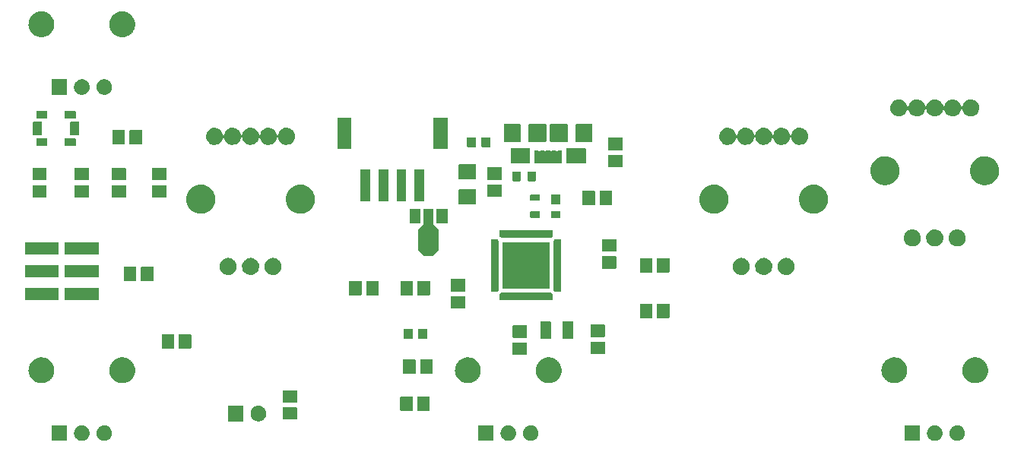
<source format=gbr>
G04 #@! TF.GenerationSoftware,KiCad,Pcbnew,(5.99.0-237-g608461437)*
G04 #@! TF.CreationDate,2019-11-16T14:33:29+00:00*
G04 #@! TF.ProjectId,knobs,6b6e6f62-732e-46b6-9963-61645f706362,rev?*
G04 #@! TF.SameCoordinates,Original*
G04 #@! TF.FileFunction,Soldermask,Bot*
G04 #@! TF.FilePolarity,Negative*
%FSLAX46Y46*%
G04 Gerber Fmt 4.6, Leading zero omitted, Abs format (unit mm)*
G04 Created by KiCad (PCBNEW (5.99.0-237-g608461437)) date 2019-11-16 14:33:29*
%MOMM*%
%LPD*%
G04 APERTURE LIST*
%ADD10C,0.100000*%
G04 APERTURE END LIST*
D10*
G36*
X152666000Y-114749000D02*
G01*
X147466000Y-114754000D01*
X147466000Y-109554000D01*
X152666000Y-109554000D01*
X152666000Y-114749000D01*
G37*
G36*
X153941000Y-115079000D02*
G01*
X153291000Y-115079000D01*
X153116000Y-114904000D01*
X153116000Y-109404000D01*
X153291000Y-109229000D01*
X153941000Y-109229000D01*
X153941000Y-115079000D01*
G37*
G36*
X147016000Y-109404000D02*
G01*
X147016000Y-114904000D01*
X146841000Y-115079000D01*
X146191000Y-115079000D01*
X146191000Y-109229000D01*
X146841000Y-109229000D01*
X147016000Y-109404000D01*
G37*
G36*
X152991000Y-108929000D02*
G01*
X152816000Y-109104000D01*
X147316000Y-109104000D01*
X147141000Y-108929000D01*
X147141000Y-108279000D01*
X152991000Y-108279000D01*
X152991000Y-108929000D01*
G37*
G36*
X152991000Y-115379000D02*
G01*
X152991000Y-116029000D01*
X147141000Y-116029000D01*
X147141000Y-115379000D01*
X147316000Y-115204000D01*
X152816000Y-115204000D01*
X152991000Y-115379000D01*
G37*
G36*
X141317000Y-107483000D02*
G01*
X140067000Y-107483000D01*
X140067000Y-105833000D01*
X141317000Y-105833000D01*
X141317000Y-107483000D01*
G37*
G36*
X138317000Y-107483000D02*
G01*
X137067000Y-107483000D01*
X137067000Y-105833000D01*
X138317000Y-105833000D01*
X138317000Y-107483000D01*
G37*
G36*
X139767000Y-107576900D02*
G01*
X140367000Y-108176900D01*
X140367000Y-110439100D01*
X139723100Y-111083000D01*
X138660900Y-111083000D01*
X138017000Y-110439100D01*
X138017000Y-108176900D01*
X138617000Y-107576900D01*
X138617000Y-105833000D01*
X139767000Y-105833000D01*
X139767000Y-107576900D01*
G37*
G36*
X180942190Y-96919080D02*
G01*
X181122315Y-97032260D01*
X181272740Y-97182685D01*
X181385920Y-97362810D01*
X181456182Y-97563605D01*
X181480000Y-97775000D01*
X181385920Y-98187190D01*
X181272740Y-98367315D01*
X181122315Y-98517740D01*
X180942190Y-98630920D01*
X180741395Y-98701182D01*
X180530000Y-98725000D01*
X180117810Y-98630920D01*
X179937685Y-98517740D01*
X179787260Y-98367315D01*
X179674080Y-98187190D01*
X179603818Y-97986395D01*
X179580000Y-97775000D01*
X179674080Y-97362810D01*
X179787260Y-97182685D01*
X179937685Y-97032260D01*
X180117810Y-96919080D01*
X180318605Y-96848818D01*
X180530000Y-96825000D01*
X180942190Y-96919080D01*
G37*
G36*
X171249155Y-103248548D02*
G01*
X171510131Y-103318476D01*
X171755000Y-103432661D01*
X171976321Y-103587631D01*
X172167369Y-103778679D01*
X172322339Y-104000000D01*
X172436524Y-104244869D01*
X172530000Y-104775000D01*
X172506452Y-105044155D01*
X172436524Y-105305131D01*
X172322339Y-105550000D01*
X172167369Y-105771321D01*
X171976321Y-105962369D01*
X171755000Y-106117339D01*
X171510131Y-106231524D01*
X171249155Y-106301452D01*
X170980000Y-106325000D01*
X170710845Y-106301452D01*
X170449869Y-106231524D01*
X170205000Y-106117339D01*
X169983679Y-105962369D01*
X169792631Y-105771321D01*
X169637661Y-105550000D01*
X169523476Y-105305131D01*
X169453548Y-105044155D01*
X169430000Y-104775000D01*
X169453548Y-104505845D01*
X169523476Y-104244869D01*
X169637661Y-104000000D01*
X169792631Y-103778679D01*
X169983679Y-103587631D01*
X170205000Y-103432661D01*
X170449869Y-103318476D01*
X170710845Y-103248548D01*
X170980000Y-103225000D01*
X171249155Y-103248548D01*
G37*
G36*
X182349155Y-103248548D02*
G01*
X182610131Y-103318476D01*
X182855000Y-103432661D01*
X183076321Y-103587631D01*
X183267369Y-103778679D01*
X183422339Y-104000000D01*
X183536524Y-104244869D01*
X183630000Y-104775000D01*
X183606452Y-105044155D01*
X183536524Y-105305131D01*
X183422339Y-105550000D01*
X183267369Y-105771321D01*
X183076321Y-105962369D01*
X182855000Y-106117339D01*
X182610131Y-106231524D01*
X182349155Y-106301452D01*
X182080000Y-106325000D01*
X181810845Y-106301452D01*
X181549869Y-106231524D01*
X181305000Y-106117339D01*
X181083679Y-105962369D01*
X180892631Y-105771321D01*
X180737661Y-105550000D01*
X180623476Y-105305131D01*
X180553548Y-105044155D01*
X180530000Y-104775000D01*
X180553548Y-104505845D01*
X180623476Y-104244869D01*
X180737661Y-104000000D01*
X180892631Y-103778679D01*
X181083679Y-103587631D01*
X181305000Y-103432661D01*
X181549869Y-103318476D01*
X181810845Y-103248548D01*
X182080000Y-103225000D01*
X182349155Y-103248548D01*
G37*
G36*
X178942190Y-96919080D02*
G01*
X179122315Y-97032260D01*
X179272740Y-97182685D01*
X179385920Y-97362810D01*
X179456182Y-97563605D01*
X179480000Y-97775000D01*
X179385920Y-98187190D01*
X179272740Y-98367315D01*
X179122315Y-98517740D01*
X178942190Y-98630920D01*
X178741395Y-98701182D01*
X178530000Y-98725000D01*
X178117810Y-98630920D01*
X177937685Y-98517740D01*
X177787260Y-98367315D01*
X177674080Y-98187190D01*
X177603818Y-97986395D01*
X177580000Y-97775000D01*
X177674080Y-97362810D01*
X177787260Y-97182685D01*
X177937685Y-97032260D01*
X178117810Y-96919080D01*
X178318605Y-96848818D01*
X178530000Y-96825000D01*
X178942190Y-96919080D01*
G37*
G36*
X176942190Y-96919080D02*
G01*
X177122315Y-97032260D01*
X177272740Y-97182685D01*
X177385920Y-97362810D01*
X177456182Y-97563605D01*
X177480000Y-97775000D01*
X177385920Y-98187190D01*
X177272740Y-98367315D01*
X177122315Y-98517740D01*
X176942190Y-98630920D01*
X176741395Y-98701182D01*
X176530000Y-98725000D01*
X176117810Y-98630920D01*
X175937685Y-98517740D01*
X175787260Y-98367315D01*
X175674080Y-98187190D01*
X175603818Y-97986395D01*
X175580000Y-97775000D01*
X175674080Y-97362810D01*
X175787260Y-97182685D01*
X175937685Y-97032260D01*
X176117810Y-96919080D01*
X176318605Y-96848818D01*
X176530000Y-96825000D01*
X176942190Y-96919080D01*
G37*
G36*
X174942190Y-96919080D02*
G01*
X175122315Y-97032260D01*
X175272740Y-97182685D01*
X175385920Y-97362810D01*
X175456182Y-97563605D01*
X175480000Y-97775000D01*
X175385920Y-98187190D01*
X175272740Y-98367315D01*
X175122315Y-98517740D01*
X174942190Y-98630920D01*
X174741395Y-98701182D01*
X174530000Y-98725000D01*
X174117810Y-98630920D01*
X173937685Y-98517740D01*
X173787260Y-98367315D01*
X173674080Y-98187190D01*
X173603818Y-97986395D01*
X173580000Y-97775000D01*
X173674080Y-97362810D01*
X173787260Y-97182685D01*
X173937685Y-97032260D01*
X174117810Y-96919080D01*
X174318605Y-96848818D01*
X174530000Y-96825000D01*
X174942190Y-96919080D01*
G37*
G36*
X172942190Y-96919080D02*
G01*
X173122315Y-97032260D01*
X173272740Y-97182685D01*
X173385920Y-97362810D01*
X173456182Y-97563605D01*
X173480000Y-97775000D01*
X173385920Y-98187190D01*
X173272740Y-98367315D01*
X173122315Y-98517740D01*
X172942190Y-98630920D01*
X172741395Y-98701182D01*
X172530000Y-98725000D01*
X172117810Y-98630920D01*
X171937685Y-98517740D01*
X171787260Y-98367315D01*
X171674080Y-98187190D01*
X171603818Y-97986395D01*
X171580000Y-97775000D01*
X171674080Y-97362810D01*
X171787260Y-97182685D01*
X171937685Y-97032260D01*
X172117810Y-96919080D01*
X172318605Y-96848818D01*
X172530000Y-96825000D01*
X172942190Y-96919080D01*
G37*
G36*
X179442190Y-111419080D02*
G01*
X179622315Y-111532260D01*
X179772740Y-111682685D01*
X179885920Y-111862810D01*
X179956182Y-112063605D01*
X179980000Y-112275000D01*
X179885920Y-112687190D01*
X179772740Y-112867315D01*
X179622315Y-113017740D01*
X179442190Y-113130920D01*
X179241395Y-113201182D01*
X179030000Y-113225000D01*
X178617810Y-113130920D01*
X178437685Y-113017740D01*
X178287260Y-112867315D01*
X178174080Y-112687190D01*
X178103818Y-112486395D01*
X178080000Y-112275000D01*
X178174080Y-111862810D01*
X178287260Y-111682685D01*
X178437685Y-111532260D01*
X178617810Y-111419080D01*
X178818605Y-111348818D01*
X179030000Y-111325000D01*
X179442190Y-111419080D01*
G37*
G36*
X176942190Y-111419080D02*
G01*
X177122315Y-111532260D01*
X177272740Y-111682685D01*
X177385920Y-111862810D01*
X177456182Y-112063605D01*
X177480000Y-112275000D01*
X177385920Y-112687190D01*
X177272740Y-112867315D01*
X177122315Y-113017740D01*
X176942190Y-113130920D01*
X176741395Y-113201182D01*
X176530000Y-113225000D01*
X176117810Y-113130920D01*
X175937685Y-113017740D01*
X175787260Y-112867315D01*
X175674080Y-112687190D01*
X175603818Y-112486395D01*
X175580000Y-112275000D01*
X175674080Y-111862810D01*
X175787260Y-111682685D01*
X175937685Y-111532260D01*
X176117810Y-111419080D01*
X176318605Y-111348818D01*
X176530000Y-111325000D01*
X176942190Y-111419080D01*
G37*
G36*
X174442190Y-111419080D02*
G01*
X174622315Y-111532260D01*
X174772740Y-111682685D01*
X174885920Y-111862810D01*
X174956182Y-112063605D01*
X174980000Y-112275000D01*
X174885920Y-112687190D01*
X174772740Y-112867315D01*
X174622315Y-113017740D01*
X174442190Y-113130920D01*
X174241395Y-113201182D01*
X174030000Y-113225000D01*
X173617810Y-113130920D01*
X173437685Y-113017740D01*
X173287260Y-112867315D01*
X173174080Y-112687190D01*
X173103818Y-112486395D01*
X173080000Y-112275000D01*
X173174080Y-111862810D01*
X173287260Y-111682685D01*
X173437685Y-111532260D01*
X173617810Y-111419080D01*
X173818605Y-111348818D01*
X174030000Y-111325000D01*
X174442190Y-111419080D01*
G37*
G36*
X199992190Y-93744080D02*
G01*
X200172315Y-93857260D01*
X200322740Y-94007685D01*
X200435920Y-94187810D01*
X200506182Y-94388605D01*
X200530000Y-94600000D01*
X200435920Y-95012190D01*
X200322740Y-95192315D01*
X200172315Y-95342740D01*
X199992190Y-95455920D01*
X199791395Y-95526182D01*
X199580000Y-95550000D01*
X199167810Y-95455920D01*
X198987685Y-95342740D01*
X198837260Y-95192315D01*
X198724080Y-95012190D01*
X198653818Y-94811395D01*
X198630000Y-94600000D01*
X198724080Y-94187810D01*
X198837260Y-94007685D01*
X198987685Y-93857260D01*
X199167810Y-93744080D01*
X199368605Y-93673818D01*
X199580000Y-93650000D01*
X199992190Y-93744080D01*
G37*
G36*
X190299155Y-100073548D02*
G01*
X190560131Y-100143476D01*
X190805000Y-100257661D01*
X191026321Y-100412631D01*
X191217369Y-100603679D01*
X191372339Y-100825000D01*
X191486524Y-101069869D01*
X191580000Y-101600000D01*
X191556452Y-101869155D01*
X191486524Y-102130131D01*
X191372339Y-102375000D01*
X191217369Y-102596321D01*
X191026321Y-102787369D01*
X190805000Y-102942339D01*
X190560131Y-103056524D01*
X190299155Y-103126452D01*
X190030000Y-103150000D01*
X189760845Y-103126452D01*
X189499869Y-103056524D01*
X189255000Y-102942339D01*
X189033679Y-102787369D01*
X188842631Y-102596321D01*
X188687661Y-102375000D01*
X188573476Y-102130131D01*
X188503548Y-101869155D01*
X188480000Y-101600000D01*
X188503548Y-101330845D01*
X188573476Y-101069869D01*
X188687661Y-100825000D01*
X188842631Y-100603679D01*
X189033679Y-100412631D01*
X189255000Y-100257661D01*
X189499869Y-100143476D01*
X189760845Y-100073548D01*
X190030000Y-100050000D01*
X190299155Y-100073548D01*
G37*
G36*
X201399155Y-100073548D02*
G01*
X201660131Y-100143476D01*
X201905000Y-100257661D01*
X202126321Y-100412631D01*
X202317369Y-100603679D01*
X202472339Y-100825000D01*
X202586524Y-101069869D01*
X202680000Y-101600000D01*
X202656452Y-101869155D01*
X202586524Y-102130131D01*
X202472339Y-102375000D01*
X202317369Y-102596321D01*
X202126321Y-102787369D01*
X201905000Y-102942339D01*
X201660131Y-103056524D01*
X201399155Y-103126452D01*
X201130000Y-103150000D01*
X200860845Y-103126452D01*
X200599869Y-103056524D01*
X200355000Y-102942339D01*
X200133679Y-102787369D01*
X199942631Y-102596321D01*
X199787661Y-102375000D01*
X199673476Y-102130131D01*
X199603548Y-101869155D01*
X199580000Y-101600000D01*
X199603548Y-101330845D01*
X199673476Y-101069869D01*
X199787661Y-100825000D01*
X199942631Y-100603679D01*
X200133679Y-100412631D01*
X200355000Y-100257661D01*
X200599869Y-100143476D01*
X200860845Y-100073548D01*
X201130000Y-100050000D01*
X201399155Y-100073548D01*
G37*
G36*
X197992190Y-93744080D02*
G01*
X198172315Y-93857260D01*
X198322740Y-94007685D01*
X198435920Y-94187810D01*
X198506182Y-94388605D01*
X198530000Y-94600000D01*
X198435920Y-95012190D01*
X198322740Y-95192315D01*
X198172315Y-95342740D01*
X197992190Y-95455920D01*
X197791395Y-95526182D01*
X197580000Y-95550000D01*
X197167810Y-95455920D01*
X196987685Y-95342740D01*
X196837260Y-95192315D01*
X196724080Y-95012190D01*
X196653818Y-94811395D01*
X196630000Y-94600000D01*
X196724080Y-94187810D01*
X196837260Y-94007685D01*
X196987685Y-93857260D01*
X197167810Y-93744080D01*
X197368605Y-93673818D01*
X197580000Y-93650000D01*
X197992190Y-93744080D01*
G37*
G36*
X195992190Y-93744080D02*
G01*
X196172315Y-93857260D01*
X196322740Y-94007685D01*
X196435920Y-94187810D01*
X196506182Y-94388605D01*
X196530000Y-94600000D01*
X196435920Y-95012190D01*
X196322740Y-95192315D01*
X196172315Y-95342740D01*
X195992190Y-95455920D01*
X195791395Y-95526182D01*
X195580000Y-95550000D01*
X195167810Y-95455920D01*
X194987685Y-95342740D01*
X194837260Y-95192315D01*
X194724080Y-95012190D01*
X194653818Y-94811395D01*
X194630000Y-94600000D01*
X194724080Y-94187810D01*
X194837260Y-94007685D01*
X194987685Y-93857260D01*
X195167810Y-93744080D01*
X195368605Y-93673818D01*
X195580000Y-93650000D01*
X195992190Y-93744080D01*
G37*
G36*
X193992190Y-93744080D02*
G01*
X194172315Y-93857260D01*
X194322740Y-94007685D01*
X194435920Y-94187810D01*
X194506182Y-94388605D01*
X194530000Y-94600000D01*
X194435920Y-95012190D01*
X194322740Y-95192315D01*
X194172315Y-95342740D01*
X193992190Y-95455920D01*
X193791395Y-95526182D01*
X193580000Y-95550000D01*
X193167810Y-95455920D01*
X192987685Y-95342740D01*
X192837260Y-95192315D01*
X192724080Y-95012190D01*
X192653818Y-94811395D01*
X192630000Y-94600000D01*
X192724080Y-94187810D01*
X192837260Y-94007685D01*
X192987685Y-93857260D01*
X193167810Y-93744080D01*
X193368605Y-93673818D01*
X193580000Y-93650000D01*
X193992190Y-93744080D01*
G37*
G36*
X191992190Y-93744080D02*
G01*
X192172315Y-93857260D01*
X192322740Y-94007685D01*
X192435920Y-94187810D01*
X192506182Y-94388605D01*
X192530000Y-94600000D01*
X192435920Y-95012190D01*
X192322740Y-95192315D01*
X192172315Y-95342740D01*
X191992190Y-95455920D01*
X191791395Y-95526182D01*
X191580000Y-95550000D01*
X191167810Y-95455920D01*
X190987685Y-95342740D01*
X190837260Y-95192315D01*
X190724080Y-95012190D01*
X190653818Y-94811395D01*
X190630000Y-94600000D01*
X190724080Y-94187810D01*
X190837260Y-94007685D01*
X190987685Y-93857260D01*
X191167810Y-93744080D01*
X191368605Y-93673818D01*
X191580000Y-93650000D01*
X191992190Y-93744080D01*
G37*
G36*
X198492190Y-108244080D02*
G01*
X198672315Y-108357260D01*
X198822740Y-108507685D01*
X198935920Y-108687810D01*
X199006182Y-108888605D01*
X199030000Y-109100000D01*
X198935920Y-109512190D01*
X198822740Y-109692315D01*
X198672315Y-109842740D01*
X198492190Y-109955920D01*
X198291395Y-110026182D01*
X198080000Y-110050000D01*
X197667810Y-109955920D01*
X197487685Y-109842740D01*
X197337260Y-109692315D01*
X197224080Y-109512190D01*
X197153818Y-109311395D01*
X197130000Y-109100000D01*
X197224080Y-108687810D01*
X197337260Y-108507685D01*
X197487685Y-108357260D01*
X197667810Y-108244080D01*
X197868605Y-108173818D01*
X198080000Y-108150000D01*
X198492190Y-108244080D01*
G37*
G36*
X195992190Y-108244080D02*
G01*
X196172315Y-108357260D01*
X196322740Y-108507685D01*
X196435920Y-108687810D01*
X196506182Y-108888605D01*
X196530000Y-109100000D01*
X196435920Y-109512190D01*
X196322740Y-109692315D01*
X196172315Y-109842740D01*
X195992190Y-109955920D01*
X195791395Y-110026182D01*
X195580000Y-110050000D01*
X195167810Y-109955920D01*
X194987685Y-109842740D01*
X194837260Y-109692315D01*
X194724080Y-109512190D01*
X194653818Y-109311395D01*
X194630000Y-109100000D01*
X194724080Y-108687810D01*
X194837260Y-108507685D01*
X194987685Y-108357260D01*
X195167810Y-108244080D01*
X195368605Y-108173818D01*
X195580000Y-108150000D01*
X195992190Y-108244080D01*
G37*
G36*
X193492190Y-108244080D02*
G01*
X193672315Y-108357260D01*
X193822740Y-108507685D01*
X193935920Y-108687810D01*
X194006182Y-108888605D01*
X194030000Y-109100000D01*
X193935920Y-109512190D01*
X193822740Y-109692315D01*
X193672315Y-109842740D01*
X193492190Y-109955920D01*
X193291395Y-110026182D01*
X193080000Y-110050000D01*
X192667810Y-109955920D01*
X192487685Y-109842740D01*
X192337260Y-109692315D01*
X192224080Y-109512190D01*
X192153818Y-109311395D01*
X192130000Y-109100000D01*
X192224080Y-108687810D01*
X192337260Y-108507685D01*
X192487685Y-108357260D01*
X192667810Y-108244080D01*
X192868605Y-108173818D01*
X193080000Y-108150000D01*
X193492190Y-108244080D01*
G37*
G36*
X123792190Y-96919080D02*
G01*
X123972315Y-97032260D01*
X124122740Y-97182685D01*
X124235920Y-97362810D01*
X124306182Y-97563605D01*
X124330000Y-97775000D01*
X124235920Y-98187190D01*
X124122740Y-98367315D01*
X123972315Y-98517740D01*
X123792190Y-98630920D01*
X123591395Y-98701182D01*
X123380000Y-98725000D01*
X122967810Y-98630920D01*
X122787685Y-98517740D01*
X122637260Y-98367315D01*
X122524080Y-98187190D01*
X122453818Y-97986395D01*
X122430000Y-97775000D01*
X122524080Y-97362810D01*
X122637260Y-97182685D01*
X122787685Y-97032260D01*
X122967810Y-96919080D01*
X123168605Y-96848818D01*
X123380000Y-96825000D01*
X123792190Y-96919080D01*
G37*
G36*
X114099155Y-103248548D02*
G01*
X114360131Y-103318476D01*
X114605000Y-103432661D01*
X114826321Y-103587631D01*
X115017369Y-103778679D01*
X115172339Y-104000000D01*
X115286524Y-104244869D01*
X115380000Y-104775000D01*
X115356452Y-105044155D01*
X115286524Y-105305131D01*
X115172339Y-105550000D01*
X115017369Y-105771321D01*
X114826321Y-105962369D01*
X114605000Y-106117339D01*
X114360131Y-106231524D01*
X114099155Y-106301452D01*
X113830000Y-106325000D01*
X113560845Y-106301452D01*
X113299869Y-106231524D01*
X113055000Y-106117339D01*
X112833679Y-105962369D01*
X112642631Y-105771321D01*
X112487661Y-105550000D01*
X112373476Y-105305131D01*
X112303548Y-105044155D01*
X112280000Y-104775000D01*
X112303548Y-104505845D01*
X112373476Y-104244869D01*
X112487661Y-104000000D01*
X112642631Y-103778679D01*
X112833679Y-103587631D01*
X113055000Y-103432661D01*
X113299869Y-103318476D01*
X113560845Y-103248548D01*
X113830000Y-103225000D01*
X114099155Y-103248548D01*
G37*
G36*
X125199155Y-103248548D02*
G01*
X125460131Y-103318476D01*
X125705000Y-103432661D01*
X125926321Y-103587631D01*
X126117369Y-103778679D01*
X126272339Y-104000000D01*
X126386524Y-104244869D01*
X126480000Y-104775000D01*
X126456452Y-105044155D01*
X126386524Y-105305131D01*
X126272339Y-105550000D01*
X126117369Y-105771321D01*
X125926321Y-105962369D01*
X125705000Y-106117339D01*
X125460131Y-106231524D01*
X125199155Y-106301452D01*
X124930000Y-106325000D01*
X124660845Y-106301452D01*
X124399869Y-106231524D01*
X124155000Y-106117339D01*
X123933679Y-105962369D01*
X123742631Y-105771321D01*
X123587661Y-105550000D01*
X123473476Y-105305131D01*
X123403548Y-105044155D01*
X123380000Y-104775000D01*
X123403548Y-104505845D01*
X123473476Y-104244869D01*
X123587661Y-104000000D01*
X123742631Y-103778679D01*
X123933679Y-103587631D01*
X124155000Y-103432661D01*
X124399869Y-103318476D01*
X124660845Y-103248548D01*
X124930000Y-103225000D01*
X125199155Y-103248548D01*
G37*
G36*
X121792190Y-96919080D02*
G01*
X121972315Y-97032260D01*
X122122740Y-97182685D01*
X122235920Y-97362810D01*
X122306182Y-97563605D01*
X122330000Y-97775000D01*
X122235920Y-98187190D01*
X122122740Y-98367315D01*
X121972315Y-98517740D01*
X121792190Y-98630920D01*
X121591395Y-98701182D01*
X121380000Y-98725000D01*
X120967810Y-98630920D01*
X120787685Y-98517740D01*
X120637260Y-98367315D01*
X120524080Y-98187190D01*
X120453818Y-97986395D01*
X120430000Y-97775000D01*
X120524080Y-97362810D01*
X120637260Y-97182685D01*
X120787685Y-97032260D01*
X120967810Y-96919080D01*
X121168605Y-96848818D01*
X121380000Y-96825000D01*
X121792190Y-96919080D01*
G37*
G36*
X119792190Y-96919080D02*
G01*
X119972315Y-97032260D01*
X120122740Y-97182685D01*
X120235920Y-97362810D01*
X120306182Y-97563605D01*
X120330000Y-97775000D01*
X120235920Y-98187190D01*
X120122740Y-98367315D01*
X119972315Y-98517740D01*
X119792190Y-98630920D01*
X119591395Y-98701182D01*
X119380000Y-98725000D01*
X118967810Y-98630920D01*
X118787685Y-98517740D01*
X118637260Y-98367315D01*
X118524080Y-98187190D01*
X118453818Y-97986395D01*
X118430000Y-97775000D01*
X118524080Y-97362810D01*
X118637260Y-97182685D01*
X118787685Y-97032260D01*
X118967810Y-96919080D01*
X119168605Y-96848818D01*
X119380000Y-96825000D01*
X119792190Y-96919080D01*
G37*
G36*
X117792190Y-96919080D02*
G01*
X117972315Y-97032260D01*
X118122740Y-97182685D01*
X118235920Y-97362810D01*
X118306182Y-97563605D01*
X118330000Y-97775000D01*
X118235920Y-98187190D01*
X118122740Y-98367315D01*
X117972315Y-98517740D01*
X117792190Y-98630920D01*
X117591395Y-98701182D01*
X117380000Y-98725000D01*
X116967810Y-98630920D01*
X116787685Y-98517740D01*
X116637260Y-98367315D01*
X116524080Y-98187190D01*
X116453818Y-97986395D01*
X116430000Y-97775000D01*
X116524080Y-97362810D01*
X116637260Y-97182685D01*
X116787685Y-97032260D01*
X116967810Y-96919080D01*
X117168605Y-96848818D01*
X117380000Y-96825000D01*
X117792190Y-96919080D01*
G37*
G36*
X115792190Y-96919080D02*
G01*
X115972315Y-97032260D01*
X116122740Y-97182685D01*
X116235920Y-97362810D01*
X116306182Y-97563605D01*
X116330000Y-97775000D01*
X116235920Y-98187190D01*
X116122740Y-98367315D01*
X115972315Y-98517740D01*
X115792190Y-98630920D01*
X115591395Y-98701182D01*
X115380000Y-98725000D01*
X114967810Y-98630920D01*
X114787685Y-98517740D01*
X114637260Y-98367315D01*
X114524080Y-98187190D01*
X114453818Y-97986395D01*
X114430000Y-97775000D01*
X114524080Y-97362810D01*
X114637260Y-97182685D01*
X114787685Y-97032260D01*
X114967810Y-96919080D01*
X115168605Y-96848818D01*
X115380000Y-96825000D01*
X115792190Y-96919080D01*
G37*
G36*
X122292190Y-111419080D02*
G01*
X122472315Y-111532260D01*
X122622740Y-111682685D01*
X122735920Y-111862810D01*
X122806182Y-112063605D01*
X122830000Y-112275000D01*
X122735920Y-112687190D01*
X122622740Y-112867315D01*
X122472315Y-113017740D01*
X122292190Y-113130920D01*
X122091395Y-113201182D01*
X121880000Y-113225000D01*
X121467810Y-113130920D01*
X121287685Y-113017740D01*
X121137260Y-112867315D01*
X121024080Y-112687190D01*
X120953818Y-112486395D01*
X120930000Y-112275000D01*
X121024080Y-111862810D01*
X121137260Y-111682685D01*
X121287685Y-111532260D01*
X121467810Y-111419080D01*
X121668605Y-111348818D01*
X121880000Y-111325000D01*
X122292190Y-111419080D01*
G37*
G36*
X119792190Y-111419080D02*
G01*
X119972315Y-111532260D01*
X120122740Y-111682685D01*
X120235920Y-111862810D01*
X120306182Y-112063605D01*
X120330000Y-112275000D01*
X120235920Y-112687190D01*
X120122740Y-112867315D01*
X119972315Y-113017740D01*
X119792190Y-113130920D01*
X119591395Y-113201182D01*
X119380000Y-113225000D01*
X118967810Y-113130920D01*
X118787685Y-113017740D01*
X118637260Y-112867315D01*
X118524080Y-112687190D01*
X118453818Y-112486395D01*
X118430000Y-112275000D01*
X118524080Y-111862810D01*
X118637260Y-111682685D01*
X118787685Y-111532260D01*
X118967810Y-111419080D01*
X119168605Y-111348818D01*
X119380000Y-111325000D01*
X119792190Y-111419080D01*
G37*
G36*
X117292190Y-111419080D02*
G01*
X117472315Y-111532260D01*
X117622740Y-111682685D01*
X117735920Y-111862810D01*
X117806182Y-112063605D01*
X117830000Y-112275000D01*
X117735920Y-112687190D01*
X117622740Y-112867315D01*
X117472315Y-113017740D01*
X117292190Y-113130920D01*
X117091395Y-113201182D01*
X116880000Y-113225000D01*
X116467810Y-113130920D01*
X116287685Y-113017740D01*
X116137260Y-112867315D01*
X116024080Y-112687190D01*
X115953818Y-112486395D01*
X115930000Y-112275000D01*
X116024080Y-111862810D01*
X116137260Y-111682685D01*
X116287685Y-111532260D01*
X116467810Y-111419080D01*
X116668605Y-111348818D01*
X116880000Y-111325000D01*
X117292190Y-111419080D01*
G37*
G36*
X100589029Y-129975808D02*
G01*
X100631506Y-129973730D01*
X100676529Y-129980700D01*
X100728110Y-129983584D01*
X100769118Y-129995034D01*
X100805166Y-130000614D01*
X100853540Y-130018604D01*
X100909127Y-130034124D01*
X100941369Y-130051268D01*
X100969873Y-130061868D01*
X101018770Y-130092422D01*
X101075069Y-130122357D01*
X101098256Y-130142090D01*
X101118901Y-130154991D01*
X101165035Y-130198924D01*
X101218193Y-130244165D01*
X101232929Y-130263579D01*
X101246155Y-130276174D01*
X101285954Y-130333438D01*
X101331821Y-130393865D01*
X101339494Y-130410471D01*
X101346447Y-130420475D01*
X101376294Y-130490115D01*
X101410653Y-130564474D01*
X101413274Y-130576396D01*
X101415674Y-130581995D01*
X101432110Y-130662067D01*
X101451011Y-130748030D01*
X101450334Y-130942007D01*
X101430848Y-131027776D01*
X101413840Y-131107792D01*
X101411399Y-131113379D01*
X101408696Y-131125277D01*
X101373832Y-131199367D01*
X101343489Y-131268819D01*
X101336464Y-131278777D01*
X101328675Y-131295330D01*
X101282384Y-131355441D01*
X101242189Y-131412420D01*
X101228878Y-131424920D01*
X101214004Y-131444234D01*
X101160513Y-131489118D01*
X101114090Y-131532712D01*
X101093365Y-131545462D01*
X101070033Y-131565040D01*
X101013511Y-131594589D01*
X100964415Y-131624793D01*
X100935844Y-131635192D01*
X100903479Y-131652112D01*
X100847779Y-131667245D01*
X100799285Y-131684896D01*
X100763206Y-131690223D01*
X100722114Y-131701388D01*
X100670505Y-131703912D01*
X100625442Y-131710566D01*
X100582980Y-131708192D01*
X100534398Y-131710568D01*
X100489429Y-131702962D01*
X100449984Y-131700757D01*
X100403011Y-131688346D01*
X100349089Y-131679226D01*
X100312419Y-131664410D01*
X100280088Y-131655868D01*
X100231153Y-131631577D01*
X100174834Y-131608822D01*
X100147206Y-131589905D01*
X100122686Y-131577733D01*
X100074878Y-131540381D01*
X100019761Y-131502642D01*
X100000992Y-131482655D01*
X99984207Y-131469541D01*
X99940970Y-131418738D01*
X99891107Y-131365639D01*
X99880183Y-131347313D01*
X99870316Y-131335720D01*
X99835265Y-131271962D01*
X99794874Y-131204206D01*
X99790061Y-131189737D01*
X99785656Y-131181725D01*
X99762356Y-131106455D01*
X99735550Y-131025874D01*
X99734593Y-131016766D01*
X99733692Y-131013856D01*
X99725425Y-130929537D01*
X99715905Y-130838963D01*
X99726045Y-130748567D01*
X99734912Y-130664199D01*
X99735835Y-130661291D01*
X99736855Y-130652194D01*
X99764218Y-130571817D01*
X99788048Y-130496695D01*
X99792508Y-130488715D01*
X99797422Y-130474280D01*
X99838281Y-130406814D01*
X99873779Y-130343297D01*
X99883728Y-130331771D01*
X99894780Y-130313522D01*
X99945009Y-130260776D01*
X99988604Y-130210271D01*
X100005482Y-130197273D01*
X100024387Y-130177421D01*
X100079758Y-130140073D01*
X100127833Y-130103050D01*
X100152440Y-130091048D01*
X100180197Y-130072326D01*
X100236666Y-130049968D01*
X100285776Y-130026016D01*
X100318173Y-130017698D01*
X100354940Y-130003141D01*
X100408923Y-129994397D01*
X100455981Y-129982315D01*
X100495433Y-129980385D01*
X100540462Y-129973092D01*
X100589029Y-129975808D01*
G37*
G36*
X103089029Y-129975808D02*
G01*
X103131506Y-129973730D01*
X103176529Y-129980700D01*
X103228110Y-129983584D01*
X103269118Y-129995034D01*
X103305166Y-130000614D01*
X103353540Y-130018604D01*
X103409127Y-130034124D01*
X103441369Y-130051268D01*
X103469873Y-130061868D01*
X103518770Y-130092422D01*
X103575069Y-130122357D01*
X103598256Y-130142090D01*
X103618901Y-130154991D01*
X103665035Y-130198924D01*
X103718193Y-130244165D01*
X103732929Y-130263579D01*
X103746155Y-130276174D01*
X103785954Y-130333438D01*
X103831821Y-130393865D01*
X103839494Y-130410471D01*
X103846447Y-130420475D01*
X103876294Y-130490115D01*
X103910653Y-130564474D01*
X103913274Y-130576396D01*
X103915674Y-130581995D01*
X103932110Y-130662067D01*
X103951011Y-130748030D01*
X103950334Y-130942007D01*
X103930848Y-131027776D01*
X103913840Y-131107792D01*
X103911399Y-131113379D01*
X103908696Y-131125277D01*
X103873832Y-131199367D01*
X103843489Y-131268819D01*
X103836464Y-131278777D01*
X103828675Y-131295330D01*
X103782384Y-131355441D01*
X103742189Y-131412420D01*
X103728878Y-131424920D01*
X103714004Y-131444234D01*
X103660513Y-131489118D01*
X103614090Y-131532712D01*
X103593365Y-131545462D01*
X103570033Y-131565040D01*
X103513511Y-131594589D01*
X103464415Y-131624793D01*
X103435844Y-131635192D01*
X103403479Y-131652112D01*
X103347779Y-131667245D01*
X103299285Y-131684896D01*
X103263206Y-131690223D01*
X103222114Y-131701388D01*
X103170505Y-131703912D01*
X103125442Y-131710566D01*
X103082980Y-131708192D01*
X103034398Y-131710568D01*
X102989429Y-131702962D01*
X102949984Y-131700757D01*
X102903011Y-131688346D01*
X102849089Y-131679226D01*
X102812419Y-131664410D01*
X102780088Y-131655868D01*
X102731153Y-131631577D01*
X102674834Y-131608822D01*
X102647206Y-131589905D01*
X102622686Y-131577733D01*
X102574878Y-131540381D01*
X102519761Y-131502642D01*
X102500992Y-131482655D01*
X102484207Y-131469541D01*
X102440970Y-131418738D01*
X102391107Y-131365639D01*
X102380183Y-131347313D01*
X102370316Y-131335720D01*
X102335265Y-131271962D01*
X102294874Y-131204206D01*
X102290061Y-131189737D01*
X102285656Y-131181725D01*
X102262356Y-131106455D01*
X102235550Y-131025874D01*
X102234593Y-131016766D01*
X102233692Y-131013856D01*
X102225425Y-130929537D01*
X102215905Y-130838963D01*
X102226045Y-130748567D01*
X102234912Y-130664199D01*
X102235835Y-130661291D01*
X102236855Y-130652194D01*
X102264218Y-130571817D01*
X102288048Y-130496695D01*
X102292508Y-130488715D01*
X102297422Y-130474280D01*
X102338281Y-130406814D01*
X102373779Y-130343297D01*
X102383728Y-130331771D01*
X102394780Y-130313522D01*
X102445009Y-130260776D01*
X102488604Y-130210271D01*
X102505482Y-130197273D01*
X102524387Y-130177421D01*
X102579758Y-130140073D01*
X102627833Y-130103050D01*
X102652440Y-130091048D01*
X102680197Y-130072326D01*
X102736666Y-130049968D01*
X102785776Y-130026016D01*
X102818173Y-130017698D01*
X102854940Y-130003141D01*
X102908923Y-129994397D01*
X102955981Y-129982315D01*
X102995433Y-129980385D01*
X103040462Y-129973092D01*
X103089029Y-129975808D01*
G37*
G36*
X148086029Y-129975808D02*
G01*
X148128506Y-129973730D01*
X148173529Y-129980700D01*
X148225110Y-129983584D01*
X148266118Y-129995034D01*
X148302166Y-130000614D01*
X148350540Y-130018604D01*
X148406127Y-130034124D01*
X148438369Y-130051268D01*
X148466873Y-130061868D01*
X148515770Y-130092422D01*
X148572069Y-130122357D01*
X148595256Y-130142090D01*
X148615901Y-130154991D01*
X148662035Y-130198924D01*
X148715193Y-130244165D01*
X148729929Y-130263579D01*
X148743155Y-130276174D01*
X148782954Y-130333438D01*
X148828821Y-130393865D01*
X148836494Y-130410471D01*
X148843447Y-130420475D01*
X148873294Y-130490115D01*
X148907653Y-130564474D01*
X148910274Y-130576396D01*
X148912674Y-130581995D01*
X148929110Y-130662067D01*
X148948011Y-130748030D01*
X148947334Y-130942007D01*
X148927848Y-131027776D01*
X148910840Y-131107792D01*
X148908399Y-131113379D01*
X148905696Y-131125277D01*
X148870832Y-131199367D01*
X148840489Y-131268819D01*
X148833464Y-131278777D01*
X148825675Y-131295330D01*
X148779384Y-131355441D01*
X148739189Y-131412420D01*
X148725878Y-131424920D01*
X148711004Y-131444234D01*
X148657513Y-131489118D01*
X148611090Y-131532712D01*
X148590365Y-131545462D01*
X148567033Y-131565040D01*
X148510511Y-131594589D01*
X148461415Y-131624793D01*
X148432844Y-131635192D01*
X148400479Y-131652112D01*
X148344779Y-131667245D01*
X148296285Y-131684896D01*
X148260206Y-131690223D01*
X148219114Y-131701388D01*
X148167505Y-131703912D01*
X148122442Y-131710566D01*
X148079980Y-131708192D01*
X148031398Y-131710568D01*
X147986429Y-131702962D01*
X147946984Y-131700757D01*
X147900011Y-131688346D01*
X147846089Y-131679226D01*
X147809419Y-131664410D01*
X147777088Y-131655868D01*
X147728153Y-131631577D01*
X147671834Y-131608822D01*
X147644206Y-131589905D01*
X147619686Y-131577733D01*
X147571878Y-131540381D01*
X147516761Y-131502642D01*
X147497992Y-131482655D01*
X147481207Y-131469541D01*
X147437970Y-131418738D01*
X147388107Y-131365639D01*
X147377183Y-131347313D01*
X147367316Y-131335720D01*
X147332265Y-131271962D01*
X147291874Y-131204206D01*
X147287061Y-131189737D01*
X147282656Y-131181725D01*
X147259356Y-131106455D01*
X147232550Y-131025874D01*
X147231593Y-131016766D01*
X147230692Y-131013856D01*
X147222425Y-130929537D01*
X147212905Y-130838963D01*
X147223045Y-130748567D01*
X147231912Y-130664199D01*
X147232835Y-130661291D01*
X147233855Y-130652194D01*
X147261218Y-130571817D01*
X147285048Y-130496695D01*
X147289508Y-130488715D01*
X147294422Y-130474280D01*
X147335281Y-130406814D01*
X147370779Y-130343297D01*
X147380728Y-130331771D01*
X147391780Y-130313522D01*
X147442009Y-130260776D01*
X147485604Y-130210271D01*
X147502482Y-130197273D01*
X147521387Y-130177421D01*
X147576758Y-130140073D01*
X147624833Y-130103050D01*
X147649440Y-130091048D01*
X147677197Y-130072326D01*
X147733666Y-130049968D01*
X147782776Y-130026016D01*
X147815173Y-130017698D01*
X147851940Y-130003141D01*
X147905923Y-129994397D01*
X147952981Y-129982315D01*
X147992433Y-129980385D01*
X148037462Y-129973092D01*
X148086029Y-129975808D01*
G37*
G36*
X150586029Y-129975808D02*
G01*
X150628506Y-129973730D01*
X150673529Y-129980700D01*
X150725110Y-129983584D01*
X150766118Y-129995034D01*
X150802166Y-130000614D01*
X150850540Y-130018604D01*
X150906127Y-130034124D01*
X150938369Y-130051268D01*
X150966873Y-130061868D01*
X151015770Y-130092422D01*
X151072069Y-130122357D01*
X151095256Y-130142090D01*
X151115901Y-130154991D01*
X151162035Y-130198924D01*
X151215193Y-130244165D01*
X151229929Y-130263579D01*
X151243155Y-130276174D01*
X151282954Y-130333438D01*
X151328821Y-130393865D01*
X151336494Y-130410471D01*
X151343447Y-130420475D01*
X151373294Y-130490115D01*
X151407653Y-130564474D01*
X151410274Y-130576396D01*
X151412674Y-130581995D01*
X151429110Y-130662067D01*
X151448011Y-130748030D01*
X151447334Y-130942007D01*
X151427848Y-131027776D01*
X151410840Y-131107792D01*
X151408399Y-131113379D01*
X151405696Y-131125277D01*
X151370832Y-131199367D01*
X151340489Y-131268819D01*
X151333464Y-131278777D01*
X151325675Y-131295330D01*
X151279384Y-131355441D01*
X151239189Y-131412420D01*
X151225878Y-131424920D01*
X151211004Y-131444234D01*
X151157513Y-131489118D01*
X151111090Y-131532712D01*
X151090365Y-131545462D01*
X151067033Y-131565040D01*
X151010511Y-131594589D01*
X150961415Y-131624793D01*
X150932844Y-131635192D01*
X150900479Y-131652112D01*
X150844779Y-131667245D01*
X150796285Y-131684896D01*
X150760206Y-131690223D01*
X150719114Y-131701388D01*
X150667505Y-131703912D01*
X150622442Y-131710566D01*
X150579980Y-131708192D01*
X150531398Y-131710568D01*
X150486429Y-131702962D01*
X150446984Y-131700757D01*
X150400011Y-131688346D01*
X150346089Y-131679226D01*
X150309419Y-131664410D01*
X150277088Y-131655868D01*
X150228153Y-131631577D01*
X150171834Y-131608822D01*
X150144206Y-131589905D01*
X150119686Y-131577733D01*
X150071878Y-131540381D01*
X150016761Y-131502642D01*
X149997992Y-131482655D01*
X149981207Y-131469541D01*
X149937970Y-131418738D01*
X149888107Y-131365639D01*
X149877183Y-131347313D01*
X149867316Y-131335720D01*
X149832265Y-131271962D01*
X149791874Y-131204206D01*
X149787061Y-131189737D01*
X149782656Y-131181725D01*
X149759356Y-131106455D01*
X149732550Y-131025874D01*
X149731593Y-131016766D01*
X149730692Y-131013856D01*
X149722425Y-130929537D01*
X149712905Y-130838963D01*
X149723045Y-130748567D01*
X149731912Y-130664199D01*
X149732835Y-130661291D01*
X149733855Y-130652194D01*
X149761218Y-130571817D01*
X149785048Y-130496695D01*
X149789508Y-130488715D01*
X149794422Y-130474280D01*
X149835281Y-130406814D01*
X149870779Y-130343297D01*
X149880728Y-130331771D01*
X149891780Y-130313522D01*
X149942009Y-130260776D01*
X149985604Y-130210271D01*
X150002482Y-130197273D01*
X150021387Y-130177421D01*
X150076758Y-130140073D01*
X150124833Y-130103050D01*
X150149440Y-130091048D01*
X150177197Y-130072326D01*
X150233666Y-130049968D01*
X150282776Y-130026016D01*
X150315173Y-130017698D01*
X150351940Y-130003141D01*
X150405923Y-129994397D01*
X150452981Y-129982315D01*
X150492433Y-129980385D01*
X150537462Y-129973092D01*
X150586029Y-129975808D01*
G37*
G36*
X198083029Y-129975808D02*
G01*
X198125506Y-129973730D01*
X198170529Y-129980700D01*
X198222110Y-129983584D01*
X198263118Y-129995034D01*
X198299166Y-130000614D01*
X198347540Y-130018604D01*
X198403127Y-130034124D01*
X198435369Y-130051268D01*
X198463873Y-130061868D01*
X198512770Y-130092422D01*
X198569069Y-130122357D01*
X198592256Y-130142090D01*
X198612901Y-130154991D01*
X198659035Y-130198924D01*
X198712193Y-130244165D01*
X198726929Y-130263579D01*
X198740155Y-130276174D01*
X198779954Y-130333438D01*
X198825821Y-130393865D01*
X198833494Y-130410471D01*
X198840447Y-130420475D01*
X198870294Y-130490115D01*
X198904653Y-130564474D01*
X198907274Y-130576396D01*
X198909674Y-130581995D01*
X198926110Y-130662067D01*
X198945011Y-130748030D01*
X198944334Y-130942007D01*
X198924848Y-131027776D01*
X198907840Y-131107792D01*
X198905399Y-131113379D01*
X198902696Y-131125277D01*
X198867832Y-131199367D01*
X198837489Y-131268819D01*
X198830464Y-131278777D01*
X198822675Y-131295330D01*
X198776384Y-131355441D01*
X198736189Y-131412420D01*
X198722878Y-131424920D01*
X198708004Y-131444234D01*
X198654513Y-131489118D01*
X198608090Y-131532712D01*
X198587365Y-131545462D01*
X198564033Y-131565040D01*
X198507511Y-131594589D01*
X198458415Y-131624793D01*
X198429844Y-131635192D01*
X198397479Y-131652112D01*
X198341779Y-131667245D01*
X198293285Y-131684896D01*
X198257206Y-131690223D01*
X198216114Y-131701388D01*
X198164505Y-131703912D01*
X198119442Y-131710566D01*
X198076980Y-131708192D01*
X198028398Y-131710568D01*
X197983429Y-131702962D01*
X197943984Y-131700757D01*
X197897011Y-131688346D01*
X197843089Y-131679226D01*
X197806419Y-131664410D01*
X197774088Y-131655868D01*
X197725153Y-131631577D01*
X197668834Y-131608822D01*
X197641206Y-131589905D01*
X197616686Y-131577733D01*
X197568878Y-131540381D01*
X197513761Y-131502642D01*
X197494992Y-131482655D01*
X197478207Y-131469541D01*
X197434970Y-131418738D01*
X197385107Y-131365639D01*
X197374183Y-131347313D01*
X197364316Y-131335720D01*
X197329265Y-131271962D01*
X197288874Y-131204206D01*
X197284061Y-131189737D01*
X197279656Y-131181725D01*
X197256356Y-131106455D01*
X197229550Y-131025874D01*
X197228593Y-131016766D01*
X197227692Y-131013856D01*
X197219425Y-130929537D01*
X197209905Y-130838963D01*
X197220045Y-130748567D01*
X197228912Y-130664199D01*
X197229835Y-130661291D01*
X197230855Y-130652194D01*
X197258218Y-130571817D01*
X197282048Y-130496695D01*
X197286508Y-130488715D01*
X197291422Y-130474280D01*
X197332281Y-130406814D01*
X197367779Y-130343297D01*
X197377728Y-130331771D01*
X197388780Y-130313522D01*
X197439009Y-130260776D01*
X197482604Y-130210271D01*
X197499482Y-130197273D01*
X197518387Y-130177421D01*
X197573758Y-130140073D01*
X197621833Y-130103050D01*
X197646440Y-130091048D01*
X197674197Y-130072326D01*
X197730666Y-130049968D01*
X197779776Y-130026016D01*
X197812173Y-130017698D01*
X197848940Y-130003141D01*
X197902923Y-129994397D01*
X197949981Y-129982315D01*
X197989433Y-129980385D01*
X198034462Y-129973092D01*
X198083029Y-129975808D01*
G37*
G36*
X195583029Y-129975808D02*
G01*
X195625506Y-129973730D01*
X195670529Y-129980700D01*
X195722110Y-129983584D01*
X195763118Y-129995034D01*
X195799166Y-130000614D01*
X195847540Y-130018604D01*
X195903127Y-130034124D01*
X195935369Y-130051268D01*
X195963873Y-130061868D01*
X196012770Y-130092422D01*
X196069069Y-130122357D01*
X196092256Y-130142090D01*
X196112901Y-130154991D01*
X196159035Y-130198924D01*
X196212193Y-130244165D01*
X196226929Y-130263579D01*
X196240155Y-130276174D01*
X196279954Y-130333438D01*
X196325821Y-130393865D01*
X196333494Y-130410471D01*
X196340447Y-130420475D01*
X196370294Y-130490115D01*
X196404653Y-130564474D01*
X196407274Y-130576396D01*
X196409674Y-130581995D01*
X196426110Y-130662067D01*
X196445011Y-130748030D01*
X196444334Y-130942007D01*
X196424848Y-131027776D01*
X196407840Y-131107792D01*
X196405399Y-131113379D01*
X196402696Y-131125277D01*
X196367832Y-131199367D01*
X196337489Y-131268819D01*
X196330464Y-131278777D01*
X196322675Y-131295330D01*
X196276384Y-131355441D01*
X196236189Y-131412420D01*
X196222878Y-131424920D01*
X196208004Y-131444234D01*
X196154513Y-131489118D01*
X196108090Y-131532712D01*
X196087365Y-131545462D01*
X196064033Y-131565040D01*
X196007511Y-131594589D01*
X195958415Y-131624793D01*
X195929844Y-131635192D01*
X195897479Y-131652112D01*
X195841779Y-131667245D01*
X195793285Y-131684896D01*
X195757206Y-131690223D01*
X195716114Y-131701388D01*
X195664505Y-131703912D01*
X195619442Y-131710566D01*
X195576980Y-131708192D01*
X195528398Y-131710568D01*
X195483429Y-131702962D01*
X195443984Y-131700757D01*
X195397011Y-131688346D01*
X195343089Y-131679226D01*
X195306419Y-131664410D01*
X195274088Y-131655868D01*
X195225153Y-131631577D01*
X195168834Y-131608822D01*
X195141206Y-131589905D01*
X195116686Y-131577733D01*
X195068878Y-131540381D01*
X195013761Y-131502642D01*
X194994992Y-131482655D01*
X194978207Y-131469541D01*
X194934970Y-131418738D01*
X194885107Y-131365639D01*
X194874183Y-131347313D01*
X194864316Y-131335720D01*
X194829265Y-131271962D01*
X194788874Y-131204206D01*
X194784061Y-131189737D01*
X194779656Y-131181725D01*
X194756356Y-131106455D01*
X194729550Y-131025874D01*
X194728593Y-131016766D01*
X194727692Y-131013856D01*
X194719425Y-130929537D01*
X194709905Y-130838963D01*
X194720045Y-130748567D01*
X194728912Y-130664199D01*
X194729835Y-130661291D01*
X194730855Y-130652194D01*
X194758218Y-130571817D01*
X194782048Y-130496695D01*
X194786508Y-130488715D01*
X194791422Y-130474280D01*
X194832281Y-130406814D01*
X194867779Y-130343297D01*
X194877728Y-130331771D01*
X194888780Y-130313522D01*
X194939009Y-130260776D01*
X194982604Y-130210271D01*
X194999482Y-130197273D01*
X195018387Y-130177421D01*
X195073758Y-130140073D01*
X195121833Y-130103050D01*
X195146440Y-130091048D01*
X195174197Y-130072326D01*
X195230666Y-130049968D01*
X195279776Y-130026016D01*
X195312173Y-130017698D01*
X195348940Y-130003141D01*
X195402923Y-129994397D01*
X195449981Y-129982315D01*
X195489433Y-129980385D01*
X195534462Y-129973092D01*
X195583029Y-129975808D01*
G37*
G36*
X98917852Y-129977579D02*
G01*
X98926607Y-129979320D01*
X98939839Y-129988161D01*
X98948680Y-130001393D01*
X98950421Y-130010148D01*
X98953743Y-130026848D01*
X98953743Y-131657152D01*
X98951784Y-131667000D01*
X98948680Y-131682607D01*
X98939839Y-131695839D01*
X98926607Y-131704680D01*
X98917852Y-131706421D01*
X98901152Y-131709743D01*
X97270848Y-131709743D01*
X97254148Y-131706421D01*
X97245393Y-131704680D01*
X97232161Y-131695839D01*
X97223320Y-131682607D01*
X97220216Y-131667000D01*
X97218257Y-131657152D01*
X97218257Y-130026848D01*
X97221579Y-130010148D01*
X97223320Y-130001393D01*
X97232161Y-129988161D01*
X97245393Y-129979320D01*
X97254148Y-129977579D01*
X97270848Y-129974257D01*
X98901152Y-129974257D01*
X98917852Y-129977579D01*
G37*
G36*
X146414852Y-129977579D02*
G01*
X146423607Y-129979320D01*
X146436839Y-129988161D01*
X146445680Y-130001393D01*
X146447421Y-130010148D01*
X146450743Y-130026848D01*
X146450743Y-131657152D01*
X146448784Y-131667000D01*
X146445680Y-131682607D01*
X146436839Y-131695839D01*
X146423607Y-131704680D01*
X146414852Y-131706421D01*
X146398152Y-131709743D01*
X144767848Y-131709743D01*
X144751148Y-131706421D01*
X144742393Y-131704680D01*
X144729161Y-131695839D01*
X144720320Y-131682607D01*
X144717216Y-131667000D01*
X144715257Y-131657152D01*
X144715257Y-130026848D01*
X144718579Y-130010148D01*
X144720320Y-130001393D01*
X144729161Y-129988161D01*
X144742393Y-129979320D01*
X144751148Y-129977579D01*
X144767848Y-129974257D01*
X146398152Y-129974257D01*
X146414852Y-129977579D01*
G37*
G36*
X193911852Y-129977579D02*
G01*
X193920607Y-129979320D01*
X193933839Y-129988161D01*
X193942680Y-130001393D01*
X193944421Y-130010148D01*
X193947743Y-130026848D01*
X193947743Y-131657152D01*
X193945784Y-131667000D01*
X193942680Y-131682607D01*
X193933839Y-131695839D01*
X193920607Y-131704680D01*
X193911852Y-131706421D01*
X193895152Y-131709743D01*
X192264848Y-131709743D01*
X192248148Y-131706421D01*
X192239393Y-131704680D01*
X192226161Y-131695839D01*
X192217320Y-131682607D01*
X192214216Y-131667000D01*
X192212257Y-131657152D01*
X192212257Y-130026848D01*
X192215579Y-130010148D01*
X192217320Y-130001393D01*
X192226161Y-129988161D01*
X192239393Y-129979320D01*
X192248148Y-129977579D01*
X192264848Y-129974257D01*
X193895152Y-129974257D01*
X193911852Y-129977579D01*
G37*
G36*
X120257061Y-127787794D02*
G01*
X120300031Y-127785692D01*
X120345576Y-127792743D01*
X120397753Y-127795660D01*
X120439234Y-127807242D01*
X120475701Y-127812887D01*
X120524640Y-127831087D01*
X120580863Y-127846785D01*
X120613474Y-127864125D01*
X120642308Y-127874848D01*
X120691769Y-127905755D01*
X120748723Y-127936038D01*
X120772181Y-127956002D01*
X120793063Y-127969051D01*
X120839725Y-128013487D01*
X120893501Y-128059254D01*
X120908408Y-128078894D01*
X120921787Y-128091634D01*
X120962049Y-128149563D01*
X121008444Y-128210685D01*
X121016204Y-128227479D01*
X121023239Y-128237601D01*
X121053434Y-128308053D01*
X121088187Y-128383265D01*
X121090839Y-128395326D01*
X121093266Y-128400989D01*
X121109898Y-128482013D01*
X121129011Y-128568943D01*
X121128326Y-128765163D01*
X121108623Y-128851888D01*
X121091411Y-128932865D01*
X121088941Y-128938519D01*
X121086207Y-128950552D01*
X121050940Y-129025497D01*
X121020244Y-129095756D01*
X121013138Y-129105829D01*
X121005260Y-129122571D01*
X120958446Y-129183360D01*
X120917777Y-129241013D01*
X120904307Y-129253662D01*
X120889264Y-129273196D01*
X120835172Y-129318584D01*
X120788196Y-129362698D01*
X120767222Y-129375601D01*
X120743629Y-129395398D01*
X120686467Y-129425282D01*
X120636790Y-129455843D01*
X120607884Y-129466364D01*
X120575150Y-129483477D01*
X120518815Y-129498783D01*
X120469751Y-129516641D01*
X120433247Y-129522031D01*
X120391687Y-129533323D01*
X120339489Y-129535876D01*
X120293898Y-129542608D01*
X120250944Y-129540207D01*
X120201801Y-129542610D01*
X120156309Y-129534916D01*
X120116412Y-129532685D01*
X120068895Y-129520131D01*
X120014350Y-129510905D01*
X119977263Y-129495921D01*
X119944551Y-129487278D01*
X119895041Y-129462701D01*
X119838080Y-129439687D01*
X119810136Y-129420554D01*
X119785327Y-129408238D01*
X119736944Y-129370438D01*
X119681215Y-129332279D01*
X119662241Y-129312074D01*
X119645251Y-129298800D01*
X119601492Y-129247383D01*
X119551074Y-129193693D01*
X119540025Y-129175158D01*
X119530042Y-129163428D01*
X119494579Y-129098922D01*
X119453728Y-129030393D01*
X119448860Y-129015759D01*
X119444403Y-129007652D01*
X119420823Y-128931476D01*
X119393719Y-128849999D01*
X119392751Y-128840791D01*
X119391839Y-128837844D01*
X119383468Y-128752475D01*
X119373846Y-128660928D01*
X119384104Y-128569479D01*
X119393073Y-128484143D01*
X119394006Y-128481203D01*
X119395038Y-128471999D01*
X119422723Y-128390675D01*
X119446823Y-128314703D01*
X119451334Y-128306632D01*
X119456305Y-128292029D01*
X119497637Y-128223782D01*
X119533545Y-128159532D01*
X119543610Y-128147871D01*
X119554789Y-128129413D01*
X119605591Y-128076065D01*
X119649698Y-128024967D01*
X119666775Y-128011816D01*
X119685895Y-127991738D01*
X119741897Y-127953964D01*
X119790536Y-127916507D01*
X119815431Y-127904365D01*
X119843506Y-127885428D01*
X119900622Y-127862814D01*
X119950305Y-127838582D01*
X119983079Y-127830167D01*
X120020268Y-127815443D01*
X120074872Y-127806599D01*
X120122478Y-127794376D01*
X120162390Y-127792424D01*
X120207936Y-127785047D01*
X120257061Y-127787794D01*
G37*
G36*
X118555852Y-127789579D02*
G01*
X118564607Y-127791320D01*
X118577839Y-127800161D01*
X118586680Y-127813393D01*
X118586680Y-127813394D01*
X118591743Y-127838848D01*
X118591743Y-129489152D01*
X118589784Y-129499000D01*
X118586680Y-129514607D01*
X118577839Y-129527839D01*
X118564607Y-129536680D01*
X118555852Y-129538421D01*
X118539152Y-129541743D01*
X116888848Y-129541743D01*
X116872148Y-129538421D01*
X116863393Y-129536680D01*
X116850161Y-129527839D01*
X116841320Y-129514607D01*
X116838216Y-129499000D01*
X116836257Y-129489152D01*
X116836257Y-127838848D01*
X116841320Y-127813394D01*
X116841320Y-127813393D01*
X116850161Y-127800161D01*
X116863393Y-127791320D01*
X116872148Y-127789579D01*
X116888848Y-127786257D01*
X118539152Y-127786257D01*
X118555852Y-127789579D01*
G37*
G36*
X124502852Y-127972579D02*
G01*
X124511607Y-127974320D01*
X124524839Y-127983161D01*
X124533680Y-127996393D01*
X124533680Y-127996394D01*
X124538743Y-128021848D01*
X124538743Y-129302152D01*
X124536784Y-129312000D01*
X124533680Y-129327607D01*
X124524839Y-129340839D01*
X124511607Y-129349680D01*
X124502852Y-129351421D01*
X124486152Y-129354743D01*
X123005848Y-129354743D01*
X122989148Y-129351421D01*
X122980393Y-129349680D01*
X122967161Y-129340839D01*
X122958320Y-129327607D01*
X122955216Y-129312000D01*
X122953257Y-129302152D01*
X122953257Y-128021848D01*
X122958320Y-127996394D01*
X122958320Y-127996393D01*
X122967161Y-127983161D01*
X122980393Y-127974320D01*
X122989148Y-127972579D01*
X123005848Y-127969257D01*
X124486152Y-127969257D01*
X124502852Y-127972579D01*
G37*
G36*
X137397852Y-126773579D02*
G01*
X137406607Y-126775320D01*
X137419839Y-126784161D01*
X137428680Y-126797393D01*
X137428680Y-126797394D01*
X137433743Y-126822848D01*
X137433743Y-128303152D01*
X137431784Y-128313000D01*
X137428680Y-128328607D01*
X137419839Y-128341839D01*
X137406607Y-128350680D01*
X137397852Y-128352421D01*
X137381152Y-128355743D01*
X136100848Y-128355743D01*
X136084148Y-128352421D01*
X136075393Y-128350680D01*
X136062161Y-128341839D01*
X136053320Y-128328607D01*
X136050216Y-128313000D01*
X136048257Y-128303152D01*
X136048257Y-126822848D01*
X136053320Y-126797394D01*
X136053320Y-126797393D01*
X136062161Y-126784161D01*
X136075393Y-126775320D01*
X136084148Y-126773579D01*
X136100848Y-126770257D01*
X137381152Y-126770257D01*
X137397852Y-126773579D01*
G37*
G36*
X139297852Y-126773579D02*
G01*
X139306607Y-126775320D01*
X139319839Y-126784161D01*
X139328680Y-126797393D01*
X139328680Y-126797394D01*
X139333743Y-126822848D01*
X139333743Y-128303152D01*
X139331784Y-128313000D01*
X139328680Y-128328607D01*
X139319839Y-128341839D01*
X139306607Y-128350680D01*
X139297852Y-128352421D01*
X139281152Y-128355743D01*
X138000848Y-128355743D01*
X137984148Y-128352421D01*
X137975393Y-128350680D01*
X137962161Y-128341839D01*
X137953320Y-128328607D01*
X137950216Y-128313000D01*
X137948257Y-128303152D01*
X137948257Y-126822848D01*
X137953320Y-126797394D01*
X137953320Y-126797393D01*
X137962161Y-126784161D01*
X137975393Y-126775320D01*
X137984148Y-126773579D01*
X138000848Y-126770257D01*
X139281152Y-126770257D01*
X139297852Y-126773579D01*
G37*
G36*
X124502852Y-126072579D02*
G01*
X124511607Y-126074320D01*
X124524839Y-126083161D01*
X124533680Y-126096393D01*
X124533680Y-126096394D01*
X124538743Y-126121848D01*
X124538743Y-127402152D01*
X124536784Y-127412000D01*
X124533680Y-127427607D01*
X124524839Y-127440839D01*
X124511607Y-127449680D01*
X124502852Y-127451421D01*
X124486152Y-127454743D01*
X123005848Y-127454743D01*
X122989148Y-127451421D01*
X122980393Y-127449680D01*
X122967161Y-127440839D01*
X122958320Y-127427607D01*
X122955216Y-127412000D01*
X122953257Y-127402152D01*
X122953257Y-126121848D01*
X122958320Y-126096394D01*
X122958320Y-126096393D01*
X122967161Y-126083161D01*
X122980393Y-126074320D01*
X122989148Y-126072579D01*
X123005848Y-126069257D01*
X124486152Y-126069257D01*
X124502852Y-126072579D01*
G37*
G36*
X96129045Y-122402588D02*
G01*
X96151402Y-122401807D01*
X96242407Y-122413303D01*
X96338865Y-122422421D01*
X96361110Y-122428299D01*
X96380817Y-122430788D01*
X96471076Y-122457353D01*
X96567324Y-122482783D01*
X96586006Y-122491179D01*
X96602651Y-122496078D01*
X96689571Y-122537723D01*
X96782856Y-122579647D01*
X96797810Y-122589582D01*
X96811190Y-122595993D01*
X96892123Y-122652244D01*
X96979674Y-122710412D01*
X96990966Y-122720942D01*
X97001078Y-122727970D01*
X97073487Y-122797894D01*
X97152492Y-122871567D01*
X97160364Y-122881789D01*
X97167418Y-122888601D01*
X97228884Y-122970765D01*
X97296668Y-123058784D01*
X97301569Y-123067925D01*
X97305939Y-123073766D01*
X97354199Y-123166078D01*
X97408331Y-123267034D01*
X97410858Y-123274457D01*
X97413070Y-123278688D01*
X97446071Y-123377895D01*
X97484482Y-123490726D01*
X97485351Y-123495978D01*
X97486061Y-123498111D01*
X97502180Y-123597632D01*
X97523075Y-123723851D01*
X97522890Y-123731439D01*
X97520201Y-123988213D01*
X97516063Y-124010757D01*
X97515588Y-124030209D01*
X97495112Y-124124915D01*
X97478554Y-124215131D01*
X97471049Y-124236206D01*
X97465652Y-124261170D01*
X97430950Y-124348817D01*
X97400982Y-124432977D01*
X97388999Y-124454773D01*
X97378665Y-124480875D01*
X97331454Y-124559447D01*
X97289580Y-124635616D01*
X97272725Y-124657190D01*
X97256963Y-124683422D01*
X97199245Y-124751240D01*
X97147215Y-124817836D01*
X97125282Y-124838146D01*
X97103813Y-124863372D01*
X97037771Y-124919182D01*
X96977544Y-124974953D01*
X96950563Y-124992879D01*
X96923330Y-125015893D01*
X96851273Y-125058847D01*
X96784942Y-125102918D01*
X96753158Y-125117336D01*
X96720359Y-125136888D01*
X96644639Y-125166562D01*
X96574351Y-125198446D01*
X96538257Y-125208252D01*
X96500352Y-125223107D01*
X96423300Y-125239485D01*
X96351195Y-125259075D01*
X96311513Y-125263246D01*
X96269218Y-125272236D01*
X96193089Y-125275693D01*
X96121223Y-125283247D01*
X96078883Y-125280880D01*
X96033163Y-125282956D01*
X95960016Y-125274234D01*
X95890341Y-125270338D01*
X95846486Y-125260696D01*
X95798527Y-125254977D01*
X95730235Y-125235137D01*
X95664497Y-125220683D01*
X95620425Y-125203234D01*
X95571611Y-125189052D01*
X95509767Y-125159421D01*
X95449490Y-125135556D01*
X95406631Y-125110007D01*
X95358510Y-125086951D01*
X95304414Y-125049073D01*
X95250865Y-125017151D01*
X95210737Y-124983480D01*
X95164945Y-124951416D01*
X95119574Y-124906985D01*
X95073721Y-124868510D01*
X95037858Y-124826962D01*
X94996117Y-124786086D01*
X94960116Y-124736897D01*
X94922625Y-124693463D01*
X94892561Y-124644595D01*
X94856558Y-124595403D01*
X94830214Y-124543252D01*
X94801458Y-124496509D01*
X94778648Y-124441168D01*
X94750016Y-124384487D01*
X94733302Y-124331151D01*
X94713336Y-124282712D01*
X94699100Y-124222014D01*
X94679353Y-124159002D01*
X94671925Y-124106151D01*
X94660533Y-124057578D01*
X94656011Y-123992913D01*
X94646467Y-123925003D01*
X94647709Y-123874190D01*
X94644402Y-123826903D01*
X94650503Y-123759869D01*
X94652240Y-123688775D01*
X94661290Y-123641332D01*
X94665360Y-123596614D01*
X94682715Y-123529018D01*
X94696518Y-123456663D01*
X94712320Y-123413713D01*
X94722867Y-123372636D01*
X94751796Y-123306421D01*
X94778111Y-123234898D01*
X94799471Y-123197298D01*
X94815445Y-123160735D01*
X94855921Y-123097929D01*
X94894829Y-123029438D01*
X94920449Y-122997800D01*
X94940708Y-122966364D01*
X94992346Y-122909014D01*
X95043536Y-122845800D01*
X95072097Y-122820442D01*
X95095444Y-122794513D01*
X95157496Y-122744622D01*
X95220240Y-122688915D01*
X95250413Y-122669914D01*
X95275660Y-122649615D01*
X95347036Y-122609068D01*
X95420194Y-122562998D01*
X95450727Y-122550163D01*
X95476720Y-122535397D01*
X95555943Y-122505934D01*
X95638028Y-122471429D01*
X95667793Y-122464338D01*
X95693456Y-122454794D01*
X95778722Y-122437911D01*
X95867893Y-122416667D01*
X95895900Y-122414709D01*
X95920301Y-122409877D01*
X96009583Y-122406759D01*
X96103616Y-122400184D01*
X96129045Y-122402588D01*
G37*
G36*
X143626045Y-122402588D02*
G01*
X143648402Y-122401807D01*
X143739407Y-122413303D01*
X143835865Y-122422421D01*
X143858110Y-122428299D01*
X143877817Y-122430788D01*
X143968076Y-122457353D01*
X144064324Y-122482783D01*
X144083006Y-122491179D01*
X144099651Y-122496078D01*
X144186571Y-122537723D01*
X144279856Y-122579647D01*
X144294810Y-122589582D01*
X144308190Y-122595993D01*
X144389123Y-122652244D01*
X144476674Y-122710412D01*
X144487966Y-122720942D01*
X144498078Y-122727970D01*
X144570487Y-122797894D01*
X144649492Y-122871567D01*
X144657364Y-122881789D01*
X144664418Y-122888601D01*
X144725884Y-122970765D01*
X144793668Y-123058784D01*
X144798569Y-123067925D01*
X144802939Y-123073766D01*
X144851199Y-123166078D01*
X144905331Y-123267034D01*
X144907858Y-123274457D01*
X144910070Y-123278688D01*
X144943071Y-123377895D01*
X144981482Y-123490726D01*
X144982351Y-123495978D01*
X144983061Y-123498111D01*
X144999180Y-123597632D01*
X145020075Y-123723851D01*
X145019890Y-123731439D01*
X145017201Y-123988213D01*
X145013063Y-124010757D01*
X145012588Y-124030209D01*
X144992112Y-124124915D01*
X144975554Y-124215131D01*
X144968049Y-124236206D01*
X144962652Y-124261170D01*
X144927950Y-124348817D01*
X144897982Y-124432977D01*
X144885999Y-124454773D01*
X144875665Y-124480875D01*
X144828454Y-124559447D01*
X144786580Y-124635616D01*
X144769725Y-124657190D01*
X144753963Y-124683422D01*
X144696245Y-124751240D01*
X144644215Y-124817836D01*
X144622282Y-124838146D01*
X144600813Y-124863372D01*
X144534771Y-124919182D01*
X144474544Y-124974953D01*
X144447563Y-124992879D01*
X144420330Y-125015893D01*
X144348273Y-125058847D01*
X144281942Y-125102918D01*
X144250158Y-125117336D01*
X144217359Y-125136888D01*
X144141639Y-125166562D01*
X144071351Y-125198446D01*
X144035257Y-125208252D01*
X143997352Y-125223107D01*
X143920300Y-125239485D01*
X143848195Y-125259075D01*
X143808513Y-125263246D01*
X143766218Y-125272236D01*
X143690089Y-125275693D01*
X143618223Y-125283247D01*
X143575883Y-125280880D01*
X143530163Y-125282956D01*
X143457016Y-125274234D01*
X143387341Y-125270338D01*
X143343486Y-125260696D01*
X143295527Y-125254977D01*
X143227235Y-125235137D01*
X143161497Y-125220683D01*
X143117425Y-125203234D01*
X143068611Y-125189052D01*
X143006767Y-125159421D01*
X142946490Y-125135556D01*
X142903631Y-125110007D01*
X142855510Y-125086951D01*
X142801414Y-125049073D01*
X142747865Y-125017151D01*
X142707737Y-124983480D01*
X142661945Y-124951416D01*
X142616574Y-124906985D01*
X142570721Y-124868510D01*
X142534858Y-124826962D01*
X142493117Y-124786086D01*
X142457116Y-124736897D01*
X142419625Y-124693463D01*
X142389561Y-124644595D01*
X142353558Y-124595403D01*
X142327214Y-124543252D01*
X142298458Y-124496509D01*
X142275648Y-124441168D01*
X142247016Y-124384487D01*
X142230302Y-124331151D01*
X142210336Y-124282712D01*
X142196100Y-124222014D01*
X142176353Y-124159002D01*
X142168925Y-124106151D01*
X142157533Y-124057578D01*
X142153011Y-123992913D01*
X142143467Y-123925003D01*
X142144709Y-123874190D01*
X142141402Y-123826903D01*
X142147503Y-123759869D01*
X142149240Y-123688775D01*
X142158290Y-123641332D01*
X142162360Y-123596614D01*
X142179715Y-123529018D01*
X142193518Y-123456663D01*
X142209320Y-123413713D01*
X142219867Y-123372636D01*
X142248796Y-123306421D01*
X142275111Y-123234898D01*
X142296471Y-123197298D01*
X142312445Y-123160735D01*
X142352921Y-123097929D01*
X142391829Y-123029438D01*
X142417449Y-122997800D01*
X142437708Y-122966364D01*
X142489346Y-122909014D01*
X142540536Y-122845800D01*
X142569097Y-122820442D01*
X142592444Y-122794513D01*
X142654496Y-122744622D01*
X142717240Y-122688915D01*
X142747413Y-122669914D01*
X142772660Y-122649615D01*
X142844036Y-122609068D01*
X142917194Y-122562998D01*
X142947727Y-122550163D01*
X142973720Y-122535397D01*
X143052943Y-122505934D01*
X143135028Y-122471429D01*
X143164793Y-122464338D01*
X143190456Y-122454794D01*
X143275722Y-122437911D01*
X143364893Y-122416667D01*
X143392900Y-122414709D01*
X143417301Y-122409877D01*
X143506583Y-122406759D01*
X143600616Y-122400184D01*
X143626045Y-122402588D01*
G37*
G36*
X105129045Y-122402588D02*
G01*
X105151402Y-122401807D01*
X105242407Y-122413303D01*
X105338865Y-122422421D01*
X105361110Y-122428299D01*
X105380817Y-122430788D01*
X105471076Y-122457353D01*
X105567324Y-122482783D01*
X105586006Y-122491179D01*
X105602651Y-122496078D01*
X105689571Y-122537723D01*
X105782856Y-122579647D01*
X105797810Y-122589582D01*
X105811190Y-122595993D01*
X105892123Y-122652244D01*
X105979674Y-122710412D01*
X105990966Y-122720942D01*
X106001078Y-122727970D01*
X106073487Y-122797894D01*
X106152492Y-122871567D01*
X106160364Y-122881789D01*
X106167418Y-122888601D01*
X106228884Y-122970765D01*
X106296668Y-123058784D01*
X106301569Y-123067925D01*
X106305939Y-123073766D01*
X106354199Y-123166078D01*
X106408331Y-123267034D01*
X106410858Y-123274457D01*
X106413070Y-123278688D01*
X106446071Y-123377895D01*
X106484482Y-123490726D01*
X106485351Y-123495978D01*
X106486061Y-123498111D01*
X106502180Y-123597632D01*
X106523075Y-123723851D01*
X106522890Y-123731439D01*
X106520201Y-123988213D01*
X106516063Y-124010757D01*
X106515588Y-124030209D01*
X106495112Y-124124915D01*
X106478554Y-124215131D01*
X106471049Y-124236206D01*
X106465652Y-124261170D01*
X106430950Y-124348817D01*
X106400982Y-124432977D01*
X106388999Y-124454773D01*
X106378665Y-124480875D01*
X106331454Y-124559447D01*
X106289580Y-124635616D01*
X106272725Y-124657190D01*
X106256963Y-124683422D01*
X106199245Y-124751240D01*
X106147215Y-124817836D01*
X106125282Y-124838146D01*
X106103813Y-124863372D01*
X106037771Y-124919182D01*
X105977544Y-124974953D01*
X105950563Y-124992879D01*
X105923330Y-125015893D01*
X105851273Y-125058847D01*
X105784942Y-125102918D01*
X105753158Y-125117336D01*
X105720359Y-125136888D01*
X105644639Y-125166562D01*
X105574351Y-125198446D01*
X105538257Y-125208252D01*
X105500352Y-125223107D01*
X105423300Y-125239485D01*
X105351195Y-125259075D01*
X105311513Y-125263246D01*
X105269218Y-125272236D01*
X105193089Y-125275693D01*
X105121223Y-125283247D01*
X105078883Y-125280880D01*
X105033163Y-125282956D01*
X104960016Y-125274234D01*
X104890341Y-125270338D01*
X104846486Y-125260696D01*
X104798527Y-125254977D01*
X104730235Y-125235137D01*
X104664497Y-125220683D01*
X104620425Y-125203234D01*
X104571611Y-125189052D01*
X104509767Y-125159421D01*
X104449490Y-125135556D01*
X104406631Y-125110007D01*
X104358510Y-125086951D01*
X104304414Y-125049073D01*
X104250865Y-125017151D01*
X104210737Y-124983480D01*
X104164945Y-124951416D01*
X104119574Y-124906985D01*
X104073721Y-124868510D01*
X104037858Y-124826962D01*
X103996117Y-124786086D01*
X103960116Y-124736897D01*
X103922625Y-124693463D01*
X103892561Y-124644595D01*
X103856558Y-124595403D01*
X103830214Y-124543252D01*
X103801458Y-124496509D01*
X103778648Y-124441168D01*
X103750016Y-124384487D01*
X103733302Y-124331151D01*
X103713336Y-124282712D01*
X103699100Y-124222014D01*
X103679353Y-124159002D01*
X103671925Y-124106151D01*
X103660533Y-124057578D01*
X103656011Y-123992913D01*
X103646467Y-123925003D01*
X103647709Y-123874190D01*
X103644402Y-123826903D01*
X103650503Y-123759869D01*
X103652240Y-123688775D01*
X103661290Y-123641332D01*
X103665360Y-123596614D01*
X103682715Y-123529018D01*
X103696518Y-123456663D01*
X103712320Y-123413713D01*
X103722867Y-123372636D01*
X103751796Y-123306421D01*
X103778111Y-123234898D01*
X103799471Y-123197298D01*
X103815445Y-123160735D01*
X103855921Y-123097929D01*
X103894829Y-123029438D01*
X103920449Y-122997800D01*
X103940708Y-122966364D01*
X103992346Y-122909014D01*
X104043536Y-122845800D01*
X104072097Y-122820442D01*
X104095444Y-122794513D01*
X104157496Y-122744622D01*
X104220240Y-122688915D01*
X104250413Y-122669914D01*
X104275660Y-122649615D01*
X104347036Y-122609068D01*
X104420194Y-122562998D01*
X104450727Y-122550163D01*
X104476720Y-122535397D01*
X104555943Y-122505934D01*
X104638028Y-122471429D01*
X104667793Y-122464338D01*
X104693456Y-122454794D01*
X104778722Y-122437911D01*
X104867893Y-122416667D01*
X104895900Y-122414709D01*
X104920301Y-122409877D01*
X105009583Y-122406759D01*
X105103616Y-122400184D01*
X105129045Y-122402588D01*
G37*
G36*
X152626045Y-122402588D02*
G01*
X152648402Y-122401807D01*
X152739407Y-122413303D01*
X152835865Y-122422421D01*
X152858110Y-122428299D01*
X152877817Y-122430788D01*
X152968076Y-122457353D01*
X153064324Y-122482783D01*
X153083006Y-122491179D01*
X153099651Y-122496078D01*
X153186571Y-122537723D01*
X153279856Y-122579647D01*
X153294810Y-122589582D01*
X153308190Y-122595993D01*
X153389123Y-122652244D01*
X153476674Y-122710412D01*
X153487966Y-122720942D01*
X153498078Y-122727970D01*
X153570487Y-122797894D01*
X153649492Y-122871567D01*
X153657364Y-122881789D01*
X153664418Y-122888601D01*
X153725884Y-122970765D01*
X153793668Y-123058784D01*
X153798569Y-123067925D01*
X153802939Y-123073766D01*
X153851199Y-123166078D01*
X153905331Y-123267034D01*
X153907858Y-123274457D01*
X153910070Y-123278688D01*
X153943071Y-123377895D01*
X153981482Y-123490726D01*
X153982351Y-123495978D01*
X153983061Y-123498111D01*
X153999180Y-123597632D01*
X154020075Y-123723851D01*
X154019890Y-123731439D01*
X154017201Y-123988213D01*
X154013063Y-124010757D01*
X154012588Y-124030209D01*
X153992112Y-124124915D01*
X153975554Y-124215131D01*
X153968049Y-124236206D01*
X153962652Y-124261170D01*
X153927950Y-124348817D01*
X153897982Y-124432977D01*
X153885999Y-124454773D01*
X153875665Y-124480875D01*
X153828454Y-124559447D01*
X153786580Y-124635616D01*
X153769725Y-124657190D01*
X153753963Y-124683422D01*
X153696245Y-124751240D01*
X153644215Y-124817836D01*
X153622282Y-124838146D01*
X153600813Y-124863372D01*
X153534771Y-124919182D01*
X153474544Y-124974953D01*
X153447563Y-124992879D01*
X153420330Y-125015893D01*
X153348273Y-125058847D01*
X153281942Y-125102918D01*
X153250158Y-125117336D01*
X153217359Y-125136888D01*
X153141639Y-125166562D01*
X153071351Y-125198446D01*
X153035257Y-125208252D01*
X152997352Y-125223107D01*
X152920300Y-125239485D01*
X152848195Y-125259075D01*
X152808513Y-125263246D01*
X152766218Y-125272236D01*
X152690089Y-125275693D01*
X152618223Y-125283247D01*
X152575883Y-125280880D01*
X152530163Y-125282956D01*
X152457016Y-125274234D01*
X152387341Y-125270338D01*
X152343486Y-125260696D01*
X152295527Y-125254977D01*
X152227235Y-125235137D01*
X152161497Y-125220683D01*
X152117425Y-125203234D01*
X152068611Y-125189052D01*
X152006767Y-125159421D01*
X151946490Y-125135556D01*
X151903631Y-125110007D01*
X151855510Y-125086951D01*
X151801414Y-125049073D01*
X151747865Y-125017151D01*
X151707737Y-124983480D01*
X151661945Y-124951416D01*
X151616574Y-124906985D01*
X151570721Y-124868510D01*
X151534858Y-124826962D01*
X151493117Y-124786086D01*
X151457116Y-124736897D01*
X151419625Y-124693463D01*
X151389561Y-124644595D01*
X151353558Y-124595403D01*
X151327214Y-124543252D01*
X151298458Y-124496509D01*
X151275648Y-124441168D01*
X151247016Y-124384487D01*
X151230302Y-124331151D01*
X151210336Y-124282712D01*
X151196100Y-124222014D01*
X151176353Y-124159002D01*
X151168925Y-124106151D01*
X151157533Y-124057578D01*
X151153011Y-123992913D01*
X151143467Y-123925003D01*
X151144709Y-123874190D01*
X151141402Y-123826903D01*
X151147503Y-123759869D01*
X151149240Y-123688775D01*
X151158290Y-123641332D01*
X151162360Y-123596614D01*
X151179715Y-123529018D01*
X151193518Y-123456663D01*
X151209320Y-123413713D01*
X151219867Y-123372636D01*
X151248796Y-123306421D01*
X151275111Y-123234898D01*
X151296471Y-123197298D01*
X151312445Y-123160735D01*
X151352921Y-123097929D01*
X151391829Y-123029438D01*
X151417449Y-122997800D01*
X151437708Y-122966364D01*
X151489346Y-122909014D01*
X151540536Y-122845800D01*
X151569097Y-122820442D01*
X151592444Y-122794513D01*
X151654496Y-122744622D01*
X151717240Y-122688915D01*
X151747413Y-122669914D01*
X151772660Y-122649615D01*
X151844036Y-122609068D01*
X151917194Y-122562998D01*
X151947727Y-122550163D01*
X151973720Y-122535397D01*
X152052943Y-122505934D01*
X152135028Y-122471429D01*
X152164793Y-122464338D01*
X152190456Y-122454794D01*
X152275722Y-122437911D01*
X152364893Y-122416667D01*
X152392900Y-122414709D01*
X152417301Y-122409877D01*
X152506583Y-122406759D01*
X152600616Y-122400184D01*
X152626045Y-122402588D01*
G37*
G36*
X191123045Y-122402588D02*
G01*
X191145402Y-122401807D01*
X191236407Y-122413303D01*
X191332865Y-122422421D01*
X191355110Y-122428299D01*
X191374817Y-122430788D01*
X191465076Y-122457353D01*
X191561324Y-122482783D01*
X191580006Y-122491179D01*
X191596651Y-122496078D01*
X191683571Y-122537723D01*
X191776856Y-122579647D01*
X191791810Y-122589582D01*
X191805190Y-122595993D01*
X191886123Y-122652244D01*
X191973674Y-122710412D01*
X191984966Y-122720942D01*
X191995078Y-122727970D01*
X192067487Y-122797894D01*
X192146492Y-122871567D01*
X192154364Y-122881789D01*
X192161418Y-122888601D01*
X192222884Y-122970765D01*
X192290668Y-123058784D01*
X192295569Y-123067925D01*
X192299939Y-123073766D01*
X192348199Y-123166078D01*
X192402331Y-123267034D01*
X192404858Y-123274457D01*
X192407070Y-123278688D01*
X192440071Y-123377895D01*
X192478482Y-123490726D01*
X192479351Y-123495978D01*
X192480061Y-123498111D01*
X192496180Y-123597632D01*
X192517075Y-123723851D01*
X192516890Y-123731439D01*
X192514201Y-123988213D01*
X192510063Y-124010757D01*
X192509588Y-124030209D01*
X192489112Y-124124915D01*
X192472554Y-124215131D01*
X192465049Y-124236206D01*
X192459652Y-124261170D01*
X192424950Y-124348817D01*
X192394982Y-124432977D01*
X192382999Y-124454773D01*
X192372665Y-124480875D01*
X192325454Y-124559447D01*
X192283580Y-124635616D01*
X192266725Y-124657190D01*
X192250963Y-124683422D01*
X192193245Y-124751240D01*
X192141215Y-124817836D01*
X192119282Y-124838146D01*
X192097813Y-124863372D01*
X192031771Y-124919182D01*
X191971544Y-124974953D01*
X191944563Y-124992879D01*
X191917330Y-125015893D01*
X191845273Y-125058847D01*
X191778942Y-125102918D01*
X191747158Y-125117336D01*
X191714359Y-125136888D01*
X191638639Y-125166562D01*
X191568351Y-125198446D01*
X191532257Y-125208252D01*
X191494352Y-125223107D01*
X191417300Y-125239485D01*
X191345195Y-125259075D01*
X191305513Y-125263246D01*
X191263218Y-125272236D01*
X191187089Y-125275693D01*
X191115223Y-125283247D01*
X191072883Y-125280880D01*
X191027163Y-125282956D01*
X190954016Y-125274234D01*
X190884341Y-125270338D01*
X190840486Y-125260696D01*
X190792527Y-125254977D01*
X190724235Y-125235137D01*
X190658497Y-125220683D01*
X190614425Y-125203234D01*
X190565611Y-125189052D01*
X190503767Y-125159421D01*
X190443490Y-125135556D01*
X190400631Y-125110007D01*
X190352510Y-125086951D01*
X190298414Y-125049073D01*
X190244865Y-125017151D01*
X190204737Y-124983480D01*
X190158945Y-124951416D01*
X190113574Y-124906985D01*
X190067721Y-124868510D01*
X190031858Y-124826962D01*
X189990117Y-124786086D01*
X189954116Y-124736897D01*
X189916625Y-124693463D01*
X189886561Y-124644595D01*
X189850558Y-124595403D01*
X189824214Y-124543252D01*
X189795458Y-124496509D01*
X189772648Y-124441168D01*
X189744016Y-124384487D01*
X189727302Y-124331151D01*
X189707336Y-124282712D01*
X189693100Y-124222014D01*
X189673353Y-124159002D01*
X189665925Y-124106151D01*
X189654533Y-124057578D01*
X189650011Y-123992913D01*
X189640467Y-123925003D01*
X189641709Y-123874190D01*
X189638402Y-123826903D01*
X189644503Y-123759869D01*
X189646240Y-123688775D01*
X189655290Y-123641332D01*
X189659360Y-123596614D01*
X189676715Y-123529018D01*
X189690518Y-123456663D01*
X189706320Y-123413713D01*
X189716867Y-123372636D01*
X189745796Y-123306421D01*
X189772111Y-123234898D01*
X189793471Y-123197298D01*
X189809445Y-123160735D01*
X189849921Y-123097929D01*
X189888829Y-123029438D01*
X189914449Y-122997800D01*
X189934708Y-122966364D01*
X189986346Y-122909014D01*
X190037536Y-122845800D01*
X190066097Y-122820442D01*
X190089444Y-122794513D01*
X190151496Y-122744622D01*
X190214240Y-122688915D01*
X190244413Y-122669914D01*
X190269660Y-122649615D01*
X190341036Y-122609068D01*
X190414194Y-122562998D01*
X190444727Y-122550163D01*
X190470720Y-122535397D01*
X190549943Y-122505934D01*
X190632028Y-122471429D01*
X190661793Y-122464338D01*
X190687456Y-122454794D01*
X190772722Y-122437911D01*
X190861893Y-122416667D01*
X190889900Y-122414709D01*
X190914301Y-122409877D01*
X191003583Y-122406759D01*
X191097616Y-122400184D01*
X191123045Y-122402588D01*
G37*
G36*
X200123045Y-122402588D02*
G01*
X200145402Y-122401807D01*
X200236407Y-122413303D01*
X200332865Y-122422421D01*
X200355110Y-122428299D01*
X200374817Y-122430788D01*
X200465076Y-122457353D01*
X200561324Y-122482783D01*
X200580006Y-122491179D01*
X200596651Y-122496078D01*
X200683571Y-122537723D01*
X200776856Y-122579647D01*
X200791810Y-122589582D01*
X200805190Y-122595993D01*
X200886123Y-122652244D01*
X200973674Y-122710412D01*
X200984966Y-122720942D01*
X200995078Y-122727970D01*
X201067487Y-122797894D01*
X201146492Y-122871567D01*
X201154364Y-122881789D01*
X201161418Y-122888601D01*
X201222884Y-122970765D01*
X201290668Y-123058784D01*
X201295569Y-123067925D01*
X201299939Y-123073766D01*
X201348199Y-123166078D01*
X201402331Y-123267034D01*
X201404858Y-123274457D01*
X201407070Y-123278688D01*
X201440071Y-123377895D01*
X201478482Y-123490726D01*
X201479351Y-123495978D01*
X201480061Y-123498111D01*
X201496180Y-123597632D01*
X201517075Y-123723851D01*
X201516890Y-123731439D01*
X201514201Y-123988213D01*
X201510063Y-124010757D01*
X201509588Y-124030209D01*
X201489112Y-124124915D01*
X201472554Y-124215131D01*
X201465049Y-124236206D01*
X201459652Y-124261170D01*
X201424950Y-124348817D01*
X201394982Y-124432977D01*
X201382999Y-124454773D01*
X201372665Y-124480875D01*
X201325454Y-124559447D01*
X201283580Y-124635616D01*
X201266725Y-124657190D01*
X201250963Y-124683422D01*
X201193245Y-124751240D01*
X201141215Y-124817836D01*
X201119282Y-124838146D01*
X201097813Y-124863372D01*
X201031771Y-124919182D01*
X200971544Y-124974953D01*
X200944563Y-124992879D01*
X200917330Y-125015893D01*
X200845273Y-125058847D01*
X200778942Y-125102918D01*
X200747158Y-125117336D01*
X200714359Y-125136888D01*
X200638639Y-125166562D01*
X200568351Y-125198446D01*
X200532257Y-125208252D01*
X200494352Y-125223107D01*
X200417300Y-125239485D01*
X200345195Y-125259075D01*
X200305513Y-125263246D01*
X200263218Y-125272236D01*
X200187089Y-125275693D01*
X200115223Y-125283247D01*
X200072883Y-125280880D01*
X200027163Y-125282956D01*
X199954016Y-125274234D01*
X199884341Y-125270338D01*
X199840486Y-125260696D01*
X199792527Y-125254977D01*
X199724235Y-125235137D01*
X199658497Y-125220683D01*
X199614425Y-125203234D01*
X199565611Y-125189052D01*
X199503767Y-125159421D01*
X199443490Y-125135556D01*
X199400631Y-125110007D01*
X199352510Y-125086951D01*
X199298414Y-125049073D01*
X199244865Y-125017151D01*
X199204737Y-124983480D01*
X199158945Y-124951416D01*
X199113574Y-124906985D01*
X199067721Y-124868510D01*
X199031858Y-124826962D01*
X198990117Y-124786086D01*
X198954116Y-124736897D01*
X198916625Y-124693463D01*
X198886561Y-124644595D01*
X198850558Y-124595403D01*
X198824214Y-124543252D01*
X198795458Y-124496509D01*
X198772648Y-124441168D01*
X198744016Y-124384487D01*
X198727302Y-124331151D01*
X198707336Y-124282712D01*
X198693100Y-124222014D01*
X198673353Y-124159002D01*
X198665925Y-124106151D01*
X198654533Y-124057578D01*
X198650011Y-123992913D01*
X198640467Y-123925003D01*
X198641709Y-123874190D01*
X198638402Y-123826903D01*
X198644503Y-123759869D01*
X198646240Y-123688775D01*
X198655290Y-123641332D01*
X198659360Y-123596614D01*
X198676715Y-123529018D01*
X198690518Y-123456663D01*
X198706320Y-123413713D01*
X198716867Y-123372636D01*
X198745796Y-123306421D01*
X198772111Y-123234898D01*
X198793471Y-123197298D01*
X198809445Y-123160735D01*
X198849921Y-123097929D01*
X198888829Y-123029438D01*
X198914449Y-122997800D01*
X198934708Y-122966364D01*
X198986346Y-122909014D01*
X199037536Y-122845800D01*
X199066097Y-122820442D01*
X199089444Y-122794513D01*
X199151496Y-122744622D01*
X199214240Y-122688915D01*
X199244413Y-122669914D01*
X199269660Y-122649615D01*
X199341036Y-122609068D01*
X199414194Y-122562998D01*
X199444727Y-122550163D01*
X199470720Y-122535397D01*
X199549943Y-122505934D01*
X199632028Y-122471429D01*
X199661793Y-122464338D01*
X199687456Y-122454794D01*
X199772722Y-122437911D01*
X199861893Y-122416667D01*
X199889900Y-122414709D01*
X199914301Y-122409877D01*
X200003583Y-122406759D01*
X200097616Y-122400184D01*
X200123045Y-122402588D01*
G37*
G36*
X137708852Y-122671579D02*
G01*
X137717607Y-122673320D01*
X137730839Y-122682161D01*
X137739680Y-122695393D01*
X137739680Y-122695394D01*
X137744743Y-122720848D01*
X137744743Y-124201152D01*
X137742784Y-124211000D01*
X137739680Y-124226607D01*
X137730839Y-124239839D01*
X137717607Y-124248680D01*
X137708852Y-124250421D01*
X137692152Y-124253743D01*
X136411848Y-124253743D01*
X136395148Y-124250421D01*
X136386393Y-124248680D01*
X136373161Y-124239839D01*
X136364320Y-124226607D01*
X136361216Y-124211000D01*
X136359257Y-124201152D01*
X136359257Y-122720848D01*
X136364320Y-122695394D01*
X136364320Y-122695393D01*
X136373161Y-122682161D01*
X136386393Y-122673320D01*
X136395148Y-122671579D01*
X136411848Y-122668257D01*
X137692152Y-122668257D01*
X137708852Y-122671579D01*
G37*
G36*
X139608852Y-122671579D02*
G01*
X139617607Y-122673320D01*
X139630839Y-122682161D01*
X139639680Y-122695393D01*
X139639680Y-122695394D01*
X139644743Y-122720848D01*
X139644743Y-124201152D01*
X139642784Y-124211000D01*
X139639680Y-124226607D01*
X139630839Y-124239839D01*
X139617607Y-124248680D01*
X139608852Y-124250421D01*
X139592152Y-124253743D01*
X138311848Y-124253743D01*
X138295148Y-124250421D01*
X138286393Y-124248680D01*
X138273161Y-124239839D01*
X138264320Y-124226607D01*
X138261216Y-124211000D01*
X138259257Y-124201152D01*
X138259257Y-122720848D01*
X138264320Y-122695394D01*
X138264320Y-122695393D01*
X138273161Y-122682161D01*
X138286393Y-122673320D01*
X138295148Y-122671579D01*
X138311848Y-122668257D01*
X139592152Y-122668257D01*
X139608852Y-122671579D01*
G37*
G36*
X150122852Y-120742579D02*
G01*
X150131607Y-120744320D01*
X150144839Y-120753161D01*
X150153680Y-120766393D01*
X150153680Y-120766394D01*
X150158743Y-120791848D01*
X150158743Y-122072152D01*
X150156784Y-122082000D01*
X150153680Y-122097607D01*
X150144839Y-122110839D01*
X150131607Y-122119680D01*
X150122852Y-122121421D01*
X150106152Y-122124743D01*
X148625848Y-122124743D01*
X148609148Y-122121421D01*
X148600393Y-122119680D01*
X148587161Y-122110839D01*
X148578320Y-122097607D01*
X148575216Y-122082000D01*
X148573257Y-122072152D01*
X148573257Y-120791848D01*
X148578320Y-120766394D01*
X148578320Y-120766393D01*
X148587161Y-120753161D01*
X148600393Y-120744320D01*
X148609148Y-120742579D01*
X148625848Y-120739257D01*
X150106152Y-120739257D01*
X150122852Y-120742579D01*
G37*
G36*
X158792852Y-120669579D02*
G01*
X158801607Y-120671320D01*
X158814839Y-120680161D01*
X158823680Y-120693393D01*
X158823680Y-120693394D01*
X158828743Y-120718848D01*
X158828743Y-121999152D01*
X158826784Y-122009000D01*
X158823680Y-122024607D01*
X158814839Y-122037839D01*
X158801607Y-122046680D01*
X158792852Y-122048421D01*
X158776152Y-122051743D01*
X157295848Y-122051743D01*
X157279148Y-122048421D01*
X157270393Y-122046680D01*
X157257161Y-122037839D01*
X157248320Y-122024607D01*
X157245216Y-122009000D01*
X157243257Y-121999152D01*
X157243257Y-120718848D01*
X157248320Y-120693394D01*
X157248320Y-120693393D01*
X157257161Y-120680161D01*
X157270393Y-120671320D01*
X157279148Y-120669579D01*
X157295848Y-120666257D01*
X158776152Y-120666257D01*
X158792852Y-120669579D01*
G37*
G36*
X112731852Y-119860579D02*
G01*
X112740607Y-119862320D01*
X112753839Y-119871161D01*
X112762680Y-119884393D01*
X112762680Y-119884394D01*
X112767743Y-119909848D01*
X112767743Y-121390152D01*
X112765784Y-121400000D01*
X112762680Y-121415607D01*
X112753839Y-121428839D01*
X112740607Y-121437680D01*
X112731852Y-121439421D01*
X112715152Y-121442743D01*
X111434848Y-121442743D01*
X111418148Y-121439421D01*
X111409393Y-121437680D01*
X111396161Y-121428839D01*
X111387320Y-121415607D01*
X111384216Y-121400000D01*
X111382257Y-121390152D01*
X111382257Y-119909848D01*
X111387320Y-119884394D01*
X111387320Y-119884393D01*
X111396161Y-119871161D01*
X111409393Y-119862320D01*
X111418148Y-119860579D01*
X111434848Y-119857257D01*
X112715152Y-119857257D01*
X112731852Y-119860579D01*
G37*
G36*
X110831852Y-119860579D02*
G01*
X110840607Y-119862320D01*
X110853839Y-119871161D01*
X110862680Y-119884393D01*
X110862680Y-119884394D01*
X110867743Y-119909848D01*
X110867743Y-121390152D01*
X110865784Y-121400000D01*
X110862680Y-121415607D01*
X110853839Y-121428839D01*
X110840607Y-121437680D01*
X110831852Y-121439421D01*
X110815152Y-121442743D01*
X109534848Y-121442743D01*
X109518148Y-121439421D01*
X109509393Y-121437680D01*
X109496161Y-121428839D01*
X109487320Y-121415607D01*
X109484216Y-121400000D01*
X109482257Y-121390152D01*
X109482257Y-119909848D01*
X109487320Y-119884394D01*
X109487320Y-119884393D01*
X109496161Y-119871161D01*
X109509393Y-119862320D01*
X109518148Y-119860579D01*
X109534848Y-119857257D01*
X110815152Y-119857257D01*
X110831852Y-119860579D01*
G37*
G36*
X155257174Y-118401216D02*
G01*
X155257177Y-118401216D01*
X155279222Y-118405601D01*
X155297911Y-118418089D01*
X155310399Y-118436778D01*
X155314784Y-118458823D01*
X155314784Y-118458826D01*
X155316743Y-118468674D01*
X155316743Y-120315326D01*
X155314784Y-120325174D01*
X155314784Y-120325177D01*
X155310399Y-120347222D01*
X155297911Y-120365911D01*
X155279222Y-120378399D01*
X155257177Y-120382784D01*
X155257174Y-120382784D01*
X155247326Y-120384743D01*
X154200674Y-120384743D01*
X154190826Y-120382784D01*
X154190823Y-120382784D01*
X154168778Y-120378399D01*
X154150089Y-120365911D01*
X154137601Y-120347222D01*
X154133216Y-120325177D01*
X154133216Y-120325174D01*
X154131257Y-120315326D01*
X154131257Y-118468674D01*
X154133216Y-118458826D01*
X154133216Y-118458823D01*
X154137601Y-118436778D01*
X154150089Y-118418089D01*
X154168778Y-118405601D01*
X154190823Y-118401216D01*
X154190826Y-118401216D01*
X154200674Y-118399257D01*
X155247326Y-118399257D01*
X155257174Y-118401216D01*
G37*
G36*
X152757174Y-118401216D02*
G01*
X152757177Y-118401216D01*
X152779222Y-118405601D01*
X152797911Y-118418089D01*
X152810399Y-118436778D01*
X152814784Y-118458823D01*
X152814784Y-118458826D01*
X152816743Y-118468674D01*
X152816743Y-120315326D01*
X152814784Y-120325174D01*
X152814784Y-120325177D01*
X152810399Y-120347222D01*
X152797911Y-120365911D01*
X152779222Y-120378399D01*
X152757177Y-120382784D01*
X152757174Y-120382784D01*
X152747326Y-120384743D01*
X151700674Y-120384743D01*
X151690826Y-120382784D01*
X151690823Y-120382784D01*
X151668778Y-120378399D01*
X151650089Y-120365911D01*
X151637601Y-120347222D01*
X151633216Y-120325177D01*
X151633216Y-120325174D01*
X151631257Y-120315326D01*
X151631257Y-118468674D01*
X151633216Y-118458826D01*
X151633216Y-118458823D01*
X151637601Y-118436778D01*
X151650089Y-118418089D01*
X151668778Y-118405601D01*
X151690823Y-118401216D01*
X151690826Y-118401216D01*
X151700674Y-118399257D01*
X152747326Y-118399257D01*
X152757174Y-118401216D01*
G37*
G36*
X137384939Y-119234900D02*
G01*
X137397638Y-119237426D01*
X137415583Y-119249417D01*
X137427574Y-119267362D01*
X137427574Y-119267363D01*
X137433743Y-119298377D01*
X137433743Y-120249623D01*
X137431784Y-120259471D01*
X137427574Y-120280638D01*
X137415583Y-120298583D01*
X137397638Y-120310574D01*
X137384939Y-120313100D01*
X137366623Y-120316743D01*
X136465377Y-120316743D01*
X136447061Y-120313100D01*
X136434362Y-120310574D01*
X136416417Y-120298583D01*
X136404426Y-120280638D01*
X136400216Y-120259471D01*
X136398257Y-120249623D01*
X136398257Y-119298377D01*
X136404426Y-119267363D01*
X136404426Y-119267362D01*
X136416417Y-119249417D01*
X136434362Y-119237426D01*
X136447061Y-119234900D01*
X136465377Y-119231257D01*
X137366623Y-119231257D01*
X137384939Y-119234900D01*
G37*
G36*
X138984939Y-119234900D02*
G01*
X138997638Y-119237426D01*
X139015583Y-119249417D01*
X139027574Y-119267362D01*
X139027574Y-119267363D01*
X139033743Y-119298377D01*
X139033743Y-120249623D01*
X139031784Y-120259471D01*
X139027574Y-120280638D01*
X139015583Y-120298583D01*
X138997638Y-120310574D01*
X138984939Y-120313100D01*
X138966623Y-120316743D01*
X138065377Y-120316743D01*
X138047061Y-120313100D01*
X138034362Y-120310574D01*
X138016417Y-120298583D01*
X138004426Y-120280638D01*
X138000216Y-120259471D01*
X137998257Y-120249623D01*
X137998257Y-119298377D01*
X138004426Y-119267363D01*
X138004426Y-119267362D01*
X138016417Y-119249417D01*
X138034362Y-119237426D01*
X138047061Y-119234900D01*
X138065377Y-119231257D01*
X138966623Y-119231257D01*
X138984939Y-119234900D01*
G37*
G36*
X150122852Y-118842579D02*
G01*
X150131607Y-118844320D01*
X150144839Y-118853161D01*
X150153680Y-118866393D01*
X150153680Y-118866394D01*
X150158743Y-118891848D01*
X150158743Y-120172152D01*
X150156784Y-120182000D01*
X150153680Y-120197607D01*
X150144839Y-120210839D01*
X150131607Y-120219680D01*
X150122852Y-120221421D01*
X150106152Y-120224743D01*
X148625848Y-120224743D01*
X148609148Y-120221421D01*
X148600393Y-120219680D01*
X148587161Y-120210839D01*
X148578320Y-120197607D01*
X148575216Y-120182000D01*
X148573257Y-120172152D01*
X148573257Y-118891848D01*
X148578320Y-118866394D01*
X148578320Y-118866393D01*
X148587161Y-118853161D01*
X148600393Y-118844320D01*
X148609148Y-118842579D01*
X148625848Y-118839257D01*
X150106152Y-118839257D01*
X150122852Y-118842579D01*
G37*
G36*
X158792852Y-118769579D02*
G01*
X158801607Y-118771320D01*
X158814839Y-118780161D01*
X158823680Y-118793393D01*
X158823680Y-118793394D01*
X158828743Y-118818848D01*
X158828743Y-120099152D01*
X158826784Y-120109000D01*
X158823680Y-120124607D01*
X158814839Y-120137839D01*
X158801607Y-120146680D01*
X158792852Y-120148421D01*
X158776152Y-120151743D01*
X157295848Y-120151743D01*
X157279148Y-120148421D01*
X157270393Y-120146680D01*
X157257161Y-120137839D01*
X157248320Y-120124607D01*
X157245216Y-120109000D01*
X157243257Y-120099152D01*
X157243257Y-118818848D01*
X157248320Y-118793394D01*
X157248320Y-118793393D01*
X157257161Y-118780161D01*
X157270393Y-118771320D01*
X157279148Y-118769579D01*
X157295848Y-118766257D01*
X158776152Y-118766257D01*
X158792852Y-118769579D01*
G37*
G36*
X165992852Y-116444579D02*
G01*
X166001607Y-116446320D01*
X166014839Y-116455161D01*
X166023680Y-116468393D01*
X166023680Y-116468394D01*
X166028743Y-116493848D01*
X166028743Y-117974152D01*
X166026784Y-117984000D01*
X166023680Y-117999607D01*
X166014839Y-118012839D01*
X166001607Y-118021680D01*
X165992852Y-118023421D01*
X165976152Y-118026743D01*
X164695848Y-118026743D01*
X164679148Y-118023421D01*
X164670393Y-118021680D01*
X164657161Y-118012839D01*
X164648320Y-117999607D01*
X164645216Y-117984000D01*
X164643257Y-117974152D01*
X164643257Y-116493848D01*
X164648320Y-116468394D01*
X164648320Y-116468393D01*
X164657161Y-116455161D01*
X164670393Y-116446320D01*
X164679148Y-116444579D01*
X164695848Y-116441257D01*
X165976152Y-116441257D01*
X165992852Y-116444579D01*
G37*
G36*
X164092852Y-116444579D02*
G01*
X164101607Y-116446320D01*
X164114839Y-116455161D01*
X164123680Y-116468393D01*
X164123680Y-116468394D01*
X164128743Y-116493848D01*
X164128743Y-117974152D01*
X164126784Y-117984000D01*
X164123680Y-117999607D01*
X164114839Y-118012839D01*
X164101607Y-118021680D01*
X164092852Y-118023421D01*
X164076152Y-118026743D01*
X162795848Y-118026743D01*
X162779148Y-118023421D01*
X162770393Y-118021680D01*
X162757161Y-118012839D01*
X162748320Y-117999607D01*
X162745216Y-117984000D01*
X162743257Y-117974152D01*
X162743257Y-116493848D01*
X162748320Y-116468394D01*
X162748320Y-116468393D01*
X162757161Y-116455161D01*
X162770393Y-116446320D01*
X162779148Y-116444579D01*
X162795848Y-116441257D01*
X164076152Y-116441257D01*
X164092852Y-116444579D01*
G37*
G36*
X143250852Y-115576579D02*
G01*
X143259607Y-115578320D01*
X143272839Y-115587161D01*
X143281680Y-115600393D01*
X143281680Y-115600394D01*
X143286743Y-115625848D01*
X143286743Y-116906152D01*
X143284784Y-116916000D01*
X143281680Y-116931607D01*
X143272839Y-116944839D01*
X143259607Y-116953680D01*
X143250852Y-116955421D01*
X143234152Y-116958743D01*
X141753848Y-116958743D01*
X141737148Y-116955421D01*
X141728393Y-116953680D01*
X141715161Y-116944839D01*
X141706320Y-116931607D01*
X141703216Y-116916000D01*
X141701257Y-116906152D01*
X141701257Y-115625848D01*
X141706320Y-115600394D01*
X141706320Y-115600393D01*
X141715161Y-115587161D01*
X141728393Y-115578320D01*
X141737148Y-115576579D01*
X141753848Y-115573257D01*
X143234152Y-115573257D01*
X143250852Y-115576579D01*
G37*
G36*
X147457742Y-115314414D02*
G01*
X147468964Y-115316646D01*
X147480309Y-115324227D01*
X147487904Y-115329302D01*
X147531389Y-115363583D01*
X147593144Y-115366010D01*
X147638755Y-115332871D01*
X147649638Y-115325599D01*
X147663036Y-115316646D01*
X147674258Y-115314414D01*
X147690129Y-115311257D01*
X147941871Y-115311257D01*
X147957742Y-115314414D01*
X147968964Y-115316646D01*
X147980309Y-115324227D01*
X147987904Y-115329302D01*
X148031389Y-115363583D01*
X148093144Y-115366010D01*
X148138755Y-115332871D01*
X148149638Y-115325599D01*
X148163036Y-115316646D01*
X148174258Y-115314414D01*
X148190129Y-115311257D01*
X148441871Y-115311257D01*
X148457742Y-115314414D01*
X148468964Y-115316646D01*
X148480309Y-115324227D01*
X148487904Y-115329302D01*
X148531389Y-115363583D01*
X148593144Y-115366010D01*
X148638755Y-115332871D01*
X148649638Y-115325599D01*
X148663036Y-115316646D01*
X148674258Y-115314414D01*
X148690129Y-115311257D01*
X148941871Y-115311257D01*
X148957742Y-115314414D01*
X148968964Y-115316646D01*
X148980309Y-115324227D01*
X148987904Y-115329302D01*
X149031389Y-115363583D01*
X149093144Y-115366010D01*
X149138755Y-115332871D01*
X149149638Y-115325599D01*
X149163036Y-115316646D01*
X149174258Y-115314414D01*
X149190129Y-115311257D01*
X149441871Y-115311257D01*
X149457742Y-115314414D01*
X149468964Y-115316646D01*
X149480309Y-115324227D01*
X149487904Y-115329302D01*
X149531389Y-115363583D01*
X149593144Y-115366010D01*
X149638755Y-115332871D01*
X149649638Y-115325599D01*
X149663036Y-115316646D01*
X149674258Y-115314414D01*
X149690129Y-115311257D01*
X149941871Y-115311257D01*
X149957742Y-115314414D01*
X149968964Y-115316646D01*
X149980309Y-115324227D01*
X149987904Y-115329302D01*
X150031389Y-115363583D01*
X150093144Y-115366010D01*
X150138755Y-115332871D01*
X150149638Y-115325599D01*
X150163036Y-115316646D01*
X150174258Y-115314414D01*
X150190129Y-115311257D01*
X150441871Y-115311257D01*
X150457742Y-115314414D01*
X150468964Y-115316646D01*
X150480309Y-115324227D01*
X150487904Y-115329302D01*
X150531389Y-115363583D01*
X150593144Y-115366010D01*
X150638755Y-115332871D01*
X150649638Y-115325599D01*
X150663036Y-115316646D01*
X150674258Y-115314414D01*
X150690129Y-115311257D01*
X150941871Y-115311257D01*
X150957742Y-115314414D01*
X150968964Y-115316646D01*
X150980309Y-115324227D01*
X150987904Y-115329302D01*
X151031389Y-115363583D01*
X151093144Y-115366010D01*
X151138755Y-115332871D01*
X151149638Y-115325599D01*
X151163036Y-115316646D01*
X151174258Y-115314414D01*
X151190129Y-115311257D01*
X151441871Y-115311257D01*
X151457742Y-115314414D01*
X151468964Y-115316646D01*
X151480309Y-115324227D01*
X151487904Y-115329302D01*
X151531389Y-115363583D01*
X151593144Y-115366010D01*
X151638755Y-115332871D01*
X151649638Y-115325599D01*
X151663036Y-115316646D01*
X151674258Y-115314414D01*
X151690129Y-115311257D01*
X151941871Y-115311257D01*
X151957742Y-115314414D01*
X151968964Y-115316646D01*
X151980309Y-115324227D01*
X151987904Y-115329302D01*
X152031389Y-115363583D01*
X152093144Y-115366010D01*
X152138755Y-115332871D01*
X152149638Y-115325599D01*
X152163036Y-115316646D01*
X152174258Y-115314414D01*
X152190129Y-115311257D01*
X152441871Y-115311257D01*
X152457742Y-115314414D01*
X152468964Y-115316646D01*
X152480309Y-115324227D01*
X152487904Y-115329302D01*
X152531389Y-115363583D01*
X152593144Y-115366010D01*
X152638755Y-115332871D01*
X152649638Y-115325599D01*
X152663036Y-115316646D01*
X152674258Y-115314414D01*
X152690129Y-115311257D01*
X152941871Y-115311257D01*
X152957742Y-115314414D01*
X152968964Y-115316646D01*
X152983584Y-115326416D01*
X152993354Y-115341036D01*
X152993354Y-115341038D01*
X152998743Y-115368129D01*
X152998743Y-115989871D01*
X152996784Y-115999718D01*
X152993354Y-116016964D01*
X152983584Y-116031584D01*
X152968964Y-116041354D01*
X152957742Y-116043586D01*
X152941871Y-116046743D01*
X152690129Y-116046743D01*
X152674258Y-116043586D01*
X152663036Y-116041354D01*
X152651691Y-116033773D01*
X152644096Y-116028698D01*
X152600611Y-115994417D01*
X152538856Y-115991990D01*
X152493245Y-116025129D01*
X152483584Y-116031584D01*
X152468964Y-116041354D01*
X152457742Y-116043586D01*
X152441871Y-116046743D01*
X152190129Y-116046743D01*
X152174258Y-116043586D01*
X152163036Y-116041354D01*
X152151691Y-116033773D01*
X152144096Y-116028698D01*
X152100611Y-115994417D01*
X152038856Y-115991990D01*
X151993245Y-116025129D01*
X151983584Y-116031584D01*
X151968964Y-116041354D01*
X151957742Y-116043586D01*
X151941871Y-116046743D01*
X151690129Y-116046743D01*
X151674258Y-116043586D01*
X151663036Y-116041354D01*
X151651691Y-116033773D01*
X151644096Y-116028698D01*
X151600611Y-115994417D01*
X151538856Y-115991990D01*
X151493245Y-116025129D01*
X151483584Y-116031584D01*
X151468964Y-116041354D01*
X151457742Y-116043586D01*
X151441871Y-116046743D01*
X151190129Y-116046743D01*
X151174258Y-116043586D01*
X151163036Y-116041354D01*
X151151691Y-116033773D01*
X151144096Y-116028698D01*
X151100611Y-115994417D01*
X151038856Y-115991990D01*
X150993245Y-116025129D01*
X150983584Y-116031584D01*
X150968964Y-116041354D01*
X150957742Y-116043586D01*
X150941871Y-116046743D01*
X150690129Y-116046743D01*
X150674258Y-116043586D01*
X150663036Y-116041354D01*
X150651691Y-116033773D01*
X150644096Y-116028698D01*
X150600611Y-115994417D01*
X150538856Y-115991990D01*
X150493245Y-116025129D01*
X150483584Y-116031584D01*
X150468964Y-116041354D01*
X150457742Y-116043586D01*
X150441871Y-116046743D01*
X150190129Y-116046743D01*
X150174258Y-116043586D01*
X150163036Y-116041354D01*
X150151691Y-116033773D01*
X150144096Y-116028698D01*
X150100611Y-115994417D01*
X150038856Y-115991990D01*
X149993245Y-116025129D01*
X149983584Y-116031584D01*
X149968964Y-116041354D01*
X149957742Y-116043586D01*
X149941871Y-116046743D01*
X149690129Y-116046743D01*
X149674258Y-116043586D01*
X149663036Y-116041354D01*
X149651691Y-116033773D01*
X149644096Y-116028698D01*
X149600611Y-115994417D01*
X149538856Y-115991990D01*
X149493245Y-116025129D01*
X149483584Y-116031584D01*
X149468964Y-116041354D01*
X149457742Y-116043586D01*
X149441871Y-116046743D01*
X149190129Y-116046743D01*
X149174258Y-116043586D01*
X149163036Y-116041354D01*
X149151691Y-116033773D01*
X149144096Y-116028698D01*
X149100611Y-115994417D01*
X149038856Y-115991990D01*
X148993245Y-116025129D01*
X148983584Y-116031584D01*
X148968964Y-116041354D01*
X148957742Y-116043586D01*
X148941871Y-116046743D01*
X148690129Y-116046743D01*
X148674258Y-116043586D01*
X148663036Y-116041354D01*
X148651691Y-116033773D01*
X148644096Y-116028698D01*
X148600611Y-115994417D01*
X148538856Y-115991990D01*
X148493245Y-116025129D01*
X148483584Y-116031584D01*
X148468964Y-116041354D01*
X148457742Y-116043586D01*
X148441871Y-116046743D01*
X148190129Y-116046743D01*
X148174258Y-116043586D01*
X148163036Y-116041354D01*
X148151691Y-116033773D01*
X148144096Y-116028698D01*
X148100611Y-115994417D01*
X148038856Y-115991990D01*
X147993245Y-116025129D01*
X147983584Y-116031584D01*
X147968964Y-116041354D01*
X147957742Y-116043586D01*
X147941871Y-116046743D01*
X147690129Y-116046743D01*
X147674258Y-116043586D01*
X147663036Y-116041354D01*
X147651691Y-116033773D01*
X147644096Y-116028698D01*
X147600611Y-115994417D01*
X147538856Y-115991990D01*
X147493245Y-116025129D01*
X147483584Y-116031584D01*
X147468964Y-116041354D01*
X147457742Y-116043586D01*
X147441871Y-116046743D01*
X147190129Y-116046743D01*
X147174258Y-116043586D01*
X147163036Y-116041354D01*
X147148416Y-116031584D01*
X147138646Y-116016964D01*
X147135216Y-115999718D01*
X147133257Y-115989871D01*
X147133257Y-115368129D01*
X147138646Y-115341038D01*
X147138646Y-115341036D01*
X147148416Y-115326416D01*
X147163036Y-115316646D01*
X147174258Y-115314414D01*
X147190129Y-115311257D01*
X147441871Y-115311257D01*
X147457742Y-115314414D01*
G37*
G36*
X97971952Y-114654579D02*
G01*
X97980707Y-114656320D01*
X97993939Y-114665161D01*
X98002780Y-114678393D01*
X98002780Y-114678394D01*
X98007843Y-114703848D01*
X98007843Y-115954152D01*
X98005884Y-115964000D01*
X98002780Y-115979607D01*
X97993939Y-115992839D01*
X97980707Y-116001680D01*
X97971952Y-116003421D01*
X97955252Y-116006743D01*
X94291948Y-116006743D01*
X94275248Y-116003421D01*
X94266493Y-116001680D01*
X94253261Y-115992839D01*
X94244420Y-115979607D01*
X94241316Y-115964000D01*
X94239357Y-115954152D01*
X94239357Y-114703848D01*
X94244420Y-114678394D01*
X94244420Y-114678393D01*
X94253261Y-114665161D01*
X94266493Y-114656320D01*
X94275248Y-114654579D01*
X94291948Y-114651257D01*
X97955252Y-114651257D01*
X97971952Y-114654579D01*
G37*
G36*
X102416952Y-114654579D02*
G01*
X102425707Y-114656320D01*
X102438939Y-114665161D01*
X102447780Y-114678393D01*
X102447780Y-114678394D01*
X102452843Y-114703848D01*
X102452843Y-115954152D01*
X102450884Y-115964000D01*
X102447780Y-115979607D01*
X102438939Y-115992839D01*
X102425707Y-116001680D01*
X102416952Y-116003421D01*
X102400252Y-116006743D01*
X98736948Y-116006743D01*
X98720248Y-116003421D01*
X98711493Y-116001680D01*
X98698261Y-115992839D01*
X98689420Y-115979607D01*
X98686316Y-115964000D01*
X98684357Y-115954152D01*
X98684357Y-114703848D01*
X98689420Y-114678394D01*
X98689420Y-114678393D01*
X98698261Y-114665161D01*
X98711493Y-114656320D01*
X98720248Y-114654579D01*
X98736948Y-114651257D01*
X102400252Y-114651257D01*
X102416952Y-114654579D01*
G37*
G36*
X131707852Y-113904579D02*
G01*
X131716607Y-113906320D01*
X131729839Y-113915161D01*
X131738680Y-113928393D01*
X131738680Y-113928394D01*
X131743743Y-113953848D01*
X131743743Y-115434152D01*
X131741784Y-115444000D01*
X131738680Y-115459607D01*
X131729839Y-115472839D01*
X131716607Y-115481680D01*
X131707852Y-115483421D01*
X131691152Y-115486743D01*
X130410848Y-115486743D01*
X130394148Y-115483421D01*
X130385393Y-115481680D01*
X130372161Y-115472839D01*
X130363320Y-115459607D01*
X130360216Y-115444000D01*
X130358257Y-115434152D01*
X130358257Y-113953848D01*
X130363320Y-113928394D01*
X130363320Y-113928393D01*
X130372161Y-113915161D01*
X130385393Y-113906320D01*
X130394148Y-113904579D01*
X130410848Y-113901257D01*
X131691152Y-113901257D01*
X131707852Y-113904579D01*
G37*
G36*
X133607852Y-113904579D02*
G01*
X133616607Y-113906320D01*
X133629839Y-113915161D01*
X133638680Y-113928393D01*
X133638680Y-113928394D01*
X133643743Y-113953848D01*
X133643743Y-115434152D01*
X133641784Y-115444000D01*
X133638680Y-115459607D01*
X133629839Y-115472839D01*
X133616607Y-115481680D01*
X133607852Y-115483421D01*
X133591152Y-115486743D01*
X132310848Y-115486743D01*
X132294148Y-115483421D01*
X132285393Y-115481680D01*
X132272161Y-115472839D01*
X132263320Y-115459607D01*
X132260216Y-115444000D01*
X132258257Y-115434152D01*
X132258257Y-113953848D01*
X132263320Y-113928394D01*
X132263320Y-113928393D01*
X132272161Y-113915161D01*
X132285393Y-113906320D01*
X132294148Y-113904579D01*
X132310848Y-113901257D01*
X133591152Y-113901257D01*
X133607852Y-113904579D01*
G37*
G36*
X137422852Y-113904579D02*
G01*
X137431607Y-113906320D01*
X137444839Y-113915161D01*
X137453680Y-113928393D01*
X137453680Y-113928394D01*
X137458743Y-113953848D01*
X137458743Y-115434152D01*
X137456784Y-115444000D01*
X137453680Y-115459607D01*
X137444839Y-115472839D01*
X137431607Y-115481680D01*
X137422852Y-115483421D01*
X137406152Y-115486743D01*
X136125848Y-115486743D01*
X136109148Y-115483421D01*
X136100393Y-115481680D01*
X136087161Y-115472839D01*
X136078320Y-115459607D01*
X136075216Y-115444000D01*
X136073257Y-115434152D01*
X136073257Y-113953848D01*
X136078320Y-113928394D01*
X136078320Y-113928393D01*
X136087161Y-113915161D01*
X136100393Y-113906320D01*
X136109148Y-113904579D01*
X136125848Y-113901257D01*
X137406152Y-113901257D01*
X137422852Y-113904579D01*
G37*
G36*
X139322852Y-113904579D02*
G01*
X139331607Y-113906320D01*
X139344839Y-113915161D01*
X139353680Y-113928393D01*
X139353680Y-113928394D01*
X139358743Y-113953848D01*
X139358743Y-115434152D01*
X139356784Y-115444000D01*
X139353680Y-115459607D01*
X139344839Y-115472839D01*
X139331607Y-115481680D01*
X139322852Y-115483421D01*
X139306152Y-115486743D01*
X138025848Y-115486743D01*
X138009148Y-115483421D01*
X138000393Y-115481680D01*
X137987161Y-115472839D01*
X137978320Y-115459607D01*
X137975216Y-115444000D01*
X137973257Y-115434152D01*
X137973257Y-113953848D01*
X137978320Y-113928394D01*
X137978320Y-113928393D01*
X137987161Y-113915161D01*
X138000393Y-113906320D01*
X138009148Y-113904579D01*
X138025848Y-113901257D01*
X139306152Y-113901257D01*
X139322852Y-113904579D01*
G37*
G36*
X153917742Y-109224414D02*
G01*
X153928964Y-109226646D01*
X153943584Y-109236416D01*
X153953354Y-109251036D01*
X153955586Y-109262258D01*
X153958743Y-109278129D01*
X153958743Y-109529871D01*
X153956784Y-109539718D01*
X153953354Y-109556964D01*
X153946946Y-109566553D01*
X153940698Y-109575904D01*
X153906417Y-109619389D01*
X153903990Y-109681144D01*
X153937129Y-109726755D01*
X153943584Y-109736416D01*
X153953354Y-109751036D01*
X153953354Y-109751038D01*
X153958743Y-109778129D01*
X153958743Y-110029871D01*
X153956784Y-110039718D01*
X153953354Y-110056964D01*
X153945773Y-110068309D01*
X153940698Y-110075904D01*
X153906417Y-110119389D01*
X153903990Y-110181144D01*
X153937129Y-110226755D01*
X153943584Y-110236416D01*
X153953354Y-110251036D01*
X153953354Y-110251038D01*
X153958743Y-110278129D01*
X153958743Y-110529871D01*
X153956784Y-110539718D01*
X153953354Y-110556964D01*
X153945773Y-110568309D01*
X153940698Y-110575904D01*
X153906417Y-110619389D01*
X153903990Y-110681144D01*
X153937129Y-110726755D01*
X153943584Y-110736416D01*
X153953354Y-110751036D01*
X153953354Y-110751038D01*
X153958743Y-110778129D01*
X153958743Y-111029871D01*
X153956784Y-111039718D01*
X153953354Y-111056964D01*
X153945773Y-111068309D01*
X153940698Y-111075904D01*
X153906417Y-111119389D01*
X153903990Y-111181144D01*
X153937129Y-111226755D01*
X153943584Y-111236416D01*
X153953354Y-111251036D01*
X153953354Y-111251038D01*
X153958743Y-111278129D01*
X153958743Y-111529871D01*
X153956784Y-111539718D01*
X153953354Y-111556964D01*
X153945773Y-111568309D01*
X153940698Y-111575904D01*
X153906417Y-111619389D01*
X153903990Y-111681144D01*
X153937129Y-111726755D01*
X153943584Y-111736416D01*
X153953354Y-111751036D01*
X153953354Y-111751038D01*
X153958743Y-111778129D01*
X153958743Y-112029871D01*
X153956784Y-112039718D01*
X153953354Y-112056964D01*
X153945773Y-112068309D01*
X153940698Y-112075904D01*
X153906417Y-112119389D01*
X153903990Y-112181144D01*
X153937129Y-112226755D01*
X153943584Y-112236416D01*
X153953354Y-112251036D01*
X153953354Y-112251038D01*
X153958743Y-112278129D01*
X153958743Y-112529871D01*
X153956784Y-112539718D01*
X153953354Y-112556964D01*
X153945773Y-112568309D01*
X153940698Y-112575904D01*
X153906417Y-112619389D01*
X153903990Y-112681144D01*
X153937129Y-112726755D01*
X153943584Y-112736416D01*
X153953354Y-112751036D01*
X153953354Y-112751038D01*
X153958743Y-112778129D01*
X153958743Y-113029871D01*
X153956784Y-113039718D01*
X153953354Y-113056964D01*
X153945773Y-113068309D01*
X153940698Y-113075904D01*
X153906417Y-113119389D01*
X153903990Y-113181144D01*
X153937129Y-113226755D01*
X153943584Y-113236416D01*
X153953354Y-113251036D01*
X153953354Y-113251038D01*
X153958743Y-113278129D01*
X153958743Y-113529871D01*
X153956784Y-113539718D01*
X153953354Y-113556964D01*
X153945773Y-113568309D01*
X153940698Y-113575904D01*
X153906417Y-113619389D01*
X153903990Y-113681144D01*
X153937129Y-113726755D01*
X153943584Y-113736416D01*
X153953354Y-113751036D01*
X153953354Y-113751038D01*
X153958743Y-113778129D01*
X153958743Y-114029871D01*
X153956784Y-114039718D01*
X153953354Y-114056964D01*
X153945773Y-114068309D01*
X153940698Y-114075904D01*
X153906417Y-114119389D01*
X153903990Y-114181144D01*
X153937129Y-114226755D01*
X153943584Y-114236416D01*
X153953354Y-114251036D01*
X153953354Y-114251038D01*
X153958743Y-114278129D01*
X153958743Y-114529871D01*
X153956784Y-114539718D01*
X153953354Y-114556964D01*
X153946192Y-114567681D01*
X153940698Y-114575904D01*
X153906417Y-114619389D01*
X153903990Y-114681144D01*
X153937129Y-114726755D01*
X153943584Y-114736416D01*
X153953354Y-114751036D01*
X153953354Y-114751038D01*
X153958743Y-114778129D01*
X153958743Y-115029871D01*
X153956784Y-115039718D01*
X153953354Y-115056964D01*
X153943584Y-115071584D01*
X153928964Y-115081354D01*
X153917742Y-115083586D01*
X153901871Y-115086743D01*
X153280129Y-115086743D01*
X153264258Y-115083586D01*
X153253036Y-115081354D01*
X153238416Y-115071584D01*
X153228646Y-115056964D01*
X153225216Y-115039718D01*
X153223257Y-115029871D01*
X153223257Y-114778129D01*
X153228646Y-114751038D01*
X153228646Y-114751036D01*
X153238416Y-114736416D01*
X153238415Y-114736416D01*
X153241302Y-114732096D01*
X153275583Y-114688611D01*
X153278010Y-114626856D01*
X153244871Y-114581245D01*
X153235808Y-114567681D01*
X153228646Y-114556964D01*
X153225216Y-114539718D01*
X153223257Y-114529871D01*
X153223257Y-114278129D01*
X153228646Y-114251038D01*
X153228646Y-114251036D01*
X153238416Y-114236416D01*
X153238415Y-114236416D01*
X153241302Y-114232096D01*
X153275583Y-114188611D01*
X153278010Y-114126856D01*
X153244871Y-114081245D01*
X153237599Y-114070362D01*
X153228646Y-114056964D01*
X153225216Y-114039718D01*
X153223257Y-114029871D01*
X153223257Y-113778129D01*
X153228646Y-113751038D01*
X153228646Y-113751036D01*
X153238416Y-113736416D01*
X153238415Y-113736416D01*
X153241302Y-113732096D01*
X153275583Y-113688611D01*
X153278010Y-113626856D01*
X153244871Y-113581245D01*
X153237599Y-113570362D01*
X153228646Y-113556964D01*
X153225216Y-113539718D01*
X153223257Y-113529871D01*
X153223257Y-113278129D01*
X153228646Y-113251038D01*
X153228646Y-113251036D01*
X153238416Y-113236416D01*
X153238415Y-113236416D01*
X153241302Y-113232096D01*
X153275583Y-113188611D01*
X153278010Y-113126856D01*
X153244871Y-113081245D01*
X153237599Y-113070362D01*
X153228646Y-113056964D01*
X153225216Y-113039718D01*
X153223257Y-113029871D01*
X153223257Y-112778129D01*
X153228646Y-112751038D01*
X153228646Y-112751036D01*
X153238416Y-112736416D01*
X153238415Y-112736416D01*
X153241302Y-112732096D01*
X153275583Y-112688611D01*
X153278010Y-112626856D01*
X153244871Y-112581245D01*
X153237599Y-112570362D01*
X153228646Y-112556964D01*
X153225216Y-112539718D01*
X153223257Y-112529871D01*
X153223257Y-112278129D01*
X153228646Y-112251038D01*
X153228646Y-112251036D01*
X153238416Y-112236416D01*
X153238415Y-112236416D01*
X153241302Y-112232096D01*
X153275583Y-112188611D01*
X153278010Y-112126856D01*
X153244871Y-112081245D01*
X153237599Y-112070362D01*
X153228646Y-112056964D01*
X153225216Y-112039718D01*
X153223257Y-112029871D01*
X153223257Y-111778129D01*
X153228646Y-111751038D01*
X153228646Y-111751036D01*
X153238416Y-111736416D01*
X153238415Y-111736416D01*
X153241302Y-111732096D01*
X153275583Y-111688611D01*
X153278010Y-111626856D01*
X153244871Y-111581245D01*
X153237599Y-111570362D01*
X153228646Y-111556964D01*
X153225216Y-111539718D01*
X153223257Y-111529871D01*
X153223257Y-111278129D01*
X153228646Y-111251038D01*
X153228646Y-111251036D01*
X153238416Y-111236416D01*
X153238415Y-111236416D01*
X153241302Y-111232096D01*
X153275583Y-111188611D01*
X153278010Y-111126856D01*
X153244871Y-111081245D01*
X153237599Y-111070362D01*
X153228646Y-111056964D01*
X153225216Y-111039718D01*
X153223257Y-111029871D01*
X153223257Y-110778129D01*
X153228646Y-110751038D01*
X153228646Y-110751036D01*
X153238416Y-110736416D01*
X153238415Y-110736416D01*
X153241302Y-110732096D01*
X153275583Y-110688611D01*
X153278010Y-110626856D01*
X153244871Y-110581245D01*
X153237599Y-110570362D01*
X153228646Y-110556964D01*
X153225216Y-110539718D01*
X153223257Y-110529871D01*
X153223257Y-110278129D01*
X153228646Y-110251038D01*
X153228646Y-110251036D01*
X153238416Y-110236416D01*
X153238415Y-110236416D01*
X153241302Y-110232096D01*
X153275583Y-110188611D01*
X153278010Y-110126856D01*
X153244871Y-110081245D01*
X153237599Y-110070362D01*
X153228646Y-110056964D01*
X153225216Y-110039718D01*
X153223257Y-110029871D01*
X153223257Y-109778129D01*
X153228646Y-109751038D01*
X153228646Y-109751036D01*
X153238416Y-109736416D01*
X153238415Y-109736416D01*
X153241302Y-109732096D01*
X153275583Y-109688611D01*
X153278010Y-109626856D01*
X153244871Y-109581245D01*
X153235054Y-109566553D01*
X153228646Y-109556964D01*
X153225216Y-109539718D01*
X153223257Y-109529871D01*
X153223257Y-109278129D01*
X153226414Y-109262258D01*
X153228646Y-109251036D01*
X153238416Y-109236416D01*
X153253036Y-109226646D01*
X153264258Y-109224414D01*
X153280129Y-109221257D01*
X153901871Y-109221257D01*
X153917742Y-109224414D01*
G37*
G36*
X146867742Y-109224414D02*
G01*
X146878964Y-109226646D01*
X146893584Y-109236416D01*
X146903354Y-109251036D01*
X146905586Y-109262258D01*
X146908743Y-109278129D01*
X146908743Y-109529871D01*
X146906784Y-109539718D01*
X146903354Y-109556964D01*
X146896946Y-109566553D01*
X146890698Y-109575904D01*
X146856417Y-109619389D01*
X146853990Y-109681144D01*
X146887129Y-109726755D01*
X146893584Y-109736416D01*
X146903354Y-109751036D01*
X146903354Y-109751038D01*
X146908743Y-109778129D01*
X146908743Y-110029871D01*
X146906784Y-110039718D01*
X146903354Y-110056964D01*
X146895773Y-110068309D01*
X146890698Y-110075904D01*
X146856417Y-110119389D01*
X146853990Y-110181144D01*
X146887129Y-110226755D01*
X146893584Y-110236416D01*
X146903354Y-110251036D01*
X146903354Y-110251038D01*
X146908743Y-110278129D01*
X146908743Y-110529871D01*
X146906784Y-110539718D01*
X146903354Y-110556964D01*
X146895773Y-110568309D01*
X146890698Y-110575904D01*
X146856417Y-110619389D01*
X146853990Y-110681144D01*
X146887129Y-110726755D01*
X146893584Y-110736416D01*
X146903354Y-110751036D01*
X146903354Y-110751038D01*
X146908743Y-110778129D01*
X146908743Y-111029871D01*
X146906784Y-111039718D01*
X146903354Y-111056964D01*
X146895773Y-111068309D01*
X146890698Y-111075904D01*
X146856417Y-111119389D01*
X146853990Y-111181144D01*
X146887129Y-111226755D01*
X146893584Y-111236416D01*
X146903354Y-111251036D01*
X146903354Y-111251038D01*
X146908743Y-111278129D01*
X146908743Y-111529871D01*
X146906784Y-111539718D01*
X146903354Y-111556964D01*
X146895773Y-111568309D01*
X146890698Y-111575904D01*
X146856417Y-111619389D01*
X146853990Y-111681144D01*
X146887129Y-111726755D01*
X146893584Y-111736416D01*
X146903354Y-111751036D01*
X146903354Y-111751038D01*
X146908743Y-111778129D01*
X146908743Y-112029871D01*
X146906784Y-112039718D01*
X146903354Y-112056964D01*
X146895773Y-112068309D01*
X146890698Y-112075904D01*
X146856417Y-112119389D01*
X146853990Y-112181144D01*
X146887129Y-112226755D01*
X146893584Y-112236416D01*
X146903354Y-112251036D01*
X146903354Y-112251038D01*
X146908743Y-112278129D01*
X146908743Y-112529871D01*
X146906784Y-112539718D01*
X146903354Y-112556964D01*
X146895773Y-112568309D01*
X146890698Y-112575904D01*
X146856417Y-112619389D01*
X146853990Y-112681144D01*
X146887129Y-112726755D01*
X146893584Y-112736416D01*
X146903354Y-112751036D01*
X146903354Y-112751038D01*
X146908743Y-112778129D01*
X146908743Y-113029871D01*
X146906784Y-113039718D01*
X146903354Y-113056964D01*
X146895773Y-113068309D01*
X146890698Y-113075904D01*
X146856417Y-113119389D01*
X146853990Y-113181144D01*
X146887129Y-113226755D01*
X146893584Y-113236416D01*
X146903354Y-113251036D01*
X146903354Y-113251038D01*
X146908743Y-113278129D01*
X146908743Y-113529871D01*
X146906784Y-113539718D01*
X146903354Y-113556964D01*
X146895773Y-113568309D01*
X146890698Y-113575904D01*
X146856417Y-113619389D01*
X146853990Y-113681144D01*
X146887129Y-113726755D01*
X146893584Y-113736416D01*
X146903354Y-113751036D01*
X146903354Y-113751038D01*
X146908743Y-113778129D01*
X146908743Y-114029871D01*
X146906784Y-114039718D01*
X146903354Y-114056964D01*
X146895773Y-114068309D01*
X146890698Y-114075904D01*
X146856417Y-114119389D01*
X146853990Y-114181144D01*
X146887129Y-114226755D01*
X146893584Y-114236416D01*
X146903354Y-114251036D01*
X146903354Y-114251038D01*
X146908743Y-114278129D01*
X146908743Y-114529871D01*
X146906784Y-114539718D01*
X146903354Y-114556964D01*
X146896192Y-114567681D01*
X146890698Y-114575904D01*
X146856417Y-114619389D01*
X146853990Y-114681144D01*
X146887129Y-114726755D01*
X146893584Y-114736416D01*
X146903354Y-114751036D01*
X146903354Y-114751038D01*
X146908743Y-114778129D01*
X146908743Y-115029871D01*
X146906784Y-115039718D01*
X146903354Y-115056964D01*
X146893584Y-115071584D01*
X146878964Y-115081354D01*
X146867742Y-115083586D01*
X146851871Y-115086743D01*
X146230129Y-115086743D01*
X146214258Y-115083586D01*
X146203036Y-115081354D01*
X146188416Y-115071584D01*
X146178646Y-115056964D01*
X146175216Y-115039718D01*
X146173257Y-115029871D01*
X146173257Y-114778129D01*
X146178646Y-114751038D01*
X146178646Y-114751036D01*
X146188416Y-114736416D01*
X146188415Y-114736416D01*
X146191302Y-114732096D01*
X146225583Y-114688611D01*
X146228010Y-114626856D01*
X146194871Y-114581245D01*
X146185808Y-114567681D01*
X146178646Y-114556964D01*
X146175216Y-114539718D01*
X146173257Y-114529871D01*
X146173257Y-114278129D01*
X146178646Y-114251038D01*
X146178646Y-114251036D01*
X146188416Y-114236416D01*
X146188415Y-114236416D01*
X146191302Y-114232096D01*
X146225583Y-114188611D01*
X146228010Y-114126856D01*
X146194871Y-114081245D01*
X146187599Y-114070362D01*
X146178646Y-114056964D01*
X146175216Y-114039718D01*
X146173257Y-114029871D01*
X146173257Y-113778129D01*
X146178646Y-113751038D01*
X146178646Y-113751036D01*
X146188416Y-113736416D01*
X146188415Y-113736416D01*
X146191302Y-113732096D01*
X146225583Y-113688611D01*
X146228010Y-113626856D01*
X146194871Y-113581245D01*
X146187599Y-113570362D01*
X146178646Y-113556964D01*
X146175216Y-113539718D01*
X146173257Y-113529871D01*
X146173257Y-113278129D01*
X146178646Y-113251038D01*
X146178646Y-113251036D01*
X146188416Y-113236416D01*
X146188415Y-113236416D01*
X146191302Y-113232096D01*
X146225583Y-113188611D01*
X146228010Y-113126856D01*
X146194871Y-113081245D01*
X146187599Y-113070362D01*
X146178646Y-113056964D01*
X146175216Y-113039718D01*
X146173257Y-113029871D01*
X146173257Y-112778129D01*
X146178646Y-112751038D01*
X146178646Y-112751036D01*
X146188416Y-112736416D01*
X146188415Y-112736416D01*
X146191302Y-112732096D01*
X146225583Y-112688611D01*
X146228010Y-112626856D01*
X146194871Y-112581245D01*
X146187599Y-112570362D01*
X146178646Y-112556964D01*
X146175216Y-112539718D01*
X146173257Y-112529871D01*
X146173257Y-112278129D01*
X146178646Y-112251038D01*
X146178646Y-112251036D01*
X146188416Y-112236416D01*
X146188415Y-112236416D01*
X146191302Y-112232096D01*
X146225583Y-112188611D01*
X146228010Y-112126856D01*
X146194871Y-112081245D01*
X146187599Y-112070362D01*
X146178646Y-112056964D01*
X146175216Y-112039718D01*
X146173257Y-112029871D01*
X146173257Y-111778129D01*
X146178646Y-111751038D01*
X146178646Y-111751036D01*
X146188416Y-111736416D01*
X146188415Y-111736416D01*
X146191302Y-111732096D01*
X146225583Y-111688611D01*
X146228010Y-111626856D01*
X146194871Y-111581245D01*
X146187599Y-111570362D01*
X146178646Y-111556964D01*
X146175216Y-111539718D01*
X146173257Y-111529871D01*
X146173257Y-111278129D01*
X146178646Y-111251038D01*
X146178646Y-111251036D01*
X146188416Y-111236416D01*
X146188415Y-111236416D01*
X146191302Y-111232096D01*
X146225583Y-111188611D01*
X146228010Y-111126856D01*
X146194871Y-111081245D01*
X146187599Y-111070362D01*
X146178646Y-111056964D01*
X146175216Y-111039718D01*
X146173257Y-111029871D01*
X146173257Y-110778129D01*
X146178646Y-110751038D01*
X146178646Y-110751036D01*
X146188416Y-110736416D01*
X146188415Y-110736416D01*
X146191302Y-110732096D01*
X146225583Y-110688611D01*
X146228010Y-110626856D01*
X146194871Y-110581245D01*
X146187599Y-110570362D01*
X146178646Y-110556964D01*
X146175216Y-110539718D01*
X146173257Y-110529871D01*
X146173257Y-110278129D01*
X146178646Y-110251038D01*
X146178646Y-110251036D01*
X146188416Y-110236416D01*
X146188415Y-110236416D01*
X146191302Y-110232096D01*
X146225583Y-110188611D01*
X146228010Y-110126856D01*
X146194871Y-110081245D01*
X146187599Y-110070362D01*
X146178646Y-110056964D01*
X146175216Y-110039718D01*
X146173257Y-110029871D01*
X146173257Y-109778129D01*
X146178646Y-109751038D01*
X146178646Y-109751036D01*
X146188416Y-109736416D01*
X146188415Y-109736416D01*
X146191302Y-109732096D01*
X146225583Y-109688611D01*
X146228010Y-109626856D01*
X146194871Y-109581245D01*
X146185054Y-109566553D01*
X146178646Y-109556964D01*
X146175216Y-109539718D01*
X146173257Y-109529871D01*
X146173257Y-109278129D01*
X146176414Y-109262258D01*
X146178646Y-109251036D01*
X146188416Y-109236416D01*
X146203036Y-109226646D01*
X146214258Y-109224414D01*
X146230129Y-109221257D01*
X146851871Y-109221257D01*
X146867742Y-109224414D01*
G37*
G36*
X143250852Y-113676579D02*
G01*
X143259607Y-113678320D01*
X143272839Y-113687161D01*
X143281680Y-113700393D01*
X143281680Y-113700394D01*
X143286743Y-113725848D01*
X143286743Y-115006152D01*
X143284784Y-115016000D01*
X143281680Y-115031607D01*
X143272839Y-115044839D01*
X143259607Y-115053680D01*
X143250852Y-115055421D01*
X143234152Y-115058743D01*
X141753848Y-115058743D01*
X141737148Y-115055421D01*
X141728393Y-115053680D01*
X141715161Y-115044839D01*
X141706320Y-115031607D01*
X141703216Y-115016000D01*
X141701257Y-115006152D01*
X141701257Y-113725848D01*
X141706320Y-113700394D01*
X141706320Y-113700393D01*
X141715161Y-113687161D01*
X141728393Y-113678320D01*
X141737148Y-113676579D01*
X141753848Y-113673257D01*
X143234152Y-113673257D01*
X143250852Y-113676579D01*
G37*
G36*
X152489529Y-109613216D02*
G01*
X152489531Y-109613216D01*
X152534402Y-109622141D01*
X152540714Y-109626358D01*
X152572442Y-109647558D01*
X152593642Y-109679287D01*
X152597859Y-109685598D01*
X152606045Y-109726755D01*
X152608743Y-109740319D01*
X152608743Y-114567681D01*
X152606784Y-114577529D01*
X152606784Y-114577531D01*
X152597859Y-114622402D01*
X152597858Y-114622403D01*
X152572442Y-114660442D01*
X152545574Y-114678394D01*
X152534402Y-114685859D01*
X152489531Y-114694784D01*
X152489529Y-114694784D01*
X152479681Y-114696743D01*
X147652319Y-114696743D01*
X147642471Y-114694784D01*
X147642469Y-114694784D01*
X147597598Y-114685859D01*
X147586426Y-114678394D01*
X147559558Y-114660442D01*
X147534142Y-114622403D01*
X147534141Y-114622402D01*
X147525216Y-114577531D01*
X147525216Y-114577529D01*
X147523257Y-114567681D01*
X147523257Y-109740319D01*
X147525955Y-109726755D01*
X147534141Y-109685598D01*
X147538358Y-109679286D01*
X147559558Y-109647558D01*
X147591286Y-109626358D01*
X147597598Y-109622141D01*
X147642469Y-109613216D01*
X147642471Y-109613216D01*
X147652319Y-109611257D01*
X152479681Y-109611257D01*
X152489529Y-109613216D01*
G37*
G36*
X106625852Y-112317579D02*
G01*
X106634607Y-112319320D01*
X106647839Y-112328161D01*
X106656680Y-112341393D01*
X106656680Y-112341394D01*
X106661743Y-112366848D01*
X106661743Y-113847152D01*
X106659784Y-113857000D01*
X106656680Y-113872607D01*
X106647839Y-113885839D01*
X106634607Y-113894680D01*
X106625852Y-113896421D01*
X106609152Y-113899743D01*
X105328848Y-113899743D01*
X105312148Y-113896421D01*
X105303393Y-113894680D01*
X105290161Y-113885839D01*
X105281320Y-113872607D01*
X105278216Y-113857000D01*
X105276257Y-113847152D01*
X105276257Y-112366848D01*
X105281320Y-112341394D01*
X105281320Y-112341393D01*
X105290161Y-112328161D01*
X105303393Y-112319320D01*
X105312148Y-112317579D01*
X105328848Y-112314257D01*
X106609152Y-112314257D01*
X106625852Y-112317579D01*
G37*
G36*
X108525852Y-112317579D02*
G01*
X108534607Y-112319320D01*
X108547839Y-112328161D01*
X108556680Y-112341393D01*
X108556680Y-112341394D01*
X108561743Y-112366848D01*
X108561743Y-113847152D01*
X108559784Y-113857000D01*
X108556680Y-113872607D01*
X108547839Y-113885839D01*
X108534607Y-113894680D01*
X108525852Y-113896421D01*
X108509152Y-113899743D01*
X107228848Y-113899743D01*
X107212148Y-113896421D01*
X107203393Y-113894680D01*
X107190161Y-113885839D01*
X107181320Y-113872607D01*
X107178216Y-113857000D01*
X107176257Y-113847152D01*
X107176257Y-112366848D01*
X107181320Y-112341394D01*
X107181320Y-112341393D01*
X107190161Y-112328161D01*
X107203393Y-112319320D01*
X107212148Y-112317579D01*
X107228848Y-112314257D01*
X108509152Y-112314257D01*
X108525852Y-112317579D01*
G37*
G36*
X97971952Y-112114579D02*
G01*
X97980707Y-112116320D01*
X97993939Y-112125161D01*
X98002780Y-112138393D01*
X98002780Y-112138394D01*
X98007843Y-112163848D01*
X98007843Y-113414152D01*
X98005884Y-113424000D01*
X98002780Y-113439607D01*
X97993939Y-113452839D01*
X97980707Y-113461680D01*
X97971952Y-113463421D01*
X97955252Y-113466743D01*
X94291948Y-113466743D01*
X94275248Y-113463421D01*
X94266493Y-113461680D01*
X94253261Y-113452839D01*
X94244420Y-113439607D01*
X94241316Y-113424000D01*
X94239357Y-113414152D01*
X94239357Y-112163848D01*
X94244420Y-112138394D01*
X94244420Y-112138393D01*
X94253261Y-112125161D01*
X94266493Y-112116320D01*
X94275248Y-112114579D01*
X94291948Y-112111257D01*
X97955252Y-112111257D01*
X97971952Y-112114579D01*
G37*
G36*
X102416952Y-112114579D02*
G01*
X102425707Y-112116320D01*
X102438939Y-112125161D01*
X102447780Y-112138393D01*
X102447780Y-112138394D01*
X102452843Y-112163848D01*
X102452843Y-113414152D01*
X102450884Y-113424000D01*
X102447780Y-113439607D01*
X102438939Y-113452839D01*
X102425707Y-113461680D01*
X102416952Y-113463421D01*
X102400252Y-113466743D01*
X98736948Y-113466743D01*
X98720248Y-113463421D01*
X98711493Y-113461680D01*
X98698261Y-113452839D01*
X98689420Y-113439607D01*
X98686316Y-113424000D01*
X98684357Y-113414152D01*
X98684357Y-112163848D01*
X98689420Y-112138394D01*
X98689420Y-112138393D01*
X98698261Y-112125161D01*
X98711493Y-112116320D01*
X98720248Y-112114579D01*
X98736948Y-112111257D01*
X102400252Y-112111257D01*
X102416952Y-112114579D01*
G37*
G36*
X179082083Y-111335297D02*
G01*
X179128733Y-111335623D01*
X179174430Y-111345003D01*
X179226513Y-111350477D01*
X179270110Y-111364643D01*
X179309315Y-111372690D01*
X179358468Y-111393352D01*
X179414438Y-111411538D01*
X179448465Y-111431184D01*
X179479249Y-111444124D01*
X179528990Y-111477675D01*
X179585561Y-111510336D01*
X179609892Y-111532244D01*
X179632082Y-111547211D01*
X179679104Y-111594562D01*
X179732403Y-111642553D01*
X179747785Y-111663725D01*
X179761976Y-111678015D01*
X179802691Y-111739296D01*
X179848547Y-111802412D01*
X179856516Y-111820309D01*
X179863989Y-111831558D01*
X179894720Y-111906118D01*
X179928917Y-111982924D01*
X179931621Y-111995646D01*
X179934238Y-112001995D01*
X179951484Y-112089093D01*
X179969999Y-112176202D01*
X179969999Y-112373798D01*
X179967037Y-112387731D01*
X179966949Y-112394070D01*
X179947420Y-112480027D01*
X179928917Y-112567076D01*
X179926314Y-112572923D01*
X179926263Y-112573146D01*
X179851284Y-112741553D01*
X179851148Y-112741745D01*
X179848547Y-112747588D01*
X179796237Y-112819587D01*
X179745018Y-112892194D01*
X179740042Y-112896932D01*
X179732403Y-112907447D01*
X179669961Y-112963670D01*
X179611526Y-113019317D01*
X179600118Y-113026556D01*
X179585561Y-113039664D01*
X179517995Y-113078673D01*
X179455876Y-113118095D01*
X179437102Y-113125377D01*
X179414438Y-113138462D01*
X179346227Y-113160625D01*
X179284012Y-113184757D01*
X179257653Y-113189405D01*
X179226513Y-113199523D01*
X179161548Y-113206351D01*
X179102465Y-113216769D01*
X179069080Y-113216070D01*
X179030000Y-113220177D01*
X178971463Y-113214025D01*
X178918160Y-113212908D01*
X178879072Y-113204314D01*
X178833487Y-113199523D01*
X178783696Y-113183345D01*
X178738118Y-113173324D01*
X178695351Y-113154640D01*
X178645562Y-113138462D01*
X178605873Y-113115548D01*
X178569192Y-113099522D01*
X178525407Y-113069091D01*
X178474439Y-113039664D01*
X178445236Y-113013370D01*
X178417816Y-112994312D01*
X178376138Y-112951154D01*
X178327597Y-112907447D01*
X178308355Y-112880962D01*
X178289761Y-112861708D01*
X178253606Y-112805607D01*
X178211453Y-112747588D01*
X178200810Y-112723684D01*
X178189900Y-112706755D01*
X178162819Y-112638356D01*
X178131083Y-112567076D01*
X178127009Y-112547908D01*
X178122038Y-112535353D01*
X178107477Y-112456018D01*
X178090001Y-112373798D01*
X178090001Y-112360799D01*
X178088760Y-112354037D01*
X178090001Y-112265170D01*
X178090001Y-112176202D01*
X178091331Y-112169946D01*
X178091334Y-112169715D01*
X178129661Y-111989397D01*
X178129753Y-111989183D01*
X178131083Y-111982924D01*
X178167277Y-111901631D01*
X178202284Y-111819954D01*
X178206169Y-111814281D01*
X178211453Y-111802412D01*
X178260831Y-111734449D01*
X178306429Y-111667855D01*
X178316082Y-111658402D01*
X178327597Y-111642553D01*
X178385583Y-111590342D01*
X178438141Y-111538874D01*
X178454989Y-111527849D01*
X178474439Y-111510336D01*
X178536558Y-111474472D01*
X178592393Y-111437934D01*
X178617210Y-111427907D01*
X178645562Y-111411538D01*
X178707674Y-111391356D01*
X178763309Y-111368878D01*
X178796115Y-111362620D01*
X178833487Y-111350477D01*
X178892024Y-111344325D01*
X178944392Y-111334335D01*
X178984410Y-111334615D01*
X179030000Y-111329823D01*
X179082083Y-111335297D01*
G37*
G36*
X116932083Y-111335297D02*
G01*
X116978733Y-111335623D01*
X117024430Y-111345003D01*
X117076513Y-111350477D01*
X117120110Y-111364643D01*
X117159315Y-111372690D01*
X117208468Y-111393352D01*
X117264438Y-111411538D01*
X117298465Y-111431184D01*
X117329249Y-111444124D01*
X117378990Y-111477675D01*
X117435561Y-111510336D01*
X117459892Y-111532244D01*
X117482082Y-111547211D01*
X117529104Y-111594562D01*
X117582403Y-111642553D01*
X117597785Y-111663725D01*
X117611976Y-111678015D01*
X117652691Y-111739296D01*
X117698547Y-111802412D01*
X117706516Y-111820309D01*
X117713989Y-111831558D01*
X117744720Y-111906118D01*
X117778917Y-111982924D01*
X117781621Y-111995646D01*
X117784238Y-112001995D01*
X117801484Y-112089093D01*
X117819999Y-112176202D01*
X117819999Y-112373798D01*
X117817037Y-112387731D01*
X117816949Y-112394070D01*
X117797420Y-112480027D01*
X117778917Y-112567076D01*
X117776314Y-112572923D01*
X117776263Y-112573146D01*
X117701284Y-112741553D01*
X117701148Y-112741745D01*
X117698547Y-112747588D01*
X117646237Y-112819587D01*
X117595018Y-112892194D01*
X117590042Y-112896932D01*
X117582403Y-112907447D01*
X117519961Y-112963670D01*
X117461526Y-113019317D01*
X117450118Y-113026556D01*
X117435561Y-113039664D01*
X117367995Y-113078673D01*
X117305876Y-113118095D01*
X117287102Y-113125377D01*
X117264438Y-113138462D01*
X117196227Y-113160625D01*
X117134012Y-113184757D01*
X117107653Y-113189405D01*
X117076513Y-113199523D01*
X117011548Y-113206351D01*
X116952465Y-113216769D01*
X116919080Y-113216070D01*
X116880000Y-113220177D01*
X116821463Y-113214025D01*
X116768160Y-113212908D01*
X116729072Y-113204314D01*
X116683487Y-113199523D01*
X116633696Y-113183345D01*
X116588118Y-113173324D01*
X116545351Y-113154640D01*
X116495562Y-113138462D01*
X116455873Y-113115548D01*
X116419192Y-113099522D01*
X116375407Y-113069091D01*
X116324439Y-113039664D01*
X116295236Y-113013370D01*
X116267816Y-112994312D01*
X116226138Y-112951154D01*
X116177597Y-112907447D01*
X116158355Y-112880962D01*
X116139761Y-112861708D01*
X116103606Y-112805607D01*
X116061453Y-112747588D01*
X116050810Y-112723684D01*
X116039900Y-112706755D01*
X116012819Y-112638356D01*
X115981083Y-112567076D01*
X115977009Y-112547908D01*
X115972038Y-112535353D01*
X115957477Y-112456018D01*
X115940001Y-112373798D01*
X115940001Y-112360799D01*
X115938760Y-112354037D01*
X115940001Y-112265170D01*
X115940001Y-112176202D01*
X115941331Y-112169946D01*
X115941334Y-112169715D01*
X115979661Y-111989397D01*
X115979753Y-111989183D01*
X115981083Y-111982924D01*
X116017277Y-111901631D01*
X116052284Y-111819954D01*
X116056169Y-111814281D01*
X116061453Y-111802412D01*
X116110831Y-111734449D01*
X116156429Y-111667855D01*
X116166082Y-111658402D01*
X116177597Y-111642553D01*
X116235583Y-111590342D01*
X116288141Y-111538874D01*
X116304989Y-111527849D01*
X116324439Y-111510336D01*
X116386558Y-111474472D01*
X116442393Y-111437934D01*
X116467210Y-111427907D01*
X116495562Y-111411538D01*
X116557674Y-111391356D01*
X116613309Y-111368878D01*
X116646115Y-111362620D01*
X116683487Y-111350477D01*
X116742024Y-111344325D01*
X116794392Y-111334335D01*
X116834410Y-111334615D01*
X116880000Y-111329823D01*
X116932083Y-111335297D01*
G37*
G36*
X119432083Y-111335297D02*
G01*
X119478733Y-111335623D01*
X119524430Y-111345003D01*
X119576513Y-111350477D01*
X119620110Y-111364643D01*
X119659315Y-111372690D01*
X119708468Y-111393352D01*
X119764438Y-111411538D01*
X119798465Y-111431184D01*
X119829249Y-111444124D01*
X119878990Y-111477675D01*
X119935561Y-111510336D01*
X119959892Y-111532244D01*
X119982082Y-111547211D01*
X120029104Y-111594562D01*
X120082403Y-111642553D01*
X120097785Y-111663725D01*
X120111976Y-111678015D01*
X120152691Y-111739296D01*
X120198547Y-111802412D01*
X120206516Y-111820309D01*
X120213989Y-111831558D01*
X120244720Y-111906118D01*
X120278917Y-111982924D01*
X120281621Y-111995646D01*
X120284238Y-112001995D01*
X120301484Y-112089093D01*
X120319999Y-112176202D01*
X120319999Y-112373798D01*
X120317037Y-112387731D01*
X120316949Y-112394070D01*
X120297420Y-112480027D01*
X120278917Y-112567076D01*
X120276314Y-112572923D01*
X120276263Y-112573146D01*
X120201284Y-112741553D01*
X120201148Y-112741745D01*
X120198547Y-112747588D01*
X120146237Y-112819587D01*
X120095018Y-112892194D01*
X120090042Y-112896932D01*
X120082403Y-112907447D01*
X120019961Y-112963670D01*
X119961526Y-113019317D01*
X119950118Y-113026556D01*
X119935561Y-113039664D01*
X119867995Y-113078673D01*
X119805876Y-113118095D01*
X119787102Y-113125377D01*
X119764438Y-113138462D01*
X119696227Y-113160625D01*
X119634012Y-113184757D01*
X119607653Y-113189405D01*
X119576513Y-113199523D01*
X119511548Y-113206351D01*
X119452465Y-113216769D01*
X119419080Y-113216070D01*
X119380000Y-113220177D01*
X119321463Y-113214025D01*
X119268160Y-113212908D01*
X119229072Y-113204314D01*
X119183487Y-113199523D01*
X119133696Y-113183345D01*
X119088118Y-113173324D01*
X119045351Y-113154640D01*
X118995562Y-113138462D01*
X118955873Y-113115548D01*
X118919192Y-113099522D01*
X118875407Y-113069091D01*
X118824439Y-113039664D01*
X118795236Y-113013370D01*
X118767816Y-112994312D01*
X118726138Y-112951154D01*
X118677597Y-112907447D01*
X118658355Y-112880962D01*
X118639761Y-112861708D01*
X118603606Y-112805607D01*
X118561453Y-112747588D01*
X118550810Y-112723684D01*
X118539900Y-112706755D01*
X118512819Y-112638356D01*
X118481083Y-112567076D01*
X118477009Y-112547908D01*
X118472038Y-112535353D01*
X118457477Y-112456018D01*
X118440001Y-112373798D01*
X118440001Y-112360799D01*
X118438760Y-112354037D01*
X118440001Y-112265170D01*
X118440001Y-112176202D01*
X118441331Y-112169946D01*
X118441334Y-112169715D01*
X118479661Y-111989397D01*
X118479753Y-111989183D01*
X118481083Y-111982924D01*
X118517277Y-111901631D01*
X118552284Y-111819954D01*
X118556169Y-111814281D01*
X118561453Y-111802412D01*
X118610831Y-111734449D01*
X118656429Y-111667855D01*
X118666082Y-111658402D01*
X118677597Y-111642553D01*
X118735583Y-111590342D01*
X118788141Y-111538874D01*
X118804989Y-111527849D01*
X118824439Y-111510336D01*
X118886558Y-111474472D01*
X118942393Y-111437934D01*
X118967210Y-111427907D01*
X118995562Y-111411538D01*
X119057674Y-111391356D01*
X119113309Y-111368878D01*
X119146115Y-111362620D01*
X119183487Y-111350477D01*
X119242024Y-111344325D01*
X119294392Y-111334335D01*
X119334410Y-111334615D01*
X119380000Y-111329823D01*
X119432083Y-111335297D01*
G37*
G36*
X121932083Y-111335297D02*
G01*
X121978733Y-111335623D01*
X122024430Y-111345003D01*
X122076513Y-111350477D01*
X122120110Y-111364643D01*
X122159315Y-111372690D01*
X122208468Y-111393352D01*
X122264438Y-111411538D01*
X122298465Y-111431184D01*
X122329249Y-111444124D01*
X122378990Y-111477675D01*
X122435561Y-111510336D01*
X122459892Y-111532244D01*
X122482082Y-111547211D01*
X122529104Y-111594562D01*
X122582403Y-111642553D01*
X122597785Y-111663725D01*
X122611976Y-111678015D01*
X122652691Y-111739296D01*
X122698547Y-111802412D01*
X122706516Y-111820309D01*
X122713989Y-111831558D01*
X122744720Y-111906118D01*
X122778917Y-111982924D01*
X122781621Y-111995646D01*
X122784238Y-112001995D01*
X122801484Y-112089093D01*
X122819999Y-112176202D01*
X122819999Y-112373798D01*
X122817037Y-112387731D01*
X122816949Y-112394070D01*
X122797420Y-112480027D01*
X122778917Y-112567076D01*
X122776314Y-112572923D01*
X122776263Y-112573146D01*
X122701284Y-112741553D01*
X122701148Y-112741745D01*
X122698547Y-112747588D01*
X122646237Y-112819587D01*
X122595018Y-112892194D01*
X122590042Y-112896932D01*
X122582403Y-112907447D01*
X122519961Y-112963670D01*
X122461526Y-113019317D01*
X122450118Y-113026556D01*
X122435561Y-113039664D01*
X122367995Y-113078673D01*
X122305876Y-113118095D01*
X122287102Y-113125377D01*
X122264438Y-113138462D01*
X122196227Y-113160625D01*
X122134012Y-113184757D01*
X122107653Y-113189405D01*
X122076513Y-113199523D01*
X122011548Y-113206351D01*
X121952465Y-113216769D01*
X121919080Y-113216070D01*
X121880000Y-113220177D01*
X121821463Y-113214025D01*
X121768160Y-113212908D01*
X121729072Y-113204314D01*
X121683487Y-113199523D01*
X121633696Y-113183345D01*
X121588118Y-113173324D01*
X121545351Y-113154640D01*
X121495562Y-113138462D01*
X121455873Y-113115548D01*
X121419192Y-113099522D01*
X121375407Y-113069091D01*
X121324439Y-113039664D01*
X121295236Y-113013370D01*
X121267816Y-112994312D01*
X121226138Y-112951154D01*
X121177597Y-112907447D01*
X121158355Y-112880962D01*
X121139761Y-112861708D01*
X121103606Y-112805607D01*
X121061453Y-112747588D01*
X121050810Y-112723684D01*
X121039900Y-112706755D01*
X121012819Y-112638356D01*
X120981083Y-112567076D01*
X120977009Y-112547908D01*
X120972038Y-112535353D01*
X120957477Y-112456018D01*
X120940001Y-112373798D01*
X120940001Y-112360799D01*
X120938760Y-112354037D01*
X120940001Y-112265170D01*
X120940001Y-112176202D01*
X120941331Y-112169946D01*
X120941334Y-112169715D01*
X120979661Y-111989397D01*
X120979753Y-111989183D01*
X120981083Y-111982924D01*
X121017277Y-111901631D01*
X121052284Y-111819954D01*
X121056169Y-111814281D01*
X121061453Y-111802412D01*
X121110831Y-111734449D01*
X121156429Y-111667855D01*
X121166082Y-111658402D01*
X121177597Y-111642553D01*
X121235583Y-111590342D01*
X121288141Y-111538874D01*
X121304989Y-111527849D01*
X121324439Y-111510336D01*
X121386558Y-111474472D01*
X121442393Y-111437934D01*
X121467210Y-111427907D01*
X121495562Y-111411538D01*
X121557674Y-111391356D01*
X121613309Y-111368878D01*
X121646115Y-111362620D01*
X121683487Y-111350477D01*
X121742024Y-111344325D01*
X121794392Y-111334335D01*
X121834410Y-111334615D01*
X121880000Y-111329823D01*
X121932083Y-111335297D01*
G37*
G36*
X176582083Y-111335297D02*
G01*
X176628733Y-111335623D01*
X176674430Y-111345003D01*
X176726513Y-111350477D01*
X176770110Y-111364643D01*
X176809315Y-111372690D01*
X176858468Y-111393352D01*
X176914438Y-111411538D01*
X176948465Y-111431184D01*
X176979249Y-111444124D01*
X177028990Y-111477675D01*
X177085561Y-111510336D01*
X177109892Y-111532244D01*
X177132082Y-111547211D01*
X177179104Y-111594562D01*
X177232403Y-111642553D01*
X177247785Y-111663725D01*
X177261976Y-111678015D01*
X177302691Y-111739296D01*
X177348547Y-111802412D01*
X177356516Y-111820309D01*
X177363989Y-111831558D01*
X177394720Y-111906118D01*
X177428917Y-111982924D01*
X177431621Y-111995646D01*
X177434238Y-112001995D01*
X177451484Y-112089093D01*
X177469999Y-112176202D01*
X177469999Y-112373798D01*
X177467037Y-112387731D01*
X177466949Y-112394070D01*
X177447420Y-112480027D01*
X177428917Y-112567076D01*
X177426314Y-112572923D01*
X177426263Y-112573146D01*
X177351284Y-112741553D01*
X177351148Y-112741745D01*
X177348547Y-112747588D01*
X177296237Y-112819587D01*
X177245018Y-112892194D01*
X177240042Y-112896932D01*
X177232403Y-112907447D01*
X177169961Y-112963670D01*
X177111526Y-113019317D01*
X177100118Y-113026556D01*
X177085561Y-113039664D01*
X177017995Y-113078673D01*
X176955876Y-113118095D01*
X176937102Y-113125377D01*
X176914438Y-113138462D01*
X176846227Y-113160625D01*
X176784012Y-113184757D01*
X176757653Y-113189405D01*
X176726513Y-113199523D01*
X176661548Y-113206351D01*
X176602465Y-113216769D01*
X176569080Y-113216070D01*
X176530000Y-113220177D01*
X176471463Y-113214025D01*
X176418160Y-113212908D01*
X176379072Y-113204314D01*
X176333487Y-113199523D01*
X176283696Y-113183345D01*
X176238118Y-113173324D01*
X176195351Y-113154640D01*
X176145562Y-113138462D01*
X176105873Y-113115548D01*
X176069192Y-113099522D01*
X176025407Y-113069091D01*
X175974439Y-113039664D01*
X175945236Y-113013370D01*
X175917816Y-112994312D01*
X175876138Y-112951154D01*
X175827597Y-112907447D01*
X175808355Y-112880962D01*
X175789761Y-112861708D01*
X175753606Y-112805607D01*
X175711453Y-112747588D01*
X175700810Y-112723684D01*
X175689900Y-112706755D01*
X175662819Y-112638356D01*
X175631083Y-112567076D01*
X175627009Y-112547908D01*
X175622038Y-112535353D01*
X175607477Y-112456018D01*
X175590001Y-112373798D01*
X175590001Y-112360799D01*
X175588760Y-112354037D01*
X175590001Y-112265170D01*
X175590001Y-112176202D01*
X175591331Y-112169946D01*
X175591334Y-112169715D01*
X175629661Y-111989397D01*
X175629753Y-111989183D01*
X175631083Y-111982924D01*
X175667277Y-111901631D01*
X175702284Y-111819954D01*
X175706169Y-111814281D01*
X175711453Y-111802412D01*
X175760831Y-111734449D01*
X175806429Y-111667855D01*
X175816082Y-111658402D01*
X175827597Y-111642553D01*
X175885583Y-111590342D01*
X175938141Y-111538874D01*
X175954989Y-111527849D01*
X175974439Y-111510336D01*
X176036558Y-111474472D01*
X176092393Y-111437934D01*
X176117210Y-111427907D01*
X176145562Y-111411538D01*
X176207674Y-111391356D01*
X176263309Y-111368878D01*
X176296115Y-111362620D01*
X176333487Y-111350477D01*
X176392024Y-111344325D01*
X176444392Y-111334335D01*
X176484410Y-111334615D01*
X176530000Y-111329823D01*
X176582083Y-111335297D01*
G37*
G36*
X174082083Y-111335297D02*
G01*
X174128733Y-111335623D01*
X174174430Y-111345003D01*
X174226513Y-111350477D01*
X174270110Y-111364643D01*
X174309315Y-111372690D01*
X174358468Y-111393352D01*
X174414438Y-111411538D01*
X174448465Y-111431184D01*
X174479249Y-111444124D01*
X174528990Y-111477675D01*
X174585561Y-111510336D01*
X174609892Y-111532244D01*
X174632082Y-111547211D01*
X174679104Y-111594562D01*
X174732403Y-111642553D01*
X174747785Y-111663725D01*
X174761976Y-111678015D01*
X174802691Y-111739296D01*
X174848547Y-111802412D01*
X174856516Y-111820309D01*
X174863989Y-111831558D01*
X174894720Y-111906118D01*
X174928917Y-111982924D01*
X174931621Y-111995646D01*
X174934238Y-112001995D01*
X174951484Y-112089093D01*
X174969999Y-112176202D01*
X174969999Y-112373798D01*
X174967037Y-112387731D01*
X174966949Y-112394070D01*
X174947420Y-112480027D01*
X174928917Y-112567076D01*
X174926314Y-112572923D01*
X174926263Y-112573146D01*
X174851284Y-112741553D01*
X174851148Y-112741745D01*
X174848547Y-112747588D01*
X174796237Y-112819587D01*
X174745018Y-112892194D01*
X174740042Y-112896932D01*
X174732403Y-112907447D01*
X174669961Y-112963670D01*
X174611526Y-113019317D01*
X174600118Y-113026556D01*
X174585561Y-113039664D01*
X174517995Y-113078673D01*
X174455876Y-113118095D01*
X174437102Y-113125377D01*
X174414438Y-113138462D01*
X174346227Y-113160625D01*
X174284012Y-113184757D01*
X174257653Y-113189405D01*
X174226513Y-113199523D01*
X174161548Y-113206351D01*
X174102465Y-113216769D01*
X174069080Y-113216070D01*
X174030000Y-113220177D01*
X173971463Y-113214025D01*
X173918160Y-113212908D01*
X173879072Y-113204314D01*
X173833487Y-113199523D01*
X173783696Y-113183345D01*
X173738118Y-113173324D01*
X173695351Y-113154640D01*
X173645562Y-113138462D01*
X173605873Y-113115548D01*
X173569192Y-113099522D01*
X173525407Y-113069091D01*
X173474439Y-113039664D01*
X173445236Y-113013370D01*
X173417816Y-112994312D01*
X173376138Y-112951154D01*
X173327597Y-112907447D01*
X173308355Y-112880962D01*
X173289761Y-112861708D01*
X173253606Y-112805607D01*
X173211453Y-112747588D01*
X173200810Y-112723684D01*
X173189900Y-112706755D01*
X173162819Y-112638356D01*
X173131083Y-112567076D01*
X173127009Y-112547908D01*
X173122038Y-112535353D01*
X173107477Y-112456018D01*
X173090001Y-112373798D01*
X173090001Y-112360799D01*
X173088760Y-112354037D01*
X173090001Y-112265170D01*
X173090001Y-112176202D01*
X173091331Y-112169946D01*
X173091334Y-112169715D01*
X173129661Y-111989397D01*
X173129753Y-111989183D01*
X173131083Y-111982924D01*
X173167277Y-111901631D01*
X173202284Y-111819954D01*
X173206169Y-111814281D01*
X173211453Y-111802412D01*
X173260831Y-111734449D01*
X173306429Y-111667855D01*
X173316082Y-111658402D01*
X173327597Y-111642553D01*
X173385583Y-111590342D01*
X173438141Y-111538874D01*
X173454989Y-111527849D01*
X173474439Y-111510336D01*
X173536558Y-111474472D01*
X173592393Y-111437934D01*
X173617210Y-111427907D01*
X173645562Y-111411538D01*
X173707674Y-111391356D01*
X173763309Y-111368878D01*
X173796115Y-111362620D01*
X173833487Y-111350477D01*
X173892024Y-111344325D01*
X173944392Y-111334335D01*
X173984410Y-111334615D01*
X174030000Y-111329823D01*
X174082083Y-111335297D01*
G37*
G36*
X165992852Y-111364579D02*
G01*
X166001607Y-111366320D01*
X166014839Y-111375161D01*
X166023680Y-111388393D01*
X166023680Y-111388394D01*
X166028743Y-111413848D01*
X166028743Y-112894152D01*
X166025421Y-112910852D01*
X166023680Y-112919607D01*
X166014839Y-112932839D01*
X166001607Y-112941680D01*
X165992852Y-112943421D01*
X165976152Y-112946743D01*
X164695848Y-112946743D01*
X164679148Y-112943421D01*
X164670393Y-112941680D01*
X164657161Y-112932839D01*
X164648320Y-112919607D01*
X164646579Y-112910852D01*
X164643257Y-112894152D01*
X164643257Y-111413848D01*
X164648320Y-111388394D01*
X164648320Y-111388393D01*
X164657161Y-111375161D01*
X164670393Y-111366320D01*
X164679148Y-111364579D01*
X164695848Y-111361257D01*
X165976152Y-111361257D01*
X165992852Y-111364579D01*
G37*
G36*
X164092852Y-111364579D02*
G01*
X164101607Y-111366320D01*
X164114839Y-111375161D01*
X164123680Y-111388393D01*
X164123680Y-111388394D01*
X164128743Y-111413848D01*
X164128743Y-112894152D01*
X164125421Y-112910852D01*
X164123680Y-112919607D01*
X164114839Y-112932839D01*
X164101607Y-112941680D01*
X164092852Y-112943421D01*
X164076152Y-112946743D01*
X162795848Y-112946743D01*
X162779148Y-112943421D01*
X162770393Y-112941680D01*
X162757161Y-112932839D01*
X162748320Y-112919607D01*
X162746579Y-112910852D01*
X162743257Y-112894152D01*
X162743257Y-111413848D01*
X162748320Y-111388394D01*
X162748320Y-111388393D01*
X162757161Y-111375161D01*
X162770393Y-111366320D01*
X162779148Y-111364579D01*
X162795848Y-111361257D01*
X164076152Y-111361257D01*
X164092852Y-111364579D01*
G37*
G36*
X160062852Y-111144579D02*
G01*
X160071607Y-111146320D01*
X160084839Y-111155161D01*
X160093680Y-111168393D01*
X160093680Y-111168394D01*
X160098743Y-111193848D01*
X160098743Y-112474152D01*
X160096784Y-112484000D01*
X160093680Y-112499607D01*
X160084839Y-112512839D01*
X160071607Y-112521680D01*
X160062852Y-112523421D01*
X160046152Y-112526743D01*
X158565848Y-112526743D01*
X158549148Y-112523421D01*
X158540393Y-112521680D01*
X158527161Y-112512839D01*
X158518320Y-112499607D01*
X158515216Y-112484000D01*
X158513257Y-112474152D01*
X158513257Y-111193848D01*
X158518320Y-111168394D01*
X158518320Y-111168393D01*
X158527161Y-111155161D01*
X158540393Y-111146320D01*
X158549148Y-111144579D01*
X158565848Y-111141257D01*
X160046152Y-111141257D01*
X160062852Y-111144579D01*
G37*
G36*
X102416952Y-109574579D02*
G01*
X102425707Y-109576320D01*
X102438939Y-109585161D01*
X102447780Y-109598393D01*
X102447780Y-109598394D01*
X102452843Y-109623848D01*
X102452843Y-110874152D01*
X102450884Y-110884000D01*
X102447780Y-110899607D01*
X102438939Y-110912839D01*
X102425707Y-110921680D01*
X102416952Y-110923421D01*
X102400252Y-110926743D01*
X98736948Y-110926743D01*
X98720248Y-110923421D01*
X98711493Y-110921680D01*
X98698261Y-110912839D01*
X98689420Y-110899607D01*
X98686316Y-110884000D01*
X98684357Y-110874152D01*
X98684357Y-109623848D01*
X98689420Y-109598394D01*
X98689420Y-109598393D01*
X98698261Y-109585161D01*
X98711493Y-109576320D01*
X98720248Y-109574579D01*
X98736948Y-109571257D01*
X102400252Y-109571257D01*
X102416952Y-109574579D01*
G37*
G36*
X97971952Y-109574579D02*
G01*
X97980707Y-109576320D01*
X97993939Y-109585161D01*
X98002780Y-109598393D01*
X98002780Y-109598394D01*
X98007843Y-109623848D01*
X98007843Y-110874152D01*
X98005884Y-110884000D01*
X98002780Y-110899607D01*
X97993939Y-110912839D01*
X97980707Y-110921680D01*
X97971952Y-110923421D01*
X97955252Y-110926743D01*
X94291948Y-110926743D01*
X94275248Y-110923421D01*
X94266493Y-110921680D01*
X94253261Y-110912839D01*
X94244420Y-110899607D01*
X94241316Y-110884000D01*
X94239357Y-110874152D01*
X94239357Y-109623848D01*
X94244420Y-109598394D01*
X94244420Y-109598393D01*
X94253261Y-109585161D01*
X94266493Y-109576320D01*
X94275248Y-109574579D01*
X94291948Y-109571257D01*
X97955252Y-109571257D01*
X97971952Y-109574579D01*
G37*
G36*
X160062852Y-109244579D02*
G01*
X160071607Y-109246320D01*
X160084839Y-109255161D01*
X160093680Y-109268393D01*
X160093680Y-109268394D01*
X160098743Y-109293848D01*
X160098743Y-110574152D01*
X160096784Y-110584000D01*
X160093680Y-110599607D01*
X160084839Y-110612839D01*
X160071607Y-110621680D01*
X160062852Y-110623421D01*
X160046152Y-110626743D01*
X158565848Y-110626743D01*
X158549148Y-110623421D01*
X158540393Y-110621680D01*
X158527161Y-110612839D01*
X158518320Y-110599607D01*
X158515216Y-110584000D01*
X158513257Y-110574152D01*
X158513257Y-109293848D01*
X158518320Y-109268394D01*
X158518320Y-109268393D01*
X158527161Y-109255161D01*
X158540393Y-109246320D01*
X158549148Y-109244579D01*
X158565848Y-109241257D01*
X160046152Y-109241257D01*
X160062852Y-109244579D01*
G37*
G36*
X195632083Y-108160297D02*
G01*
X195678733Y-108160623D01*
X195724430Y-108170003D01*
X195776513Y-108175477D01*
X195820110Y-108189643D01*
X195859315Y-108197690D01*
X195908468Y-108218352D01*
X195964438Y-108236538D01*
X195998465Y-108256184D01*
X196029249Y-108269124D01*
X196078990Y-108302675D01*
X196135561Y-108335336D01*
X196159892Y-108357244D01*
X196182082Y-108372211D01*
X196229104Y-108419562D01*
X196282403Y-108467553D01*
X196297785Y-108488725D01*
X196311976Y-108503015D01*
X196352691Y-108564296D01*
X196398547Y-108627412D01*
X196406516Y-108645309D01*
X196413989Y-108656558D01*
X196444720Y-108731118D01*
X196478917Y-108807924D01*
X196481621Y-108820646D01*
X196484238Y-108826995D01*
X196501484Y-108914093D01*
X196519999Y-109001202D01*
X196519999Y-109198798D01*
X196517037Y-109212731D01*
X196516949Y-109219070D01*
X196497420Y-109305027D01*
X196478917Y-109392076D01*
X196476314Y-109397923D01*
X196476263Y-109398146D01*
X196401284Y-109566553D01*
X196401148Y-109566745D01*
X196398547Y-109572588D01*
X196346237Y-109644587D01*
X196295018Y-109717194D01*
X196290042Y-109721932D01*
X196282403Y-109732447D01*
X196219961Y-109788670D01*
X196161526Y-109844317D01*
X196150118Y-109851556D01*
X196135561Y-109864664D01*
X196067995Y-109903673D01*
X196005876Y-109943095D01*
X195987102Y-109950377D01*
X195964438Y-109963462D01*
X195896227Y-109985625D01*
X195834012Y-110009757D01*
X195807653Y-110014405D01*
X195776513Y-110024523D01*
X195711548Y-110031351D01*
X195652465Y-110041769D01*
X195619080Y-110041070D01*
X195580000Y-110045177D01*
X195521463Y-110039025D01*
X195468160Y-110037908D01*
X195429072Y-110029314D01*
X195383487Y-110024523D01*
X195333696Y-110008345D01*
X195288118Y-109998324D01*
X195245351Y-109979640D01*
X195195562Y-109963462D01*
X195155873Y-109940548D01*
X195119192Y-109924522D01*
X195075407Y-109894091D01*
X195024439Y-109864664D01*
X194995236Y-109838370D01*
X194967816Y-109819312D01*
X194926138Y-109776154D01*
X194877597Y-109732447D01*
X194858355Y-109705962D01*
X194839761Y-109686708D01*
X194803606Y-109630607D01*
X194761453Y-109572588D01*
X194750810Y-109548684D01*
X194739900Y-109531755D01*
X194712819Y-109463356D01*
X194681083Y-109392076D01*
X194677009Y-109372908D01*
X194672038Y-109360353D01*
X194657477Y-109281018D01*
X194640001Y-109198798D01*
X194640001Y-109185799D01*
X194638760Y-109179037D01*
X194640001Y-109090170D01*
X194640001Y-109001202D01*
X194641331Y-108994946D01*
X194641334Y-108994715D01*
X194679661Y-108814397D01*
X194679753Y-108814183D01*
X194681083Y-108807924D01*
X194717277Y-108726631D01*
X194752284Y-108644954D01*
X194756169Y-108639281D01*
X194761453Y-108627412D01*
X194810831Y-108559449D01*
X194856429Y-108492855D01*
X194866082Y-108483402D01*
X194877597Y-108467553D01*
X194935583Y-108415342D01*
X194988141Y-108363874D01*
X195004989Y-108352849D01*
X195024439Y-108335336D01*
X195086558Y-108299472D01*
X195142393Y-108262934D01*
X195167210Y-108252907D01*
X195195562Y-108236538D01*
X195257674Y-108216356D01*
X195313309Y-108193878D01*
X195346115Y-108187620D01*
X195383487Y-108175477D01*
X195442024Y-108169325D01*
X195494392Y-108159335D01*
X195534410Y-108159615D01*
X195580000Y-108154823D01*
X195632083Y-108160297D01*
G37*
G36*
X193132083Y-108160297D02*
G01*
X193178733Y-108160623D01*
X193224430Y-108170003D01*
X193276513Y-108175477D01*
X193320110Y-108189643D01*
X193359315Y-108197690D01*
X193408468Y-108218352D01*
X193464438Y-108236538D01*
X193498465Y-108256184D01*
X193529249Y-108269124D01*
X193578990Y-108302675D01*
X193635561Y-108335336D01*
X193659892Y-108357244D01*
X193682082Y-108372211D01*
X193729104Y-108419562D01*
X193782403Y-108467553D01*
X193797785Y-108488725D01*
X193811976Y-108503015D01*
X193852691Y-108564296D01*
X193898547Y-108627412D01*
X193906516Y-108645309D01*
X193913989Y-108656558D01*
X193944720Y-108731118D01*
X193978917Y-108807924D01*
X193981621Y-108820646D01*
X193984238Y-108826995D01*
X194001484Y-108914093D01*
X194019999Y-109001202D01*
X194019999Y-109198798D01*
X194017037Y-109212731D01*
X194016949Y-109219070D01*
X193997420Y-109305027D01*
X193978917Y-109392076D01*
X193976314Y-109397923D01*
X193976263Y-109398146D01*
X193901284Y-109566553D01*
X193901148Y-109566745D01*
X193898547Y-109572588D01*
X193846237Y-109644587D01*
X193795018Y-109717194D01*
X193790042Y-109721932D01*
X193782403Y-109732447D01*
X193719961Y-109788670D01*
X193661526Y-109844317D01*
X193650118Y-109851556D01*
X193635561Y-109864664D01*
X193567995Y-109903673D01*
X193505876Y-109943095D01*
X193487102Y-109950377D01*
X193464438Y-109963462D01*
X193396227Y-109985625D01*
X193334012Y-110009757D01*
X193307653Y-110014405D01*
X193276513Y-110024523D01*
X193211548Y-110031351D01*
X193152465Y-110041769D01*
X193119080Y-110041070D01*
X193080000Y-110045177D01*
X193021463Y-110039025D01*
X192968160Y-110037908D01*
X192929072Y-110029314D01*
X192883487Y-110024523D01*
X192833696Y-110008345D01*
X192788118Y-109998324D01*
X192745351Y-109979640D01*
X192695562Y-109963462D01*
X192655873Y-109940548D01*
X192619192Y-109924522D01*
X192575407Y-109894091D01*
X192524439Y-109864664D01*
X192495236Y-109838370D01*
X192467816Y-109819312D01*
X192426138Y-109776154D01*
X192377597Y-109732447D01*
X192358355Y-109705962D01*
X192339761Y-109686708D01*
X192303606Y-109630607D01*
X192261453Y-109572588D01*
X192250810Y-109548684D01*
X192239900Y-109531755D01*
X192212819Y-109463356D01*
X192181083Y-109392076D01*
X192177009Y-109372908D01*
X192172038Y-109360353D01*
X192157477Y-109281018D01*
X192140001Y-109198798D01*
X192140001Y-109185799D01*
X192138760Y-109179037D01*
X192140001Y-109090170D01*
X192140001Y-109001202D01*
X192141331Y-108994946D01*
X192141334Y-108994715D01*
X192179661Y-108814397D01*
X192179753Y-108814183D01*
X192181083Y-108807924D01*
X192217277Y-108726631D01*
X192252284Y-108644954D01*
X192256169Y-108639281D01*
X192261453Y-108627412D01*
X192310831Y-108559449D01*
X192356429Y-108492855D01*
X192366082Y-108483402D01*
X192377597Y-108467553D01*
X192435583Y-108415342D01*
X192488141Y-108363874D01*
X192504989Y-108352849D01*
X192524439Y-108335336D01*
X192586558Y-108299472D01*
X192642393Y-108262934D01*
X192667210Y-108252907D01*
X192695562Y-108236538D01*
X192757674Y-108216356D01*
X192813309Y-108193878D01*
X192846115Y-108187620D01*
X192883487Y-108175477D01*
X192942024Y-108169325D01*
X192994392Y-108159335D01*
X193034410Y-108159615D01*
X193080000Y-108154823D01*
X193132083Y-108160297D01*
G37*
G36*
X198132083Y-108160297D02*
G01*
X198178733Y-108160623D01*
X198224430Y-108170003D01*
X198276513Y-108175477D01*
X198320110Y-108189643D01*
X198359315Y-108197690D01*
X198408468Y-108218352D01*
X198464438Y-108236538D01*
X198498465Y-108256184D01*
X198529249Y-108269124D01*
X198578990Y-108302675D01*
X198635561Y-108335336D01*
X198659892Y-108357244D01*
X198682082Y-108372211D01*
X198729104Y-108419562D01*
X198782403Y-108467553D01*
X198797785Y-108488725D01*
X198811976Y-108503015D01*
X198852691Y-108564296D01*
X198898547Y-108627412D01*
X198906516Y-108645309D01*
X198913989Y-108656558D01*
X198944720Y-108731118D01*
X198978917Y-108807924D01*
X198981621Y-108820646D01*
X198984238Y-108826995D01*
X199001484Y-108914093D01*
X199019999Y-109001202D01*
X199019999Y-109198798D01*
X199017037Y-109212731D01*
X199016949Y-109219070D01*
X198997420Y-109305027D01*
X198978917Y-109392076D01*
X198976314Y-109397923D01*
X198976263Y-109398146D01*
X198901284Y-109566553D01*
X198901148Y-109566745D01*
X198898547Y-109572588D01*
X198846237Y-109644587D01*
X198795018Y-109717194D01*
X198790042Y-109721932D01*
X198782403Y-109732447D01*
X198719961Y-109788670D01*
X198661526Y-109844317D01*
X198650118Y-109851556D01*
X198635561Y-109864664D01*
X198567995Y-109903673D01*
X198505876Y-109943095D01*
X198487102Y-109950377D01*
X198464438Y-109963462D01*
X198396227Y-109985625D01*
X198334012Y-110009757D01*
X198307653Y-110014405D01*
X198276513Y-110024523D01*
X198211548Y-110031351D01*
X198152465Y-110041769D01*
X198119080Y-110041070D01*
X198080000Y-110045177D01*
X198021463Y-110039025D01*
X197968160Y-110037908D01*
X197929072Y-110029314D01*
X197883487Y-110024523D01*
X197833696Y-110008345D01*
X197788118Y-109998324D01*
X197745351Y-109979640D01*
X197695562Y-109963462D01*
X197655873Y-109940548D01*
X197619192Y-109924522D01*
X197575407Y-109894091D01*
X197524439Y-109864664D01*
X197495236Y-109838370D01*
X197467816Y-109819312D01*
X197426138Y-109776154D01*
X197377597Y-109732447D01*
X197358355Y-109705962D01*
X197339761Y-109686708D01*
X197303606Y-109630607D01*
X197261453Y-109572588D01*
X197250810Y-109548684D01*
X197239900Y-109531755D01*
X197212819Y-109463356D01*
X197181083Y-109392076D01*
X197177009Y-109372908D01*
X197172038Y-109360353D01*
X197157477Y-109281018D01*
X197140001Y-109198798D01*
X197140001Y-109185799D01*
X197138760Y-109179037D01*
X197140001Y-109090170D01*
X197140001Y-109001202D01*
X197141331Y-108994946D01*
X197141334Y-108994715D01*
X197179661Y-108814397D01*
X197179753Y-108814183D01*
X197181083Y-108807924D01*
X197217277Y-108726631D01*
X197252284Y-108644954D01*
X197256169Y-108639281D01*
X197261453Y-108627412D01*
X197310831Y-108559449D01*
X197356429Y-108492855D01*
X197366082Y-108483402D01*
X197377597Y-108467553D01*
X197435583Y-108415342D01*
X197488141Y-108363874D01*
X197504989Y-108352849D01*
X197524439Y-108335336D01*
X197586558Y-108299472D01*
X197642393Y-108262934D01*
X197667210Y-108252907D01*
X197695562Y-108236538D01*
X197757674Y-108216356D01*
X197813309Y-108193878D01*
X197846115Y-108187620D01*
X197883487Y-108175477D01*
X197942024Y-108169325D01*
X197994392Y-108159335D01*
X198034410Y-108159615D01*
X198080000Y-108154823D01*
X198132083Y-108160297D01*
G37*
G36*
X147457742Y-108264414D02*
G01*
X147468964Y-108266646D01*
X147480309Y-108274227D01*
X147487904Y-108279302D01*
X147531389Y-108313583D01*
X147593144Y-108316010D01*
X147638755Y-108282871D01*
X147649638Y-108275599D01*
X147663036Y-108266646D01*
X147674258Y-108264414D01*
X147690129Y-108261257D01*
X147941871Y-108261257D01*
X147957742Y-108264414D01*
X147968964Y-108266646D01*
X147980309Y-108274227D01*
X147987904Y-108279302D01*
X148031389Y-108313583D01*
X148093144Y-108316010D01*
X148138755Y-108282871D01*
X148149638Y-108275599D01*
X148163036Y-108266646D01*
X148174258Y-108264414D01*
X148190129Y-108261257D01*
X148441871Y-108261257D01*
X148457742Y-108264414D01*
X148468964Y-108266646D01*
X148480309Y-108274227D01*
X148487904Y-108279302D01*
X148531389Y-108313583D01*
X148593144Y-108316010D01*
X148638755Y-108282871D01*
X148649638Y-108275599D01*
X148663036Y-108266646D01*
X148674258Y-108264414D01*
X148690129Y-108261257D01*
X148941871Y-108261257D01*
X148957742Y-108264414D01*
X148968964Y-108266646D01*
X148980309Y-108274227D01*
X148987904Y-108279302D01*
X149031389Y-108313583D01*
X149093144Y-108316010D01*
X149138755Y-108282871D01*
X149149638Y-108275599D01*
X149163036Y-108266646D01*
X149174258Y-108264414D01*
X149190129Y-108261257D01*
X149441871Y-108261257D01*
X149457742Y-108264414D01*
X149468964Y-108266646D01*
X149480309Y-108274227D01*
X149487904Y-108279302D01*
X149531389Y-108313583D01*
X149593144Y-108316010D01*
X149638755Y-108282871D01*
X149649638Y-108275599D01*
X149663036Y-108266646D01*
X149674258Y-108264414D01*
X149690129Y-108261257D01*
X149941871Y-108261257D01*
X149957742Y-108264414D01*
X149968964Y-108266646D01*
X149980309Y-108274227D01*
X149987904Y-108279302D01*
X150031389Y-108313583D01*
X150093144Y-108316010D01*
X150138755Y-108282871D01*
X150149638Y-108275599D01*
X150163036Y-108266646D01*
X150174258Y-108264414D01*
X150190129Y-108261257D01*
X150441871Y-108261257D01*
X150457742Y-108264414D01*
X150468964Y-108266646D01*
X150480309Y-108274227D01*
X150487904Y-108279302D01*
X150531389Y-108313583D01*
X150593144Y-108316010D01*
X150638755Y-108282871D01*
X150649638Y-108275599D01*
X150663036Y-108266646D01*
X150674258Y-108264414D01*
X150690129Y-108261257D01*
X150941871Y-108261257D01*
X150957742Y-108264414D01*
X150968964Y-108266646D01*
X150980309Y-108274227D01*
X150987904Y-108279302D01*
X151031389Y-108313583D01*
X151093144Y-108316010D01*
X151138755Y-108282871D01*
X151149638Y-108275599D01*
X151163036Y-108266646D01*
X151174258Y-108264414D01*
X151190129Y-108261257D01*
X151441871Y-108261257D01*
X151457742Y-108264414D01*
X151468964Y-108266646D01*
X151480309Y-108274227D01*
X151487904Y-108279302D01*
X151531389Y-108313583D01*
X151593144Y-108316010D01*
X151638755Y-108282871D01*
X151649638Y-108275599D01*
X151663036Y-108266646D01*
X151674258Y-108264414D01*
X151690129Y-108261257D01*
X151941871Y-108261257D01*
X151957742Y-108264414D01*
X151968964Y-108266646D01*
X151980309Y-108274227D01*
X151987904Y-108279302D01*
X152031389Y-108313583D01*
X152093144Y-108316010D01*
X152138755Y-108282871D01*
X152149638Y-108275599D01*
X152163036Y-108266646D01*
X152174258Y-108264414D01*
X152190129Y-108261257D01*
X152441871Y-108261257D01*
X152457742Y-108264414D01*
X152468964Y-108266646D01*
X152480309Y-108274227D01*
X152487904Y-108279302D01*
X152531389Y-108313583D01*
X152593144Y-108316010D01*
X152638755Y-108282871D01*
X152649638Y-108275599D01*
X152663036Y-108266646D01*
X152674258Y-108264414D01*
X152690129Y-108261257D01*
X152941871Y-108261257D01*
X152957742Y-108264414D01*
X152968964Y-108266646D01*
X152983584Y-108276416D01*
X152993354Y-108291036D01*
X152993354Y-108291038D01*
X152998743Y-108318129D01*
X152998743Y-108939871D01*
X152996784Y-108949718D01*
X152993354Y-108966964D01*
X152983584Y-108981584D01*
X152968964Y-108991354D01*
X152957742Y-108993586D01*
X152941871Y-108996743D01*
X152690129Y-108996743D01*
X152674258Y-108993586D01*
X152663036Y-108991354D01*
X152651691Y-108983773D01*
X152644096Y-108978698D01*
X152600611Y-108944417D01*
X152538856Y-108941990D01*
X152493245Y-108975129D01*
X152483584Y-108981584D01*
X152468964Y-108991354D01*
X152457742Y-108993586D01*
X152441871Y-108996743D01*
X152190129Y-108996743D01*
X152174258Y-108993586D01*
X152163036Y-108991354D01*
X152151691Y-108983773D01*
X152144096Y-108978698D01*
X152100611Y-108944417D01*
X152038856Y-108941990D01*
X151993245Y-108975129D01*
X151983584Y-108981584D01*
X151968964Y-108991354D01*
X151957742Y-108993586D01*
X151941871Y-108996743D01*
X151690129Y-108996743D01*
X151674258Y-108993586D01*
X151663036Y-108991354D01*
X151651691Y-108983773D01*
X151644096Y-108978698D01*
X151600611Y-108944417D01*
X151538856Y-108941990D01*
X151493245Y-108975129D01*
X151483584Y-108981584D01*
X151468964Y-108991354D01*
X151457742Y-108993586D01*
X151441871Y-108996743D01*
X151190129Y-108996743D01*
X151174258Y-108993586D01*
X151163036Y-108991354D01*
X151151691Y-108983773D01*
X151144096Y-108978698D01*
X151100611Y-108944417D01*
X151038856Y-108941990D01*
X150993245Y-108975129D01*
X150983584Y-108981584D01*
X150968964Y-108991354D01*
X150957742Y-108993586D01*
X150941871Y-108996743D01*
X150690129Y-108996743D01*
X150674258Y-108993586D01*
X150663036Y-108991354D01*
X150651691Y-108983773D01*
X150644096Y-108978698D01*
X150600611Y-108944417D01*
X150538856Y-108941990D01*
X150493245Y-108975129D01*
X150483584Y-108981584D01*
X150468964Y-108991354D01*
X150457742Y-108993586D01*
X150441871Y-108996743D01*
X150190129Y-108996743D01*
X150174258Y-108993586D01*
X150163036Y-108991354D01*
X150151691Y-108983773D01*
X150144096Y-108978698D01*
X150100611Y-108944417D01*
X150038856Y-108941990D01*
X149993245Y-108975129D01*
X149983584Y-108981584D01*
X149968964Y-108991354D01*
X149957742Y-108993586D01*
X149941871Y-108996743D01*
X149690129Y-108996743D01*
X149674258Y-108993586D01*
X149663036Y-108991354D01*
X149651691Y-108983773D01*
X149644096Y-108978698D01*
X149600611Y-108944417D01*
X149538856Y-108941990D01*
X149493245Y-108975129D01*
X149483584Y-108981584D01*
X149468964Y-108991354D01*
X149457742Y-108993586D01*
X149441871Y-108996743D01*
X149190129Y-108996743D01*
X149174258Y-108993586D01*
X149163036Y-108991354D01*
X149151691Y-108983773D01*
X149144096Y-108978698D01*
X149100611Y-108944417D01*
X149038856Y-108941990D01*
X148993245Y-108975129D01*
X148983584Y-108981584D01*
X148968964Y-108991354D01*
X148957742Y-108993586D01*
X148941871Y-108996743D01*
X148690129Y-108996743D01*
X148674258Y-108993586D01*
X148663036Y-108991354D01*
X148651691Y-108983773D01*
X148644096Y-108978698D01*
X148600611Y-108944417D01*
X148538856Y-108941990D01*
X148493245Y-108975129D01*
X148483584Y-108981584D01*
X148468964Y-108991354D01*
X148457742Y-108993586D01*
X148441871Y-108996743D01*
X148190129Y-108996743D01*
X148174258Y-108993586D01*
X148163036Y-108991354D01*
X148151691Y-108983773D01*
X148144096Y-108978698D01*
X148100611Y-108944417D01*
X148038856Y-108941990D01*
X147993245Y-108975129D01*
X147983584Y-108981584D01*
X147968964Y-108991354D01*
X147957742Y-108993586D01*
X147941871Y-108996743D01*
X147690129Y-108996743D01*
X147674258Y-108993586D01*
X147663036Y-108991354D01*
X147651691Y-108983773D01*
X147644096Y-108978698D01*
X147600611Y-108944417D01*
X147538856Y-108941990D01*
X147493245Y-108975129D01*
X147483584Y-108981584D01*
X147468964Y-108991354D01*
X147457742Y-108993586D01*
X147441871Y-108996743D01*
X147190129Y-108996743D01*
X147174258Y-108993586D01*
X147163036Y-108991354D01*
X147148416Y-108981584D01*
X147138646Y-108966964D01*
X147135216Y-108949718D01*
X147133257Y-108939871D01*
X147133257Y-108318129D01*
X147138646Y-108291038D01*
X147138646Y-108291036D01*
X147148416Y-108276416D01*
X147163036Y-108266646D01*
X147174258Y-108264414D01*
X147190129Y-108261257D01*
X147441871Y-108261257D01*
X147457742Y-108264414D01*
G37*
G36*
X138225174Y-105867216D02*
G01*
X138225177Y-105867216D01*
X138247222Y-105871601D01*
X138265911Y-105884089D01*
X138278399Y-105902778D01*
X138282784Y-105924823D01*
X138282784Y-105924826D01*
X138284743Y-105934674D01*
X138284743Y-107381326D01*
X138282784Y-107391174D01*
X138282784Y-107391177D01*
X138278399Y-107413222D01*
X138265911Y-107431911D01*
X138247222Y-107444399D01*
X138225177Y-107448784D01*
X138225174Y-107448784D01*
X138215326Y-107450743D01*
X137168674Y-107450743D01*
X137158826Y-107448784D01*
X137158823Y-107448784D01*
X137136778Y-107444399D01*
X137118089Y-107431911D01*
X137105601Y-107413222D01*
X137101216Y-107391177D01*
X137101216Y-107391174D01*
X137099257Y-107381326D01*
X137099257Y-105934674D01*
X137101216Y-105924826D01*
X137101216Y-105924823D01*
X137105601Y-105902778D01*
X137118089Y-105884089D01*
X137136778Y-105871601D01*
X137158823Y-105867216D01*
X137158826Y-105867216D01*
X137168674Y-105865257D01*
X138215326Y-105865257D01*
X138225174Y-105867216D01*
G37*
G36*
X139579761Y-105867216D02*
G01*
X139579765Y-105867216D01*
X139600054Y-105871252D01*
X139617255Y-105882745D01*
X139628748Y-105899946D01*
X139632784Y-105920235D01*
X139632784Y-105920239D01*
X139634743Y-105930087D01*
X139634743Y-107385913D01*
X139632784Y-107395761D01*
X139632784Y-107395765D01*
X139628748Y-107416054D01*
X139617255Y-107433255D01*
X139600054Y-107444748D01*
X139579765Y-107448784D01*
X139579761Y-107448784D01*
X139569913Y-107450743D01*
X138814087Y-107450743D01*
X138804239Y-107448784D01*
X138804235Y-107448784D01*
X138783946Y-107444748D01*
X138766745Y-107433255D01*
X138755252Y-107416054D01*
X138751216Y-107395765D01*
X138751216Y-107395761D01*
X138749257Y-107385913D01*
X138749257Y-105930087D01*
X138751216Y-105920239D01*
X138751216Y-105920235D01*
X138755252Y-105899946D01*
X138766745Y-105882745D01*
X138783946Y-105871252D01*
X138804235Y-105867216D01*
X138804239Y-105867216D01*
X138814087Y-105865257D01*
X139569913Y-105865257D01*
X139579761Y-105867216D01*
G37*
G36*
X141225174Y-105867216D02*
G01*
X141225177Y-105867216D01*
X141247222Y-105871601D01*
X141265911Y-105884089D01*
X141278399Y-105902778D01*
X141282784Y-105924823D01*
X141282784Y-105924826D01*
X141284743Y-105934674D01*
X141284743Y-107381326D01*
X141282784Y-107391174D01*
X141282784Y-107391177D01*
X141278399Y-107413222D01*
X141265911Y-107431911D01*
X141247222Y-107444399D01*
X141225177Y-107448784D01*
X141225174Y-107448784D01*
X141215326Y-107450743D01*
X140168674Y-107450743D01*
X140158826Y-107448784D01*
X140158823Y-107448784D01*
X140136778Y-107444399D01*
X140118089Y-107431911D01*
X140105601Y-107413222D01*
X140101216Y-107391177D01*
X140101216Y-107391174D01*
X140099257Y-107381326D01*
X140099257Y-105934674D01*
X140101216Y-105924826D01*
X140101216Y-105924823D01*
X140105601Y-105902778D01*
X140118089Y-105884089D01*
X140136778Y-105871601D01*
X140158823Y-105867216D01*
X140158826Y-105867216D01*
X140168674Y-105865257D01*
X141215326Y-105865257D01*
X141225174Y-105867216D01*
G37*
G36*
X153861822Y-106161216D02*
G01*
X153861824Y-106161216D01*
X153880943Y-106165019D01*
X153880944Y-106165020D01*
X153880946Y-106165020D01*
X153897151Y-106175849D01*
X153907980Y-106192054D01*
X153913743Y-106221027D01*
X153913743Y-106782973D01*
X153907980Y-106811946D01*
X153897151Y-106828151D01*
X153880946Y-106838980D01*
X153880944Y-106838980D01*
X153880943Y-106838981D01*
X153861824Y-106842784D01*
X153861822Y-106842784D01*
X153851973Y-106844743D01*
X152890027Y-106844743D01*
X152880178Y-106842784D01*
X152880176Y-106842784D01*
X152861057Y-106838981D01*
X152861056Y-106838980D01*
X152861054Y-106838980D01*
X152844849Y-106828151D01*
X152834020Y-106811946D01*
X152828257Y-106782973D01*
X152828257Y-106221027D01*
X152834020Y-106192054D01*
X152844849Y-106175849D01*
X152861054Y-106165020D01*
X152861056Y-106165020D01*
X152861057Y-106165019D01*
X152880176Y-106161216D01*
X152880178Y-106161216D01*
X152890027Y-106159257D01*
X153851973Y-106159257D01*
X153861822Y-106161216D01*
G37*
G36*
X151561822Y-106161216D02*
G01*
X151561824Y-106161216D01*
X151580943Y-106165019D01*
X151580944Y-106165020D01*
X151580946Y-106165020D01*
X151597151Y-106175849D01*
X151607980Y-106192054D01*
X151613743Y-106221027D01*
X151613743Y-106782973D01*
X151607980Y-106811946D01*
X151597151Y-106828151D01*
X151580946Y-106838980D01*
X151580944Y-106838980D01*
X151580943Y-106838981D01*
X151561824Y-106842784D01*
X151561822Y-106842784D01*
X151551973Y-106844743D01*
X150590027Y-106844743D01*
X150580178Y-106842784D01*
X150580176Y-106842784D01*
X150561057Y-106838981D01*
X150561056Y-106838980D01*
X150561054Y-106838980D01*
X150544849Y-106828151D01*
X150534020Y-106811946D01*
X150528257Y-106782973D01*
X150528257Y-106221027D01*
X150534020Y-106192054D01*
X150544849Y-106175849D01*
X150561054Y-106165020D01*
X150561056Y-106165020D01*
X150561057Y-106165019D01*
X150580176Y-106161216D01*
X150580178Y-106161216D01*
X150590027Y-106159257D01*
X151551973Y-106159257D01*
X151561822Y-106161216D01*
G37*
G36*
X113874727Y-103160001D02*
G01*
X113957103Y-103160001D01*
X113998862Y-103166615D01*
X114038612Y-103168733D01*
X114122817Y-103186248D01*
X114208180Y-103199768D01*
X114244404Y-103211538D01*
X114279183Y-103218772D01*
X114363952Y-103250381D01*
X114449944Y-103278322D01*
X114480134Y-103293705D01*
X114509412Y-103304622D01*
X114592382Y-103350897D01*
X114676444Y-103393729D01*
X114700454Y-103411173D01*
X114724004Y-103424308D01*
X114802677Y-103485443D01*
X114882101Y-103543148D01*
X114900105Y-103561152D01*
X114918021Y-103575074D01*
X114989831Y-103650878D01*
X115061852Y-103722899D01*
X115074340Y-103740088D01*
X115087009Y-103753461D01*
X115149400Y-103843398D01*
X115211271Y-103928556D01*
X115219004Y-103943733D01*
X115227063Y-103955350D01*
X115277586Y-104058708D01*
X115326678Y-104155056D01*
X115330632Y-104167226D01*
X115334970Y-104176100D01*
X115371313Y-104292427D01*
X115405232Y-104396820D01*
X115406574Y-104405293D01*
X115408241Y-104410629D01*
X115428223Y-104541977D01*
X115444999Y-104647897D01*
X115444999Y-104902103D01*
X115435845Y-104959895D01*
X115434850Y-104993441D01*
X115418119Y-105071818D01*
X115405232Y-105153180D01*
X115392165Y-105193397D01*
X115383855Y-105232323D01*
X115353386Y-105312744D01*
X115326678Y-105394944D01*
X115309387Y-105428880D01*
X115296801Y-105462100D01*
X115252321Y-105540879D01*
X115211271Y-105621444D01*
X115191354Y-105648858D01*
X115175993Y-105676063D01*
X115117306Y-105750775D01*
X115061852Y-105827101D01*
X115040871Y-105848082D01*
X115024208Y-105869295D01*
X114951506Y-105937447D01*
X114882101Y-106006852D01*
X114861502Y-106021818D01*
X114844946Y-106037338D01*
X114758844Y-106096403D01*
X114676444Y-106156271D01*
X114657511Y-106165918D01*
X114642327Y-106176334D01*
X114543728Y-106223893D01*
X114449944Y-106271678D01*
X114433754Y-106276938D01*
X114421011Y-106283085D01*
X114311032Y-106316813D01*
X114208180Y-106350232D01*
X114195529Y-106352236D01*
X114186098Y-106355128D01*
X114065587Y-106372817D01*
X113957103Y-106389999D01*
X113948526Y-106389999D01*
X113942987Y-106390812D01*
X113809991Y-106389999D01*
X113702897Y-106389999D01*
X113698598Y-106389318D01*
X113697280Y-106389310D01*
X113472120Y-106353447D01*
X113451820Y-106350232D01*
X113354331Y-106318556D01*
X113220603Y-106275749D01*
X113216871Y-106273892D01*
X113210056Y-106271678D01*
X113112317Y-106221878D01*
X113000617Y-106166308D01*
X112993710Y-106161445D01*
X112983556Y-106156271D01*
X112895461Y-106092266D01*
X112799711Y-106024847D01*
X112790537Y-106016034D01*
X112777899Y-106006852D01*
X112702725Y-105931678D01*
X112622509Y-105854619D01*
X112612178Y-105841131D01*
X112598148Y-105827101D01*
X112537590Y-105743750D01*
X112473099Y-105659552D01*
X112462871Y-105640909D01*
X112448729Y-105621444D01*
X112403592Y-105532857D01*
X112354913Y-105444127D01*
X112346156Y-105420131D01*
X112333322Y-105394944D01*
X112303774Y-105304004D01*
X112270673Y-105213307D01*
X112264803Y-105184066D01*
X112254768Y-105153180D01*
X112240421Y-105062595D01*
X112222316Y-104972401D01*
X112220739Y-104938333D01*
X112215001Y-104902103D01*
X112215001Y-104814348D01*
X112210956Y-104726949D01*
X112215001Y-104688784D01*
X112215001Y-104647897D01*
X112228099Y-104565198D01*
X112236853Y-104482605D01*
X112247716Y-104441343D01*
X112254768Y-104396820D01*
X112279382Y-104321065D01*
X112299412Y-104244986D01*
X112318100Y-104201904D01*
X112333322Y-104155056D01*
X112367628Y-104087726D01*
X112397195Y-104019565D01*
X112424465Y-103976176D01*
X112448729Y-103928556D01*
X112490724Y-103870755D01*
X112527947Y-103811531D01*
X112564285Y-103769507D01*
X112598148Y-103722899D01*
X112645739Y-103675308D01*
X112688661Y-103625670D01*
X112734214Y-103586833D01*
X112777899Y-103543148D01*
X112829005Y-103506017D01*
X112875649Y-103466250D01*
X112930216Y-103432483D01*
X112983556Y-103393729D01*
X113036130Y-103366941D01*
X113084589Y-103336954D01*
X113147627Y-103310131D01*
X113210056Y-103278322D01*
X113262204Y-103261378D01*
X113310683Y-103240750D01*
X113381260Y-103222694D01*
X113451820Y-103199768D01*
X113501850Y-103191844D01*
X113548733Y-103179850D01*
X113625568Y-103172249D01*
X113702897Y-103160001D01*
X113749373Y-103160001D01*
X113793253Y-103155660D01*
X113874727Y-103160001D01*
G37*
G36*
X124974727Y-103160001D02*
G01*
X125057103Y-103160001D01*
X125098862Y-103166615D01*
X125138612Y-103168733D01*
X125222817Y-103186248D01*
X125308180Y-103199768D01*
X125344404Y-103211538D01*
X125379183Y-103218772D01*
X125463952Y-103250381D01*
X125549944Y-103278322D01*
X125580134Y-103293705D01*
X125609412Y-103304622D01*
X125692382Y-103350897D01*
X125776444Y-103393729D01*
X125800454Y-103411173D01*
X125824004Y-103424308D01*
X125902677Y-103485443D01*
X125982101Y-103543148D01*
X126000105Y-103561152D01*
X126018021Y-103575074D01*
X126089831Y-103650878D01*
X126161852Y-103722899D01*
X126174340Y-103740088D01*
X126187009Y-103753461D01*
X126249400Y-103843398D01*
X126311271Y-103928556D01*
X126319004Y-103943733D01*
X126327063Y-103955350D01*
X126377586Y-104058708D01*
X126426678Y-104155056D01*
X126430632Y-104167226D01*
X126434970Y-104176100D01*
X126471313Y-104292427D01*
X126505232Y-104396820D01*
X126506574Y-104405293D01*
X126508241Y-104410629D01*
X126528223Y-104541977D01*
X126544999Y-104647897D01*
X126544999Y-104902103D01*
X126535845Y-104959895D01*
X126534850Y-104993441D01*
X126518119Y-105071818D01*
X126505232Y-105153180D01*
X126492165Y-105193397D01*
X126483855Y-105232323D01*
X126453386Y-105312744D01*
X126426678Y-105394944D01*
X126409387Y-105428880D01*
X126396801Y-105462100D01*
X126352321Y-105540879D01*
X126311271Y-105621444D01*
X126291354Y-105648858D01*
X126275993Y-105676063D01*
X126217306Y-105750775D01*
X126161852Y-105827101D01*
X126140871Y-105848082D01*
X126124208Y-105869295D01*
X126051506Y-105937447D01*
X125982101Y-106006852D01*
X125961502Y-106021818D01*
X125944946Y-106037338D01*
X125858844Y-106096403D01*
X125776444Y-106156271D01*
X125757511Y-106165918D01*
X125742327Y-106176334D01*
X125643728Y-106223893D01*
X125549944Y-106271678D01*
X125533754Y-106276938D01*
X125521011Y-106283085D01*
X125411032Y-106316813D01*
X125308180Y-106350232D01*
X125295529Y-106352236D01*
X125286098Y-106355128D01*
X125165587Y-106372817D01*
X125057103Y-106389999D01*
X125048526Y-106389999D01*
X125042987Y-106390812D01*
X124909991Y-106389999D01*
X124802897Y-106389999D01*
X124798598Y-106389318D01*
X124797280Y-106389310D01*
X124572120Y-106353447D01*
X124551820Y-106350232D01*
X124454331Y-106318556D01*
X124320603Y-106275749D01*
X124316871Y-106273892D01*
X124310056Y-106271678D01*
X124212317Y-106221878D01*
X124100617Y-106166308D01*
X124093710Y-106161445D01*
X124083556Y-106156271D01*
X123995461Y-106092266D01*
X123899711Y-106024847D01*
X123890537Y-106016034D01*
X123877899Y-106006852D01*
X123802725Y-105931678D01*
X123722509Y-105854619D01*
X123712178Y-105841131D01*
X123698148Y-105827101D01*
X123637590Y-105743750D01*
X123573099Y-105659552D01*
X123562871Y-105640909D01*
X123548729Y-105621444D01*
X123503592Y-105532857D01*
X123454913Y-105444127D01*
X123446156Y-105420131D01*
X123433322Y-105394944D01*
X123403774Y-105304004D01*
X123370673Y-105213307D01*
X123364803Y-105184066D01*
X123354768Y-105153180D01*
X123340421Y-105062595D01*
X123322316Y-104972401D01*
X123320739Y-104938333D01*
X123315001Y-104902103D01*
X123315001Y-104814348D01*
X123310956Y-104726949D01*
X123315001Y-104688784D01*
X123315001Y-104647897D01*
X123328099Y-104565198D01*
X123336853Y-104482605D01*
X123347716Y-104441343D01*
X123354768Y-104396820D01*
X123379382Y-104321065D01*
X123399412Y-104244986D01*
X123418100Y-104201904D01*
X123433322Y-104155056D01*
X123467628Y-104087726D01*
X123497195Y-104019565D01*
X123524465Y-103976176D01*
X123548729Y-103928556D01*
X123590724Y-103870755D01*
X123627947Y-103811531D01*
X123664285Y-103769507D01*
X123698148Y-103722899D01*
X123745739Y-103675308D01*
X123788661Y-103625670D01*
X123834214Y-103586833D01*
X123877899Y-103543148D01*
X123929005Y-103506017D01*
X123975649Y-103466250D01*
X124030216Y-103432483D01*
X124083556Y-103393729D01*
X124136130Y-103366941D01*
X124184589Y-103336954D01*
X124247627Y-103310131D01*
X124310056Y-103278322D01*
X124362204Y-103261378D01*
X124410683Y-103240750D01*
X124481260Y-103222694D01*
X124551820Y-103199768D01*
X124601850Y-103191844D01*
X124648733Y-103179850D01*
X124725568Y-103172249D01*
X124802897Y-103160001D01*
X124849373Y-103160001D01*
X124893253Y-103155660D01*
X124974727Y-103160001D01*
G37*
G36*
X171024727Y-103160001D02*
G01*
X171107103Y-103160001D01*
X171148862Y-103166615D01*
X171188612Y-103168733D01*
X171272817Y-103186248D01*
X171358180Y-103199768D01*
X171394404Y-103211538D01*
X171429183Y-103218772D01*
X171513952Y-103250381D01*
X171599944Y-103278322D01*
X171630134Y-103293705D01*
X171659412Y-103304622D01*
X171742382Y-103350897D01*
X171826444Y-103393729D01*
X171850454Y-103411173D01*
X171874004Y-103424308D01*
X171952677Y-103485443D01*
X172032101Y-103543148D01*
X172050105Y-103561152D01*
X172068021Y-103575074D01*
X172139831Y-103650878D01*
X172211852Y-103722899D01*
X172224340Y-103740088D01*
X172237009Y-103753461D01*
X172299400Y-103843398D01*
X172361271Y-103928556D01*
X172369004Y-103943733D01*
X172377063Y-103955350D01*
X172427586Y-104058708D01*
X172476678Y-104155056D01*
X172480632Y-104167226D01*
X172484970Y-104176100D01*
X172521313Y-104292427D01*
X172555232Y-104396820D01*
X172556574Y-104405293D01*
X172558241Y-104410629D01*
X172578223Y-104541977D01*
X172594999Y-104647897D01*
X172594999Y-104902103D01*
X172585845Y-104959895D01*
X172584850Y-104993441D01*
X172568119Y-105071818D01*
X172555232Y-105153180D01*
X172542165Y-105193397D01*
X172533855Y-105232323D01*
X172503386Y-105312744D01*
X172476678Y-105394944D01*
X172459387Y-105428880D01*
X172446801Y-105462100D01*
X172402321Y-105540879D01*
X172361271Y-105621444D01*
X172341354Y-105648858D01*
X172325993Y-105676063D01*
X172267306Y-105750775D01*
X172211852Y-105827101D01*
X172190871Y-105848082D01*
X172174208Y-105869295D01*
X172101506Y-105937447D01*
X172032101Y-106006852D01*
X172011502Y-106021818D01*
X171994946Y-106037338D01*
X171908844Y-106096403D01*
X171826444Y-106156271D01*
X171807511Y-106165918D01*
X171792327Y-106176334D01*
X171693728Y-106223893D01*
X171599944Y-106271678D01*
X171583754Y-106276938D01*
X171571011Y-106283085D01*
X171461032Y-106316813D01*
X171358180Y-106350232D01*
X171345529Y-106352236D01*
X171336098Y-106355128D01*
X171215587Y-106372817D01*
X171107103Y-106389999D01*
X171098526Y-106389999D01*
X171092987Y-106390812D01*
X170959991Y-106389999D01*
X170852897Y-106389999D01*
X170848598Y-106389318D01*
X170847280Y-106389310D01*
X170622120Y-106353447D01*
X170601820Y-106350232D01*
X170504331Y-106318556D01*
X170370603Y-106275749D01*
X170366871Y-106273892D01*
X170360056Y-106271678D01*
X170262317Y-106221878D01*
X170150617Y-106166308D01*
X170143710Y-106161445D01*
X170133556Y-106156271D01*
X170045461Y-106092266D01*
X169949711Y-106024847D01*
X169940537Y-106016034D01*
X169927899Y-106006852D01*
X169852725Y-105931678D01*
X169772509Y-105854619D01*
X169762178Y-105841131D01*
X169748148Y-105827101D01*
X169687590Y-105743750D01*
X169623099Y-105659552D01*
X169612871Y-105640909D01*
X169598729Y-105621444D01*
X169553592Y-105532857D01*
X169504913Y-105444127D01*
X169496156Y-105420131D01*
X169483322Y-105394944D01*
X169453774Y-105304004D01*
X169420673Y-105213307D01*
X169414803Y-105184066D01*
X169404768Y-105153180D01*
X169390421Y-105062595D01*
X169372316Y-104972401D01*
X169370739Y-104938333D01*
X169365001Y-104902103D01*
X169365001Y-104814348D01*
X169360956Y-104726949D01*
X169365001Y-104688784D01*
X169365001Y-104647897D01*
X169378099Y-104565198D01*
X169386853Y-104482605D01*
X169397716Y-104441343D01*
X169404768Y-104396820D01*
X169429382Y-104321065D01*
X169449412Y-104244986D01*
X169468100Y-104201904D01*
X169483322Y-104155056D01*
X169517628Y-104087726D01*
X169547195Y-104019565D01*
X169574465Y-103976176D01*
X169598729Y-103928556D01*
X169640724Y-103870755D01*
X169677947Y-103811531D01*
X169714285Y-103769507D01*
X169748148Y-103722899D01*
X169795739Y-103675308D01*
X169838661Y-103625670D01*
X169884214Y-103586833D01*
X169927899Y-103543148D01*
X169979005Y-103506017D01*
X170025649Y-103466250D01*
X170080216Y-103432483D01*
X170133556Y-103393729D01*
X170186130Y-103366941D01*
X170234589Y-103336954D01*
X170297627Y-103310131D01*
X170360056Y-103278322D01*
X170412204Y-103261378D01*
X170460683Y-103240750D01*
X170531260Y-103222694D01*
X170601820Y-103199768D01*
X170651850Y-103191844D01*
X170698733Y-103179850D01*
X170775568Y-103172249D01*
X170852897Y-103160001D01*
X170899373Y-103160001D01*
X170943253Y-103155660D01*
X171024727Y-103160001D01*
G37*
G36*
X182124727Y-103160001D02*
G01*
X182207103Y-103160001D01*
X182248862Y-103166615D01*
X182288612Y-103168733D01*
X182372817Y-103186248D01*
X182458180Y-103199768D01*
X182494404Y-103211538D01*
X182529183Y-103218772D01*
X182613952Y-103250381D01*
X182699944Y-103278322D01*
X182730134Y-103293705D01*
X182759412Y-103304622D01*
X182842382Y-103350897D01*
X182926444Y-103393729D01*
X182950454Y-103411173D01*
X182974004Y-103424308D01*
X183052677Y-103485443D01*
X183132101Y-103543148D01*
X183150105Y-103561152D01*
X183168021Y-103575074D01*
X183239831Y-103650878D01*
X183311852Y-103722899D01*
X183324340Y-103740088D01*
X183337009Y-103753461D01*
X183399400Y-103843398D01*
X183461271Y-103928556D01*
X183469004Y-103943733D01*
X183477063Y-103955350D01*
X183527586Y-104058708D01*
X183576678Y-104155056D01*
X183580632Y-104167226D01*
X183584970Y-104176100D01*
X183621313Y-104292427D01*
X183655232Y-104396820D01*
X183656574Y-104405293D01*
X183658241Y-104410629D01*
X183678223Y-104541977D01*
X183694999Y-104647897D01*
X183694999Y-104902103D01*
X183685845Y-104959895D01*
X183684850Y-104993441D01*
X183668119Y-105071818D01*
X183655232Y-105153180D01*
X183642165Y-105193397D01*
X183633855Y-105232323D01*
X183603386Y-105312744D01*
X183576678Y-105394944D01*
X183559387Y-105428880D01*
X183546801Y-105462100D01*
X183502321Y-105540879D01*
X183461271Y-105621444D01*
X183441354Y-105648858D01*
X183425993Y-105676063D01*
X183367306Y-105750775D01*
X183311852Y-105827101D01*
X183290871Y-105848082D01*
X183274208Y-105869295D01*
X183201506Y-105937447D01*
X183132101Y-106006852D01*
X183111502Y-106021818D01*
X183094946Y-106037338D01*
X183008844Y-106096403D01*
X182926444Y-106156271D01*
X182907511Y-106165918D01*
X182892327Y-106176334D01*
X182793728Y-106223893D01*
X182699944Y-106271678D01*
X182683754Y-106276938D01*
X182671011Y-106283085D01*
X182561032Y-106316813D01*
X182458180Y-106350232D01*
X182445529Y-106352236D01*
X182436098Y-106355128D01*
X182315587Y-106372817D01*
X182207103Y-106389999D01*
X182198526Y-106389999D01*
X182192987Y-106390812D01*
X182059991Y-106389999D01*
X181952897Y-106389999D01*
X181948598Y-106389318D01*
X181947280Y-106389310D01*
X181722120Y-106353447D01*
X181701820Y-106350232D01*
X181604331Y-106318556D01*
X181470603Y-106275749D01*
X181466871Y-106273892D01*
X181460056Y-106271678D01*
X181362317Y-106221878D01*
X181250617Y-106166308D01*
X181243710Y-106161445D01*
X181233556Y-106156271D01*
X181145461Y-106092266D01*
X181049711Y-106024847D01*
X181040537Y-106016034D01*
X181027899Y-106006852D01*
X180952725Y-105931678D01*
X180872509Y-105854619D01*
X180862178Y-105841131D01*
X180848148Y-105827101D01*
X180787590Y-105743750D01*
X180723099Y-105659552D01*
X180712871Y-105640909D01*
X180698729Y-105621444D01*
X180653592Y-105532857D01*
X180604913Y-105444127D01*
X180596156Y-105420131D01*
X180583322Y-105394944D01*
X180553774Y-105304004D01*
X180520673Y-105213307D01*
X180514803Y-105184066D01*
X180504768Y-105153180D01*
X180490421Y-105062595D01*
X180472316Y-104972401D01*
X180470739Y-104938333D01*
X180465001Y-104902103D01*
X180465001Y-104814348D01*
X180460956Y-104726949D01*
X180465001Y-104688784D01*
X180465001Y-104647897D01*
X180478099Y-104565198D01*
X180486853Y-104482605D01*
X180497716Y-104441343D01*
X180504768Y-104396820D01*
X180529382Y-104321065D01*
X180549412Y-104244986D01*
X180568100Y-104201904D01*
X180583322Y-104155056D01*
X180617628Y-104087726D01*
X180647195Y-104019565D01*
X180674465Y-103976176D01*
X180698729Y-103928556D01*
X180740724Y-103870755D01*
X180777947Y-103811531D01*
X180814285Y-103769507D01*
X180848148Y-103722899D01*
X180895739Y-103675308D01*
X180938661Y-103625670D01*
X180984214Y-103586833D01*
X181027899Y-103543148D01*
X181079005Y-103506017D01*
X181125649Y-103466250D01*
X181180216Y-103432483D01*
X181233556Y-103393729D01*
X181286130Y-103366941D01*
X181334589Y-103336954D01*
X181397627Y-103310131D01*
X181460056Y-103278322D01*
X181512204Y-103261378D01*
X181560683Y-103240750D01*
X181631260Y-103222694D01*
X181701820Y-103199768D01*
X181751850Y-103191844D01*
X181798733Y-103179850D01*
X181875568Y-103172249D01*
X181952897Y-103160001D01*
X181999373Y-103160001D01*
X182043253Y-103155660D01*
X182124727Y-103160001D01*
G37*
G36*
X157694852Y-103858579D02*
G01*
X157703607Y-103860320D01*
X157716839Y-103869161D01*
X157725680Y-103882393D01*
X157725680Y-103882394D01*
X157730743Y-103907848D01*
X157730743Y-105388152D01*
X157728784Y-105398000D01*
X157725680Y-105413607D01*
X157716839Y-105426839D01*
X157703607Y-105435680D01*
X157694852Y-105437421D01*
X157678152Y-105440743D01*
X156397848Y-105440743D01*
X156381148Y-105437421D01*
X156372393Y-105435680D01*
X156359161Y-105426839D01*
X156350320Y-105413607D01*
X156347216Y-105398000D01*
X156345257Y-105388152D01*
X156345257Y-103907848D01*
X156350320Y-103882394D01*
X156350320Y-103882393D01*
X156359161Y-103869161D01*
X156372393Y-103860320D01*
X156381148Y-103858579D01*
X156397848Y-103855257D01*
X157678152Y-103855257D01*
X157694852Y-103858579D01*
G37*
G36*
X159594852Y-103858579D02*
G01*
X159603607Y-103860320D01*
X159616839Y-103869161D01*
X159625680Y-103882393D01*
X159625680Y-103882394D01*
X159630743Y-103907848D01*
X159630743Y-105388152D01*
X159628784Y-105398000D01*
X159625680Y-105413607D01*
X159616839Y-105426839D01*
X159603607Y-105435680D01*
X159594852Y-105437421D01*
X159578152Y-105440743D01*
X158297848Y-105440743D01*
X158281148Y-105437421D01*
X158272393Y-105435680D01*
X158259161Y-105426839D01*
X158250320Y-105413607D01*
X158247216Y-105398000D01*
X158245257Y-105388152D01*
X158245257Y-103907848D01*
X158250320Y-103882394D01*
X158250320Y-103882393D01*
X158259161Y-103869161D01*
X158272393Y-103860320D01*
X158281148Y-103858579D01*
X158297848Y-103855257D01*
X159578152Y-103855257D01*
X159594852Y-103858579D01*
G37*
G36*
X144416852Y-103684579D02*
G01*
X144425607Y-103686320D01*
X144438839Y-103695161D01*
X144447680Y-103708393D01*
X144447680Y-103708394D01*
X144452743Y-103733848D01*
X144452743Y-105314152D01*
X144450784Y-105324000D01*
X144447680Y-105339607D01*
X144438839Y-105352839D01*
X144425607Y-105361680D01*
X144416852Y-105363421D01*
X144400152Y-105366743D01*
X142619848Y-105366743D01*
X142603148Y-105363421D01*
X142594393Y-105361680D01*
X142581161Y-105352839D01*
X142572320Y-105339607D01*
X142569216Y-105324000D01*
X142567257Y-105314152D01*
X142567257Y-103733848D01*
X142572320Y-103708394D01*
X142572320Y-103708393D01*
X142581161Y-103695161D01*
X142594393Y-103686320D01*
X142603148Y-103684579D01*
X142619848Y-103681257D01*
X144400152Y-103681257D01*
X144416852Y-103684579D01*
G37*
G36*
X153877164Y-104265484D02*
G01*
X153877165Y-104265485D01*
X153877166Y-104265485D01*
X153892677Y-104275849D01*
X153895359Y-104277641D01*
X153907516Y-104295836D01*
X153913743Y-104327141D01*
X153913743Y-105276859D01*
X153907516Y-105308164D01*
X153907515Y-105308165D01*
X153907515Y-105308166D01*
X153895359Y-105326359D01*
X153877166Y-105338515D01*
X153877165Y-105338515D01*
X153877164Y-105338516D01*
X153845859Y-105344743D01*
X152896141Y-105344743D01*
X152864836Y-105338516D01*
X152864835Y-105338515D01*
X152864834Y-105338515D01*
X152846641Y-105326359D01*
X152834485Y-105308166D01*
X152834485Y-105308165D01*
X152834484Y-105308164D01*
X152828257Y-105276859D01*
X152828257Y-104327141D01*
X152834484Y-104295836D01*
X152846641Y-104277641D01*
X152849323Y-104275849D01*
X152864834Y-104265485D01*
X152864835Y-104265485D01*
X152864836Y-104265484D01*
X152896141Y-104259257D01*
X153845859Y-104259257D01*
X153877164Y-104265484D01*
G37*
G36*
X138682852Y-101432379D02*
G01*
X138691607Y-101434120D01*
X138704839Y-101442961D01*
X138713680Y-101456193D01*
X138713680Y-101456194D01*
X138718743Y-101481648D01*
X138718743Y-104961952D01*
X138715421Y-104978652D01*
X138713680Y-104987407D01*
X138704839Y-105000639D01*
X138691607Y-105009480D01*
X138682852Y-105011221D01*
X138666152Y-105014543D01*
X137685848Y-105014543D01*
X137669148Y-105011221D01*
X137660393Y-105009480D01*
X137647161Y-105000639D01*
X137638320Y-104987407D01*
X137636579Y-104978652D01*
X137633257Y-104961952D01*
X137633257Y-101481648D01*
X137638320Y-101456194D01*
X137638320Y-101456193D01*
X137647161Y-101442961D01*
X137660393Y-101434120D01*
X137669148Y-101432379D01*
X137685848Y-101429057D01*
X138666152Y-101429057D01*
X138682852Y-101432379D01*
G37*
G36*
X136682852Y-101432379D02*
G01*
X136691607Y-101434120D01*
X136704839Y-101442961D01*
X136713680Y-101456193D01*
X136713680Y-101456194D01*
X136718743Y-101481648D01*
X136718743Y-104961952D01*
X136715421Y-104978652D01*
X136713680Y-104987407D01*
X136704839Y-105000639D01*
X136691607Y-105009480D01*
X136682852Y-105011221D01*
X136666152Y-105014543D01*
X135685848Y-105014543D01*
X135669148Y-105011221D01*
X135660393Y-105009480D01*
X135647161Y-105000639D01*
X135638320Y-104987407D01*
X135636579Y-104978652D01*
X135633257Y-104961952D01*
X135633257Y-101481648D01*
X135638320Y-101456194D01*
X135638320Y-101456193D01*
X135647161Y-101442961D01*
X135660393Y-101434120D01*
X135669148Y-101432379D01*
X135685848Y-101429057D01*
X136666152Y-101429057D01*
X136682852Y-101432379D01*
G37*
G36*
X134682852Y-101432379D02*
G01*
X134691607Y-101434120D01*
X134704839Y-101442961D01*
X134713680Y-101456193D01*
X134713680Y-101456194D01*
X134718743Y-101481648D01*
X134718743Y-104961952D01*
X134715421Y-104978652D01*
X134713680Y-104987407D01*
X134704839Y-105000639D01*
X134691607Y-105009480D01*
X134682852Y-105011221D01*
X134666152Y-105014543D01*
X133685848Y-105014543D01*
X133669148Y-105011221D01*
X133660393Y-105009480D01*
X133647161Y-105000639D01*
X133638320Y-104987407D01*
X133636579Y-104978652D01*
X133633257Y-104961952D01*
X133633257Y-101481648D01*
X133638320Y-101456194D01*
X133638320Y-101456193D01*
X133647161Y-101442961D01*
X133660393Y-101434120D01*
X133669148Y-101432379D01*
X133685848Y-101429057D01*
X134666152Y-101429057D01*
X134682852Y-101432379D01*
G37*
G36*
X132682852Y-101432379D02*
G01*
X132691607Y-101434120D01*
X132704839Y-101442961D01*
X132713680Y-101456193D01*
X132713680Y-101456194D01*
X132718743Y-101481648D01*
X132718743Y-104961952D01*
X132715421Y-104978652D01*
X132713680Y-104987407D01*
X132704839Y-105000639D01*
X132691607Y-105009480D01*
X132682852Y-105011221D01*
X132666152Y-105014543D01*
X131685848Y-105014543D01*
X131669148Y-105011221D01*
X131660393Y-105009480D01*
X131647161Y-105000639D01*
X131638320Y-104987407D01*
X131636579Y-104978652D01*
X131633257Y-104961952D01*
X131633257Y-101481648D01*
X131638320Y-101456194D01*
X131638320Y-101456193D01*
X131647161Y-101442961D01*
X131660393Y-101434120D01*
X131669148Y-101432379D01*
X131685848Y-101429057D01*
X132666152Y-101429057D01*
X132682852Y-101432379D01*
G37*
G36*
X151561822Y-104261216D02*
G01*
X151561824Y-104261216D01*
X151580943Y-104265019D01*
X151580944Y-104265020D01*
X151580946Y-104265020D01*
X151597151Y-104275849D01*
X151607980Y-104292054D01*
X151607980Y-104292056D01*
X151607981Y-104292057D01*
X151608733Y-104295836D01*
X151613743Y-104321027D01*
X151613743Y-104882973D01*
X151607980Y-104911946D01*
X151597151Y-104928151D01*
X151580946Y-104938980D01*
X151580944Y-104938980D01*
X151580943Y-104938981D01*
X151561824Y-104942784D01*
X151561822Y-104942784D01*
X151551973Y-104944743D01*
X150590027Y-104944743D01*
X150580178Y-104942784D01*
X150580176Y-104942784D01*
X150561057Y-104938981D01*
X150561056Y-104938980D01*
X150561054Y-104938980D01*
X150544849Y-104928151D01*
X150534020Y-104911946D01*
X150528257Y-104882973D01*
X150528257Y-104321027D01*
X150533268Y-104295836D01*
X150534019Y-104292057D01*
X150534020Y-104292056D01*
X150534020Y-104292054D01*
X150544849Y-104275849D01*
X150561054Y-104265020D01*
X150561056Y-104265020D01*
X150561057Y-104265019D01*
X150580176Y-104261216D01*
X150580178Y-104261216D01*
X150590027Y-104259257D01*
X151551973Y-104259257D01*
X151561822Y-104261216D01*
G37*
G36*
X96641852Y-103207579D02*
G01*
X96650607Y-103209320D01*
X96663839Y-103218161D01*
X96672680Y-103231393D01*
X96672680Y-103231394D01*
X96677743Y-103256848D01*
X96677743Y-104537152D01*
X96675784Y-104547000D01*
X96672680Y-104562607D01*
X96663839Y-104575839D01*
X96650607Y-104584680D01*
X96641852Y-104586421D01*
X96625152Y-104589743D01*
X95144848Y-104589743D01*
X95128148Y-104586421D01*
X95119393Y-104584680D01*
X95106161Y-104575839D01*
X95097320Y-104562607D01*
X95094216Y-104547000D01*
X95092257Y-104537152D01*
X95092257Y-103256848D01*
X95097320Y-103231394D01*
X95097320Y-103231393D01*
X95106161Y-103218161D01*
X95119393Y-103209320D01*
X95128148Y-103207579D01*
X95144848Y-103204257D01*
X96625152Y-103204257D01*
X96641852Y-103207579D01*
G37*
G36*
X101325852Y-103207579D02*
G01*
X101334607Y-103209320D01*
X101347839Y-103218161D01*
X101356680Y-103231393D01*
X101356680Y-103231394D01*
X101361743Y-103256848D01*
X101361743Y-104537152D01*
X101359784Y-104547000D01*
X101356680Y-104562607D01*
X101347839Y-104575839D01*
X101334607Y-104584680D01*
X101325852Y-104586421D01*
X101309152Y-104589743D01*
X99828848Y-104589743D01*
X99812148Y-104586421D01*
X99803393Y-104584680D01*
X99790161Y-104575839D01*
X99781320Y-104562607D01*
X99778216Y-104547000D01*
X99776257Y-104537152D01*
X99776257Y-103256848D01*
X99781320Y-103231394D01*
X99781320Y-103231393D01*
X99790161Y-103218161D01*
X99803393Y-103209320D01*
X99812148Y-103207579D01*
X99828848Y-103204257D01*
X101309152Y-103204257D01*
X101325852Y-103207579D01*
G37*
G36*
X105452852Y-103207579D02*
G01*
X105461607Y-103209320D01*
X105474839Y-103218161D01*
X105483680Y-103231393D01*
X105483680Y-103231394D01*
X105488743Y-103256848D01*
X105488743Y-104537152D01*
X105486784Y-104547000D01*
X105483680Y-104562607D01*
X105474839Y-104575839D01*
X105461607Y-104584680D01*
X105452852Y-104586421D01*
X105436152Y-104589743D01*
X103955848Y-104589743D01*
X103939148Y-104586421D01*
X103930393Y-104584680D01*
X103917161Y-104575839D01*
X103908320Y-104562607D01*
X103905216Y-104547000D01*
X103903257Y-104537152D01*
X103903257Y-103256848D01*
X103908320Y-103231394D01*
X103908320Y-103231393D01*
X103917161Y-103218161D01*
X103930393Y-103209320D01*
X103939148Y-103207579D01*
X103955848Y-103204257D01*
X105436152Y-103204257D01*
X105452852Y-103207579D01*
G37*
G36*
X109976852Y-103207579D02*
G01*
X109985607Y-103209320D01*
X109998839Y-103218161D01*
X110007680Y-103231393D01*
X110007680Y-103231394D01*
X110012743Y-103256848D01*
X110012743Y-104537152D01*
X110010784Y-104547000D01*
X110007680Y-104562607D01*
X109998839Y-104575839D01*
X109985607Y-104584680D01*
X109976852Y-104586421D01*
X109960152Y-104589743D01*
X108479848Y-104589743D01*
X108463148Y-104586421D01*
X108454393Y-104584680D01*
X108441161Y-104575839D01*
X108432320Y-104562607D01*
X108429216Y-104547000D01*
X108427257Y-104537152D01*
X108427257Y-103256848D01*
X108432320Y-103231394D01*
X108432320Y-103231393D01*
X108441161Y-103218161D01*
X108454393Y-103209320D01*
X108463148Y-103207579D01*
X108479848Y-103204257D01*
X109960152Y-103204257D01*
X109976852Y-103207579D01*
G37*
G36*
X147314852Y-103130579D02*
G01*
X147323607Y-103132320D01*
X147336839Y-103141161D01*
X147345680Y-103154393D01*
X147345680Y-103154394D01*
X147350743Y-103179848D01*
X147350743Y-104460152D01*
X147348784Y-104470000D01*
X147345680Y-104485607D01*
X147336839Y-104498839D01*
X147323607Y-104507680D01*
X147314852Y-104509421D01*
X147298152Y-104512743D01*
X145817848Y-104512743D01*
X145801148Y-104509421D01*
X145792393Y-104507680D01*
X145779161Y-104498839D01*
X145770320Y-104485607D01*
X145767216Y-104470000D01*
X145765257Y-104460152D01*
X145765257Y-103179848D01*
X145770320Y-103154394D01*
X145770320Y-103154393D01*
X145779161Y-103141161D01*
X145792393Y-103132320D01*
X145801148Y-103130579D01*
X145817848Y-103127257D01*
X147298152Y-103127257D01*
X147314852Y-103130579D01*
G37*
G36*
X201174727Y-99985001D02*
G01*
X201257103Y-99985001D01*
X201298862Y-99991615D01*
X201338612Y-99993733D01*
X201422817Y-100011248D01*
X201508180Y-100024768D01*
X201544404Y-100036538D01*
X201579183Y-100043772D01*
X201663952Y-100075381D01*
X201749944Y-100103322D01*
X201780134Y-100118705D01*
X201809412Y-100129622D01*
X201892382Y-100175897D01*
X201976444Y-100218729D01*
X202000454Y-100236173D01*
X202024004Y-100249308D01*
X202102677Y-100310443D01*
X202182101Y-100368148D01*
X202200105Y-100386152D01*
X202218021Y-100400074D01*
X202289831Y-100475878D01*
X202361852Y-100547899D01*
X202374340Y-100565088D01*
X202387009Y-100578461D01*
X202449400Y-100668398D01*
X202511271Y-100753556D01*
X202519004Y-100768733D01*
X202527063Y-100780350D01*
X202577586Y-100883708D01*
X202626678Y-100980056D01*
X202630632Y-100992226D01*
X202634970Y-101001100D01*
X202671313Y-101117427D01*
X202705232Y-101221820D01*
X202706574Y-101230293D01*
X202708241Y-101235629D01*
X202728223Y-101366977D01*
X202744999Y-101472897D01*
X202744999Y-101727103D01*
X202735845Y-101784895D01*
X202734850Y-101818441D01*
X202718119Y-101896818D01*
X202705232Y-101978180D01*
X202692165Y-102018397D01*
X202683855Y-102057323D01*
X202653386Y-102137744D01*
X202626678Y-102219944D01*
X202609387Y-102253880D01*
X202596801Y-102287100D01*
X202552321Y-102365879D01*
X202511271Y-102446444D01*
X202491354Y-102473858D01*
X202475993Y-102501063D01*
X202417306Y-102575775D01*
X202361852Y-102652101D01*
X202340871Y-102673082D01*
X202324208Y-102694295D01*
X202251506Y-102762447D01*
X202182101Y-102831852D01*
X202161502Y-102846818D01*
X202144946Y-102862338D01*
X202058844Y-102921403D01*
X201976444Y-102981271D01*
X201957511Y-102990918D01*
X201942327Y-103001334D01*
X201843728Y-103048893D01*
X201749944Y-103096678D01*
X201733754Y-103101938D01*
X201721011Y-103108085D01*
X201611032Y-103141813D01*
X201508180Y-103175232D01*
X201495529Y-103177236D01*
X201486098Y-103180128D01*
X201365587Y-103197817D01*
X201257103Y-103214999D01*
X201248526Y-103214999D01*
X201242987Y-103215812D01*
X201109991Y-103214999D01*
X201002897Y-103214999D01*
X200998598Y-103214318D01*
X200997280Y-103214310D01*
X200772120Y-103178447D01*
X200751820Y-103175232D01*
X200654331Y-103143556D01*
X200520603Y-103100749D01*
X200516871Y-103098892D01*
X200510056Y-103096678D01*
X200412317Y-103046878D01*
X200300617Y-102991308D01*
X200293710Y-102986445D01*
X200283556Y-102981271D01*
X200195461Y-102917266D01*
X200099711Y-102849847D01*
X200090537Y-102841034D01*
X200077899Y-102831852D01*
X200002725Y-102756678D01*
X199922509Y-102679619D01*
X199912178Y-102666131D01*
X199898148Y-102652101D01*
X199837590Y-102568750D01*
X199773099Y-102484552D01*
X199762871Y-102465909D01*
X199748729Y-102446444D01*
X199703592Y-102357857D01*
X199654913Y-102269127D01*
X199646156Y-102245131D01*
X199633322Y-102219944D01*
X199603774Y-102129004D01*
X199570673Y-102038307D01*
X199564803Y-102009066D01*
X199554768Y-101978180D01*
X199540421Y-101887595D01*
X199522316Y-101797401D01*
X199520739Y-101763333D01*
X199515001Y-101727103D01*
X199515001Y-101639348D01*
X199510956Y-101551949D01*
X199515001Y-101513784D01*
X199515001Y-101472897D01*
X199528099Y-101390198D01*
X199536853Y-101307605D01*
X199547716Y-101266343D01*
X199554768Y-101221820D01*
X199579382Y-101146065D01*
X199599412Y-101069986D01*
X199618100Y-101026904D01*
X199633322Y-100980056D01*
X199667628Y-100912726D01*
X199697195Y-100844565D01*
X199724465Y-100801176D01*
X199748729Y-100753556D01*
X199790724Y-100695755D01*
X199827947Y-100636531D01*
X199864285Y-100594507D01*
X199898148Y-100547899D01*
X199945739Y-100500308D01*
X199988661Y-100450670D01*
X200034214Y-100411833D01*
X200077899Y-100368148D01*
X200129005Y-100331017D01*
X200175649Y-100291250D01*
X200230216Y-100257483D01*
X200283556Y-100218729D01*
X200336130Y-100191941D01*
X200384589Y-100161954D01*
X200447627Y-100135131D01*
X200510056Y-100103322D01*
X200562204Y-100086378D01*
X200610683Y-100065750D01*
X200681260Y-100047694D01*
X200751820Y-100024768D01*
X200801850Y-100016844D01*
X200848733Y-100004850D01*
X200925568Y-99997249D01*
X201002897Y-99985001D01*
X201049373Y-99985001D01*
X201093253Y-99980660D01*
X201174727Y-99985001D01*
G37*
G36*
X190074727Y-99985001D02*
G01*
X190157103Y-99985001D01*
X190198862Y-99991615D01*
X190238612Y-99993733D01*
X190322817Y-100011248D01*
X190408180Y-100024768D01*
X190444404Y-100036538D01*
X190479183Y-100043772D01*
X190563952Y-100075381D01*
X190649944Y-100103322D01*
X190680134Y-100118705D01*
X190709412Y-100129622D01*
X190792382Y-100175897D01*
X190876444Y-100218729D01*
X190900454Y-100236173D01*
X190924004Y-100249308D01*
X191002677Y-100310443D01*
X191082101Y-100368148D01*
X191100105Y-100386152D01*
X191118021Y-100400074D01*
X191189831Y-100475878D01*
X191261852Y-100547899D01*
X191274340Y-100565088D01*
X191287009Y-100578461D01*
X191349400Y-100668398D01*
X191411271Y-100753556D01*
X191419004Y-100768733D01*
X191427063Y-100780350D01*
X191477586Y-100883708D01*
X191526678Y-100980056D01*
X191530632Y-100992226D01*
X191534970Y-101001100D01*
X191571313Y-101117427D01*
X191605232Y-101221820D01*
X191606574Y-101230293D01*
X191608241Y-101235629D01*
X191628223Y-101366977D01*
X191644999Y-101472897D01*
X191644999Y-101727103D01*
X191635845Y-101784895D01*
X191634850Y-101818441D01*
X191618119Y-101896818D01*
X191605232Y-101978180D01*
X191592165Y-102018397D01*
X191583855Y-102057323D01*
X191553386Y-102137744D01*
X191526678Y-102219944D01*
X191509387Y-102253880D01*
X191496801Y-102287100D01*
X191452321Y-102365879D01*
X191411271Y-102446444D01*
X191391354Y-102473858D01*
X191375993Y-102501063D01*
X191317306Y-102575775D01*
X191261852Y-102652101D01*
X191240871Y-102673082D01*
X191224208Y-102694295D01*
X191151506Y-102762447D01*
X191082101Y-102831852D01*
X191061502Y-102846818D01*
X191044946Y-102862338D01*
X190958844Y-102921403D01*
X190876444Y-102981271D01*
X190857511Y-102990918D01*
X190842327Y-103001334D01*
X190743728Y-103048893D01*
X190649944Y-103096678D01*
X190633754Y-103101938D01*
X190621011Y-103108085D01*
X190511032Y-103141813D01*
X190408180Y-103175232D01*
X190395529Y-103177236D01*
X190386098Y-103180128D01*
X190265587Y-103197817D01*
X190157103Y-103214999D01*
X190148526Y-103214999D01*
X190142987Y-103215812D01*
X190009991Y-103214999D01*
X189902897Y-103214999D01*
X189898598Y-103214318D01*
X189897280Y-103214310D01*
X189672120Y-103178447D01*
X189651820Y-103175232D01*
X189554331Y-103143556D01*
X189420603Y-103100749D01*
X189416871Y-103098892D01*
X189410056Y-103096678D01*
X189312317Y-103046878D01*
X189200617Y-102991308D01*
X189193710Y-102986445D01*
X189183556Y-102981271D01*
X189095461Y-102917266D01*
X188999711Y-102849847D01*
X188990537Y-102841034D01*
X188977899Y-102831852D01*
X188902725Y-102756678D01*
X188822509Y-102679619D01*
X188812178Y-102666131D01*
X188798148Y-102652101D01*
X188737590Y-102568750D01*
X188673099Y-102484552D01*
X188662871Y-102465909D01*
X188648729Y-102446444D01*
X188603592Y-102357857D01*
X188554913Y-102269127D01*
X188546156Y-102245131D01*
X188533322Y-102219944D01*
X188503774Y-102129004D01*
X188470673Y-102038307D01*
X188464803Y-102009066D01*
X188454768Y-101978180D01*
X188440421Y-101887595D01*
X188422316Y-101797401D01*
X188420739Y-101763333D01*
X188415001Y-101727103D01*
X188415001Y-101639348D01*
X188410956Y-101551949D01*
X188415001Y-101513784D01*
X188415001Y-101472897D01*
X188428099Y-101390198D01*
X188436853Y-101307605D01*
X188447716Y-101266343D01*
X188454768Y-101221820D01*
X188479382Y-101146065D01*
X188499412Y-101069986D01*
X188518100Y-101026904D01*
X188533322Y-100980056D01*
X188567628Y-100912726D01*
X188597195Y-100844565D01*
X188624465Y-100801176D01*
X188648729Y-100753556D01*
X188690724Y-100695755D01*
X188727947Y-100636531D01*
X188764285Y-100594507D01*
X188798148Y-100547899D01*
X188845739Y-100500308D01*
X188888661Y-100450670D01*
X188934214Y-100411833D01*
X188977899Y-100368148D01*
X189029005Y-100331017D01*
X189075649Y-100291250D01*
X189130216Y-100257483D01*
X189183556Y-100218729D01*
X189236130Y-100191941D01*
X189284589Y-100161954D01*
X189347627Y-100135131D01*
X189410056Y
... [84444 chars truncated]
</source>
